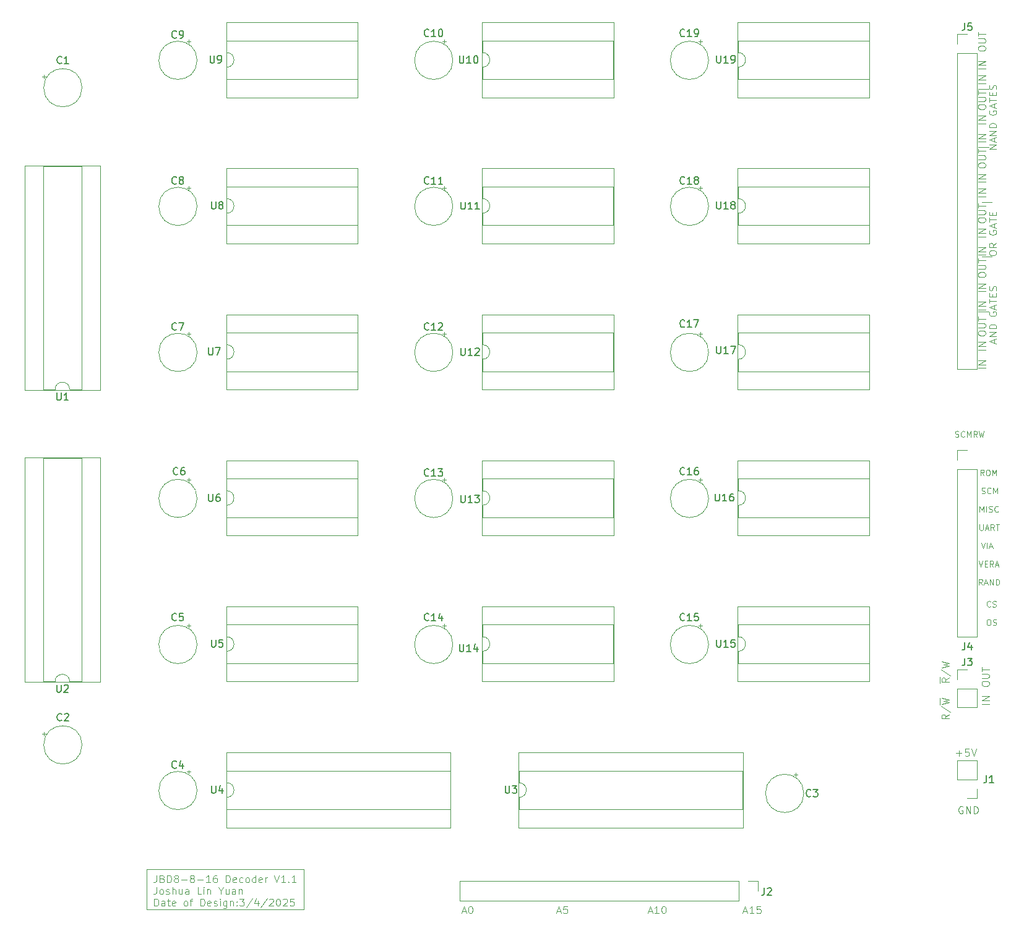
<source format=gbr>
G04 #@! TF.GenerationSoftware,KiCad,Pcbnew,8.0.8*
G04 #@! TF.CreationDate,2025-03-04T12:46:17-07:00*
G04 #@! TF.ProjectId,Decoder,4465636f-6465-4722-9e6b-696361645f70,0*
G04 #@! TF.SameCoordinates,Original*
G04 #@! TF.FileFunction,Legend,Top*
G04 #@! TF.FilePolarity,Positive*
%FSLAX46Y46*%
G04 Gerber Fmt 4.6, Leading zero omitted, Abs format (unit mm)*
G04 Created by KiCad (PCBNEW 8.0.8) date 2025-03-04 12:46:17*
%MOMM*%
%LPD*%
G01*
G04 APERTURE LIST*
%ADD10C,0.100000*%
%ADD11C,0.150000*%
%ADD12C,0.120000*%
%ADD13R,1.600000X1.600000*%
%ADD14C,1.600000*%
%ADD15O,1.600000X1.600000*%
%ADD16R,1.700000X1.700000*%
%ADD17O,1.700000X1.700000*%
G04 APERTURE END LIST*
D10*
X167113408Y-118551895D02*
X166846741Y-118170942D01*
X166656265Y-118551895D02*
X166656265Y-117751895D01*
X166656265Y-117751895D02*
X166961027Y-117751895D01*
X166961027Y-117751895D02*
X167037217Y-117789990D01*
X167037217Y-117789990D02*
X167075312Y-117828085D01*
X167075312Y-117828085D02*
X167113408Y-117904276D01*
X167113408Y-117904276D02*
X167113408Y-118018561D01*
X167113408Y-118018561D02*
X167075312Y-118094752D01*
X167075312Y-118094752D02*
X167037217Y-118132847D01*
X167037217Y-118132847D02*
X166961027Y-118170942D01*
X166961027Y-118170942D02*
X166656265Y-118170942D01*
X167418169Y-118323323D02*
X167799122Y-118323323D01*
X167341979Y-118551895D02*
X167608646Y-117751895D01*
X167608646Y-117751895D02*
X167875312Y-118551895D01*
X168141979Y-118551895D02*
X168141979Y-117751895D01*
X168141979Y-117751895D02*
X168599122Y-118551895D01*
X168599122Y-118551895D02*
X168599122Y-117751895D01*
X168980074Y-118551895D02*
X168980074Y-117751895D01*
X168980074Y-117751895D02*
X169170550Y-117751895D01*
X169170550Y-117751895D02*
X169284836Y-117789990D01*
X169284836Y-117789990D02*
X169361026Y-117866180D01*
X169361026Y-117866180D02*
X169399121Y-117942371D01*
X169399121Y-117942371D02*
X169437217Y-118094752D01*
X169437217Y-118094752D02*
X169437217Y-118209038D01*
X169437217Y-118209038D02*
X169399121Y-118361419D01*
X169399121Y-118361419D02*
X169361026Y-118437609D01*
X169361026Y-118437609D02*
X169284836Y-118513800D01*
X169284836Y-118513800D02*
X169170550Y-118551895D01*
X169170550Y-118551895D02*
X168980074Y-118551895D01*
X166537419Y-68660639D02*
X166537419Y-68470163D01*
X166537419Y-68470163D02*
X166585038Y-68374925D01*
X166585038Y-68374925D02*
X166680276Y-68279687D01*
X166680276Y-68279687D02*
X166870752Y-68232068D01*
X166870752Y-68232068D02*
X167204085Y-68232068D01*
X167204085Y-68232068D02*
X167394561Y-68279687D01*
X167394561Y-68279687D02*
X167489800Y-68374925D01*
X167489800Y-68374925D02*
X167537419Y-68470163D01*
X167537419Y-68470163D02*
X167537419Y-68660639D01*
X167537419Y-68660639D02*
X167489800Y-68755877D01*
X167489800Y-68755877D02*
X167394561Y-68851115D01*
X167394561Y-68851115D02*
X167204085Y-68898734D01*
X167204085Y-68898734D02*
X166870752Y-68898734D01*
X166870752Y-68898734D02*
X166680276Y-68851115D01*
X166680276Y-68851115D02*
X166585038Y-68755877D01*
X166585038Y-68755877D02*
X166537419Y-68660639D01*
X166537419Y-67803496D02*
X167346942Y-67803496D01*
X167346942Y-67803496D02*
X167442180Y-67755877D01*
X167442180Y-67755877D02*
X167489800Y-67708258D01*
X167489800Y-67708258D02*
X167537419Y-67613020D01*
X167537419Y-67613020D02*
X167537419Y-67422544D01*
X167537419Y-67422544D02*
X167489800Y-67327306D01*
X167489800Y-67327306D02*
X167442180Y-67279687D01*
X167442180Y-67279687D02*
X167346942Y-67232068D01*
X167346942Y-67232068D02*
X166537419Y-67232068D01*
X166537419Y-66898734D02*
X166537419Y-66327306D01*
X167537419Y-66613020D02*
X166537419Y-66613020D01*
X167537419Y-47851115D02*
X166537419Y-47851115D01*
X167537419Y-47374925D02*
X166537419Y-47374925D01*
X166537419Y-47374925D02*
X167537419Y-46803497D01*
X167537419Y-46803497D02*
X166537419Y-46803497D01*
X166537419Y-61160639D02*
X166537419Y-60970163D01*
X166537419Y-60970163D02*
X166585038Y-60874925D01*
X166585038Y-60874925D02*
X166680276Y-60779687D01*
X166680276Y-60779687D02*
X166870752Y-60732068D01*
X166870752Y-60732068D02*
X167204085Y-60732068D01*
X167204085Y-60732068D02*
X167394561Y-60779687D01*
X167394561Y-60779687D02*
X167489800Y-60874925D01*
X167489800Y-60874925D02*
X167537419Y-60970163D01*
X167537419Y-60970163D02*
X167537419Y-61160639D01*
X167537419Y-61160639D02*
X167489800Y-61255877D01*
X167489800Y-61255877D02*
X167394561Y-61351115D01*
X167394561Y-61351115D02*
X167204085Y-61398734D01*
X167204085Y-61398734D02*
X166870752Y-61398734D01*
X166870752Y-61398734D02*
X166680276Y-61351115D01*
X166680276Y-61351115D02*
X166585038Y-61255877D01*
X166585038Y-61255877D02*
X166537419Y-61160639D01*
X166537419Y-60303496D02*
X167346942Y-60303496D01*
X167346942Y-60303496D02*
X167442180Y-60255877D01*
X167442180Y-60255877D02*
X167489800Y-60208258D01*
X167489800Y-60208258D02*
X167537419Y-60113020D01*
X167537419Y-60113020D02*
X167537419Y-59922544D01*
X167537419Y-59922544D02*
X167489800Y-59827306D01*
X167489800Y-59827306D02*
X167442180Y-59779687D01*
X167442180Y-59779687D02*
X167346942Y-59732068D01*
X167346942Y-59732068D02*
X166537419Y-59732068D01*
X166537419Y-59398734D02*
X166537419Y-58827306D01*
X167537419Y-59113020D02*
X166537419Y-59113020D01*
X163418169Y-98258800D02*
X163532455Y-98296895D01*
X163532455Y-98296895D02*
X163722931Y-98296895D01*
X163722931Y-98296895D02*
X163799122Y-98258800D01*
X163799122Y-98258800D02*
X163837217Y-98220704D01*
X163837217Y-98220704D02*
X163875312Y-98144514D01*
X163875312Y-98144514D02*
X163875312Y-98068323D01*
X163875312Y-98068323D02*
X163837217Y-97992133D01*
X163837217Y-97992133D02*
X163799122Y-97954038D01*
X163799122Y-97954038D02*
X163722931Y-97915942D01*
X163722931Y-97915942D02*
X163570550Y-97877847D01*
X163570550Y-97877847D02*
X163494360Y-97839752D01*
X163494360Y-97839752D02*
X163456265Y-97801657D01*
X163456265Y-97801657D02*
X163418169Y-97725466D01*
X163418169Y-97725466D02*
X163418169Y-97649276D01*
X163418169Y-97649276D02*
X163456265Y-97573085D01*
X163456265Y-97573085D02*
X163494360Y-97534990D01*
X163494360Y-97534990D02*
X163570550Y-97496895D01*
X163570550Y-97496895D02*
X163761027Y-97496895D01*
X163761027Y-97496895D02*
X163875312Y-97534990D01*
X164675313Y-98220704D02*
X164637217Y-98258800D01*
X164637217Y-98258800D02*
X164522932Y-98296895D01*
X164522932Y-98296895D02*
X164446741Y-98296895D01*
X164446741Y-98296895D02*
X164332455Y-98258800D01*
X164332455Y-98258800D02*
X164256265Y-98182609D01*
X164256265Y-98182609D02*
X164218170Y-98106419D01*
X164218170Y-98106419D02*
X164180074Y-97954038D01*
X164180074Y-97954038D02*
X164180074Y-97839752D01*
X164180074Y-97839752D02*
X164218170Y-97687371D01*
X164218170Y-97687371D02*
X164256265Y-97611180D01*
X164256265Y-97611180D02*
X164332455Y-97534990D01*
X164332455Y-97534990D02*
X164446741Y-97496895D01*
X164446741Y-97496895D02*
X164522932Y-97496895D01*
X164522932Y-97496895D02*
X164637217Y-97534990D01*
X164637217Y-97534990D02*
X164675313Y-97573085D01*
X165018170Y-98296895D02*
X165018170Y-97496895D01*
X165018170Y-97496895D02*
X165284836Y-98068323D01*
X165284836Y-98068323D02*
X165551503Y-97496895D01*
X165551503Y-97496895D02*
X165551503Y-98296895D01*
X166389599Y-98296895D02*
X166122932Y-97915942D01*
X165932456Y-98296895D02*
X165932456Y-97496895D01*
X165932456Y-97496895D02*
X166237218Y-97496895D01*
X166237218Y-97496895D02*
X166313408Y-97534990D01*
X166313408Y-97534990D02*
X166351503Y-97573085D01*
X166351503Y-97573085D02*
X166389599Y-97649276D01*
X166389599Y-97649276D02*
X166389599Y-97763561D01*
X166389599Y-97763561D02*
X166351503Y-97839752D01*
X166351503Y-97839752D02*
X166313408Y-97877847D01*
X166313408Y-97877847D02*
X166237218Y-97915942D01*
X166237218Y-97915942D02*
X165932456Y-97915942D01*
X166656265Y-97496895D02*
X166846741Y-98296895D01*
X166846741Y-98296895D02*
X166999122Y-97725466D01*
X166999122Y-97725466D02*
X167151503Y-98296895D01*
X167151503Y-98296895D02*
X167341980Y-97496895D01*
X166641979Y-115251895D02*
X166908646Y-116051895D01*
X166908646Y-116051895D02*
X167175312Y-115251895D01*
X167441979Y-115632847D02*
X167708645Y-115632847D01*
X167822931Y-116051895D02*
X167441979Y-116051895D01*
X167441979Y-116051895D02*
X167441979Y-115251895D01*
X167441979Y-115251895D02*
X167822931Y-115251895D01*
X168622932Y-116051895D02*
X168356265Y-115670942D01*
X168165789Y-116051895D02*
X168165789Y-115251895D01*
X168165789Y-115251895D02*
X168470551Y-115251895D01*
X168470551Y-115251895D02*
X168546741Y-115289990D01*
X168546741Y-115289990D02*
X168584836Y-115328085D01*
X168584836Y-115328085D02*
X168622932Y-115404276D01*
X168622932Y-115404276D02*
X168622932Y-115518561D01*
X168622932Y-115518561D02*
X168584836Y-115594752D01*
X168584836Y-115594752D02*
X168546741Y-115632847D01*
X168546741Y-115632847D02*
X168470551Y-115670942D01*
X168470551Y-115670942D02*
X168165789Y-115670942D01*
X168927693Y-115823323D02*
X169308646Y-115823323D01*
X168851503Y-116051895D02*
X169118170Y-115251895D01*
X169118170Y-115251895D02*
X169384836Y-116051895D01*
X168037419Y-134851115D02*
X167037419Y-134851115D01*
X168037419Y-134374925D02*
X167037419Y-134374925D01*
X167037419Y-134374925D02*
X168037419Y-133803497D01*
X168037419Y-133803497D02*
X167037419Y-133803497D01*
X167537419Y-88851115D02*
X166537419Y-88851115D01*
X167537419Y-88374925D02*
X166537419Y-88374925D01*
X166537419Y-88374925D02*
X167537419Y-87803497D01*
X167537419Y-87803497D02*
X166537419Y-87803497D01*
X108921265Y-163241704D02*
X109397455Y-163241704D01*
X108826027Y-163527419D02*
X109159360Y-162527419D01*
X109159360Y-162527419D02*
X109492693Y-163527419D01*
X110302217Y-162527419D02*
X109826027Y-162527419D01*
X109826027Y-162527419D02*
X109778408Y-163003609D01*
X109778408Y-163003609D02*
X109826027Y-162955990D01*
X109826027Y-162955990D02*
X109921265Y-162908371D01*
X109921265Y-162908371D02*
X110159360Y-162908371D01*
X110159360Y-162908371D02*
X110254598Y-162955990D01*
X110254598Y-162955990D02*
X110302217Y-163003609D01*
X110302217Y-163003609D02*
X110349836Y-163098847D01*
X110349836Y-163098847D02*
X110349836Y-163336942D01*
X110349836Y-163336942D02*
X110302217Y-163432180D01*
X110302217Y-163432180D02*
X110254598Y-163479800D01*
X110254598Y-163479800D02*
X110159360Y-163527419D01*
X110159360Y-163527419D02*
X109921265Y-163527419D01*
X109921265Y-163527419D02*
X109826027Y-163479800D01*
X109826027Y-163479800D02*
X109778408Y-163432180D01*
X166537419Y-53160639D02*
X166537419Y-52970163D01*
X166537419Y-52970163D02*
X166585038Y-52874925D01*
X166585038Y-52874925D02*
X166680276Y-52779687D01*
X166680276Y-52779687D02*
X166870752Y-52732068D01*
X166870752Y-52732068D02*
X167204085Y-52732068D01*
X167204085Y-52732068D02*
X167394561Y-52779687D01*
X167394561Y-52779687D02*
X167489800Y-52874925D01*
X167489800Y-52874925D02*
X167537419Y-52970163D01*
X167537419Y-52970163D02*
X167537419Y-53160639D01*
X167537419Y-53160639D02*
X167489800Y-53255877D01*
X167489800Y-53255877D02*
X167394561Y-53351115D01*
X167394561Y-53351115D02*
X167204085Y-53398734D01*
X167204085Y-53398734D02*
X166870752Y-53398734D01*
X166870752Y-53398734D02*
X166680276Y-53351115D01*
X166680276Y-53351115D02*
X166585038Y-53255877D01*
X166585038Y-53255877D02*
X166537419Y-53160639D01*
X166537419Y-52303496D02*
X167346942Y-52303496D01*
X167346942Y-52303496D02*
X167442180Y-52255877D01*
X167442180Y-52255877D02*
X167489800Y-52208258D01*
X167489800Y-52208258D02*
X167537419Y-52113020D01*
X167537419Y-52113020D02*
X167537419Y-51922544D01*
X167537419Y-51922544D02*
X167489800Y-51827306D01*
X167489800Y-51827306D02*
X167442180Y-51779687D01*
X167442180Y-51779687D02*
X167346942Y-51732068D01*
X167346942Y-51732068D02*
X166537419Y-51732068D01*
X166537419Y-51398734D02*
X166537419Y-50827306D01*
X167537419Y-51113020D02*
X166537419Y-51113020D01*
X167537419Y-73351115D02*
X166537419Y-73351115D01*
X167537419Y-72874925D02*
X166537419Y-72874925D01*
X166537419Y-72874925D02*
X167537419Y-72303497D01*
X167537419Y-72303497D02*
X166537419Y-72303497D01*
X167955752Y-58613020D02*
X166527180Y-58613020D01*
X169037419Y-58851115D02*
X168037419Y-58851115D01*
X168037419Y-58851115D02*
X169037419Y-58279687D01*
X169037419Y-58279687D02*
X168037419Y-58279687D01*
X168751704Y-57851115D02*
X168751704Y-57374925D01*
X169037419Y-57946353D02*
X168037419Y-57613020D01*
X168037419Y-57613020D02*
X169037419Y-57279687D01*
X169037419Y-56946353D02*
X168037419Y-56946353D01*
X168037419Y-56946353D02*
X169037419Y-56374925D01*
X169037419Y-56374925D02*
X168037419Y-56374925D01*
X169037419Y-55898734D02*
X168037419Y-55898734D01*
X168037419Y-55898734D02*
X168037419Y-55660639D01*
X168037419Y-55660639D02*
X168085038Y-55517782D01*
X168085038Y-55517782D02*
X168180276Y-55422544D01*
X168180276Y-55422544D02*
X168275514Y-55374925D01*
X168275514Y-55374925D02*
X168465990Y-55327306D01*
X168465990Y-55327306D02*
X168608847Y-55327306D01*
X168608847Y-55327306D02*
X168799323Y-55374925D01*
X168799323Y-55374925D02*
X168894561Y-55422544D01*
X168894561Y-55422544D02*
X168989800Y-55517782D01*
X168989800Y-55517782D02*
X169037419Y-55660639D01*
X169037419Y-55660639D02*
X169037419Y-55898734D01*
X168085038Y-53613020D02*
X168037419Y-53708258D01*
X168037419Y-53708258D02*
X168037419Y-53851115D01*
X168037419Y-53851115D02*
X168085038Y-53993972D01*
X168085038Y-53993972D02*
X168180276Y-54089210D01*
X168180276Y-54089210D02*
X168275514Y-54136829D01*
X168275514Y-54136829D02*
X168465990Y-54184448D01*
X168465990Y-54184448D02*
X168608847Y-54184448D01*
X168608847Y-54184448D02*
X168799323Y-54136829D01*
X168799323Y-54136829D02*
X168894561Y-54089210D01*
X168894561Y-54089210D02*
X168989800Y-53993972D01*
X168989800Y-53993972D02*
X169037419Y-53851115D01*
X169037419Y-53851115D02*
X169037419Y-53755877D01*
X169037419Y-53755877D02*
X168989800Y-53613020D01*
X168989800Y-53613020D02*
X168942180Y-53565401D01*
X168942180Y-53565401D02*
X168608847Y-53565401D01*
X168608847Y-53565401D02*
X168608847Y-53755877D01*
X168751704Y-53184448D02*
X168751704Y-52708258D01*
X169037419Y-53279686D02*
X168037419Y-52946353D01*
X168037419Y-52946353D02*
X169037419Y-52613020D01*
X168037419Y-52422543D02*
X168037419Y-51851115D01*
X169037419Y-52136829D02*
X168037419Y-52136829D01*
X168513609Y-51517781D02*
X168513609Y-51184448D01*
X169037419Y-51041591D02*
X169037419Y-51517781D01*
X169037419Y-51517781D02*
X168037419Y-51517781D01*
X168037419Y-51517781D02*
X168037419Y-51041591D01*
X168989800Y-50660638D02*
X169037419Y-50517781D01*
X169037419Y-50517781D02*
X169037419Y-50279686D01*
X169037419Y-50279686D02*
X168989800Y-50184448D01*
X168989800Y-50184448D02*
X168942180Y-50136829D01*
X168942180Y-50136829D02*
X168846942Y-50089210D01*
X168846942Y-50089210D02*
X168751704Y-50089210D01*
X168751704Y-50089210D02*
X168656466Y-50136829D01*
X168656466Y-50136829D02*
X168608847Y-50184448D01*
X168608847Y-50184448D02*
X168561228Y-50279686D01*
X168561228Y-50279686D02*
X168513609Y-50470162D01*
X168513609Y-50470162D02*
X168465990Y-50565400D01*
X168465990Y-50565400D02*
X168418371Y-50613019D01*
X168418371Y-50613019D02*
X168323133Y-50660638D01*
X168323133Y-50660638D02*
X168227895Y-50660638D01*
X168227895Y-50660638D02*
X168132657Y-50613019D01*
X168132657Y-50613019D02*
X168085038Y-50565400D01*
X168085038Y-50565400D02*
X168037419Y-50470162D01*
X168037419Y-50470162D02*
X168037419Y-50232067D01*
X168037419Y-50232067D02*
X168085038Y-50089210D01*
X167037419Y-132160639D02*
X167037419Y-131970163D01*
X167037419Y-131970163D02*
X167085038Y-131874925D01*
X167085038Y-131874925D02*
X167180276Y-131779687D01*
X167180276Y-131779687D02*
X167370752Y-131732068D01*
X167370752Y-131732068D02*
X167704085Y-131732068D01*
X167704085Y-131732068D02*
X167894561Y-131779687D01*
X167894561Y-131779687D02*
X167989800Y-131874925D01*
X167989800Y-131874925D02*
X168037419Y-131970163D01*
X168037419Y-131970163D02*
X168037419Y-132160639D01*
X168037419Y-132160639D02*
X167989800Y-132255877D01*
X167989800Y-132255877D02*
X167894561Y-132351115D01*
X167894561Y-132351115D02*
X167704085Y-132398734D01*
X167704085Y-132398734D02*
X167370752Y-132398734D01*
X167370752Y-132398734D02*
X167180276Y-132351115D01*
X167180276Y-132351115D02*
X167085038Y-132255877D01*
X167085038Y-132255877D02*
X167037419Y-132160639D01*
X167037419Y-131303496D02*
X167846942Y-131303496D01*
X167846942Y-131303496D02*
X167942180Y-131255877D01*
X167942180Y-131255877D02*
X167989800Y-131208258D01*
X167989800Y-131208258D02*
X168037419Y-131113020D01*
X168037419Y-131113020D02*
X168037419Y-130922544D01*
X168037419Y-130922544D02*
X167989800Y-130827306D01*
X167989800Y-130827306D02*
X167942180Y-130779687D01*
X167942180Y-130779687D02*
X167846942Y-130732068D01*
X167846942Y-130732068D02*
X167037419Y-130732068D01*
X167037419Y-130398734D02*
X167037419Y-129827306D01*
X168037419Y-130113020D02*
X167037419Y-130113020D01*
X167537419Y-55351115D02*
X166537419Y-55351115D01*
X167537419Y-54874925D02*
X166537419Y-54874925D01*
X166537419Y-54874925D02*
X167537419Y-54303497D01*
X167537419Y-54303497D02*
X166537419Y-54303497D01*
X167537419Y-86351115D02*
X166537419Y-86351115D01*
X167537419Y-85874925D02*
X166537419Y-85874925D01*
X166537419Y-85874925D02*
X167537419Y-85303497D01*
X167537419Y-85303497D02*
X166537419Y-85303497D01*
X168037419Y-73160639D02*
X168037419Y-72970163D01*
X168037419Y-72970163D02*
X168085038Y-72874925D01*
X168085038Y-72874925D02*
X168180276Y-72779687D01*
X168180276Y-72779687D02*
X168370752Y-72732068D01*
X168370752Y-72732068D02*
X168704085Y-72732068D01*
X168704085Y-72732068D02*
X168894561Y-72779687D01*
X168894561Y-72779687D02*
X168989800Y-72874925D01*
X168989800Y-72874925D02*
X169037419Y-72970163D01*
X169037419Y-72970163D02*
X169037419Y-73160639D01*
X169037419Y-73160639D02*
X168989800Y-73255877D01*
X168989800Y-73255877D02*
X168894561Y-73351115D01*
X168894561Y-73351115D02*
X168704085Y-73398734D01*
X168704085Y-73398734D02*
X168370752Y-73398734D01*
X168370752Y-73398734D02*
X168180276Y-73351115D01*
X168180276Y-73351115D02*
X168085038Y-73255877D01*
X168085038Y-73255877D02*
X168037419Y-73160639D01*
X169037419Y-71732068D02*
X168561228Y-72065401D01*
X169037419Y-72303496D02*
X168037419Y-72303496D01*
X168037419Y-72303496D02*
X168037419Y-71922544D01*
X168037419Y-71922544D02*
X168085038Y-71827306D01*
X168085038Y-71827306D02*
X168132657Y-71779687D01*
X168132657Y-71779687D02*
X168227895Y-71732068D01*
X168227895Y-71732068D02*
X168370752Y-71732068D01*
X168370752Y-71732068D02*
X168465990Y-71779687D01*
X168465990Y-71779687D02*
X168513609Y-71827306D01*
X168513609Y-71827306D02*
X168561228Y-71922544D01*
X168561228Y-71922544D02*
X168561228Y-72303496D01*
X168085038Y-70017782D02*
X168037419Y-70113020D01*
X168037419Y-70113020D02*
X168037419Y-70255877D01*
X168037419Y-70255877D02*
X168085038Y-70398734D01*
X168085038Y-70398734D02*
X168180276Y-70493972D01*
X168180276Y-70493972D02*
X168275514Y-70541591D01*
X168275514Y-70541591D02*
X168465990Y-70589210D01*
X168465990Y-70589210D02*
X168608847Y-70589210D01*
X168608847Y-70589210D02*
X168799323Y-70541591D01*
X168799323Y-70541591D02*
X168894561Y-70493972D01*
X168894561Y-70493972D02*
X168989800Y-70398734D01*
X168989800Y-70398734D02*
X169037419Y-70255877D01*
X169037419Y-70255877D02*
X169037419Y-70160639D01*
X169037419Y-70160639D02*
X168989800Y-70017782D01*
X168989800Y-70017782D02*
X168942180Y-69970163D01*
X168942180Y-69970163D02*
X168608847Y-69970163D01*
X168608847Y-69970163D02*
X168608847Y-70160639D01*
X168751704Y-69589210D02*
X168751704Y-69113020D01*
X169037419Y-69684448D02*
X168037419Y-69351115D01*
X168037419Y-69351115D02*
X169037419Y-69017782D01*
X168037419Y-68827305D02*
X168037419Y-68255877D01*
X169037419Y-68541591D02*
X168037419Y-68541591D01*
X168513609Y-67922543D02*
X168513609Y-67589210D01*
X169037419Y-67446353D02*
X169037419Y-67922543D01*
X169037419Y-67922543D02*
X168037419Y-67922543D01*
X168037419Y-67922543D02*
X168037419Y-67446353D01*
X162537419Y-131279687D02*
X162061228Y-131613020D01*
X162537419Y-131851115D02*
X161537419Y-131851115D01*
X161537419Y-131851115D02*
X161537419Y-131470163D01*
X161537419Y-131470163D02*
X161585038Y-131374925D01*
X161585038Y-131374925D02*
X161632657Y-131327306D01*
X161632657Y-131327306D02*
X161727895Y-131279687D01*
X161727895Y-131279687D02*
X161870752Y-131279687D01*
X161870752Y-131279687D02*
X161965990Y-131327306D01*
X161965990Y-131327306D02*
X162013609Y-131374925D01*
X162013609Y-131374925D02*
X162061228Y-131470163D01*
X162061228Y-131470163D02*
X162061228Y-131851115D01*
X161259800Y-131989211D02*
X161259800Y-131189211D01*
X161489800Y-130136830D02*
X162775514Y-130993972D01*
X161537419Y-129898734D02*
X162537419Y-129660639D01*
X162537419Y-129660639D02*
X161823133Y-129470163D01*
X161823133Y-129470163D02*
X162537419Y-129279687D01*
X162537419Y-129279687D02*
X161537419Y-129041592D01*
X167908646Y-123251895D02*
X168061027Y-123251895D01*
X168061027Y-123251895D02*
X168137217Y-123289990D01*
X168137217Y-123289990D02*
X168213408Y-123366180D01*
X168213408Y-123366180D02*
X168251503Y-123518561D01*
X168251503Y-123518561D02*
X168251503Y-123785228D01*
X168251503Y-123785228D02*
X168213408Y-123937609D01*
X168213408Y-123937609D02*
X168137217Y-124013800D01*
X168137217Y-124013800D02*
X168061027Y-124051895D01*
X168061027Y-124051895D02*
X167908646Y-124051895D01*
X167908646Y-124051895D02*
X167832455Y-124013800D01*
X167832455Y-124013800D02*
X167756265Y-123937609D01*
X167756265Y-123937609D02*
X167718169Y-123785228D01*
X167718169Y-123785228D02*
X167718169Y-123518561D01*
X167718169Y-123518561D02*
X167756265Y-123366180D01*
X167756265Y-123366180D02*
X167832455Y-123289990D01*
X167832455Y-123289990D02*
X167908646Y-123251895D01*
X168556264Y-124013800D02*
X168670550Y-124051895D01*
X168670550Y-124051895D02*
X168861026Y-124051895D01*
X168861026Y-124051895D02*
X168937217Y-124013800D01*
X168937217Y-124013800D02*
X168975312Y-123975704D01*
X168975312Y-123975704D02*
X169013407Y-123899514D01*
X169013407Y-123899514D02*
X169013407Y-123823323D01*
X169013407Y-123823323D02*
X168975312Y-123747133D01*
X168975312Y-123747133D02*
X168937217Y-123709038D01*
X168937217Y-123709038D02*
X168861026Y-123670942D01*
X168861026Y-123670942D02*
X168708645Y-123632847D01*
X168708645Y-123632847D02*
X168632455Y-123594752D01*
X168632455Y-123594752D02*
X168594360Y-123556657D01*
X168594360Y-123556657D02*
X168556264Y-123480466D01*
X168556264Y-123480466D02*
X168556264Y-123404276D01*
X168556264Y-123404276D02*
X168594360Y-123328085D01*
X168594360Y-123328085D02*
X168632455Y-123289990D01*
X168632455Y-123289990D02*
X168708645Y-123251895D01*
X168708645Y-123251895D02*
X168899122Y-123251895D01*
X168899122Y-123251895D02*
X169013407Y-123289990D01*
X166537419Y-76160639D02*
X166537419Y-75970163D01*
X166537419Y-75970163D02*
X166585038Y-75874925D01*
X166585038Y-75874925D02*
X166680276Y-75779687D01*
X166680276Y-75779687D02*
X166870752Y-75732068D01*
X166870752Y-75732068D02*
X167204085Y-75732068D01*
X167204085Y-75732068D02*
X167394561Y-75779687D01*
X167394561Y-75779687D02*
X167489800Y-75874925D01*
X167489800Y-75874925D02*
X167537419Y-75970163D01*
X167537419Y-75970163D02*
X167537419Y-76160639D01*
X167537419Y-76160639D02*
X167489800Y-76255877D01*
X167489800Y-76255877D02*
X167394561Y-76351115D01*
X167394561Y-76351115D02*
X167204085Y-76398734D01*
X167204085Y-76398734D02*
X166870752Y-76398734D01*
X166870752Y-76398734D02*
X166680276Y-76351115D01*
X166680276Y-76351115D02*
X166585038Y-76255877D01*
X166585038Y-76255877D02*
X166537419Y-76160639D01*
X166537419Y-75303496D02*
X167346942Y-75303496D01*
X167346942Y-75303496D02*
X167442180Y-75255877D01*
X167442180Y-75255877D02*
X167489800Y-75208258D01*
X167489800Y-75208258D02*
X167537419Y-75113020D01*
X167537419Y-75113020D02*
X167537419Y-74922544D01*
X167537419Y-74922544D02*
X167489800Y-74827306D01*
X167489800Y-74827306D02*
X167442180Y-74779687D01*
X167442180Y-74779687D02*
X167346942Y-74732068D01*
X167346942Y-74732068D02*
X166537419Y-74732068D01*
X166537419Y-74398734D02*
X166537419Y-73827306D01*
X167537419Y-74113020D02*
X166537419Y-74113020D01*
X167537419Y-70851115D02*
X166537419Y-70851115D01*
X167537419Y-70374925D02*
X166537419Y-70374925D01*
X166537419Y-70374925D02*
X167537419Y-69803497D01*
X167537419Y-69803497D02*
X166537419Y-69803497D01*
X167537419Y-57851115D02*
X166537419Y-57851115D01*
X167537419Y-57374925D02*
X166537419Y-57374925D01*
X166537419Y-57374925D02*
X167537419Y-56803497D01*
X167537419Y-56803497D02*
X166537419Y-56803497D01*
X168751704Y-85398734D02*
X168751704Y-84922544D01*
X169037419Y-85493972D02*
X168037419Y-85160639D01*
X168037419Y-85160639D02*
X169037419Y-84827306D01*
X169037419Y-84493972D02*
X168037419Y-84493972D01*
X168037419Y-84493972D02*
X169037419Y-83922544D01*
X169037419Y-83922544D02*
X168037419Y-83922544D01*
X169037419Y-83446353D02*
X168037419Y-83446353D01*
X168037419Y-83446353D02*
X168037419Y-83208258D01*
X168037419Y-83208258D02*
X168085038Y-83065401D01*
X168085038Y-83065401D02*
X168180276Y-82970163D01*
X168180276Y-82970163D02*
X168275514Y-82922544D01*
X168275514Y-82922544D02*
X168465990Y-82874925D01*
X168465990Y-82874925D02*
X168608847Y-82874925D01*
X168608847Y-82874925D02*
X168799323Y-82922544D01*
X168799323Y-82922544D02*
X168894561Y-82970163D01*
X168894561Y-82970163D02*
X168989800Y-83065401D01*
X168989800Y-83065401D02*
X169037419Y-83208258D01*
X169037419Y-83208258D02*
X169037419Y-83446353D01*
X168085038Y-81160639D02*
X168037419Y-81255877D01*
X168037419Y-81255877D02*
X168037419Y-81398734D01*
X168037419Y-81398734D02*
X168085038Y-81541591D01*
X168085038Y-81541591D02*
X168180276Y-81636829D01*
X168180276Y-81636829D02*
X168275514Y-81684448D01*
X168275514Y-81684448D02*
X168465990Y-81732067D01*
X168465990Y-81732067D02*
X168608847Y-81732067D01*
X168608847Y-81732067D02*
X168799323Y-81684448D01*
X168799323Y-81684448D02*
X168894561Y-81636829D01*
X168894561Y-81636829D02*
X168989800Y-81541591D01*
X168989800Y-81541591D02*
X169037419Y-81398734D01*
X169037419Y-81398734D02*
X169037419Y-81303496D01*
X169037419Y-81303496D02*
X168989800Y-81160639D01*
X168989800Y-81160639D02*
X168942180Y-81113020D01*
X168942180Y-81113020D02*
X168608847Y-81113020D01*
X168608847Y-81113020D02*
X168608847Y-81303496D01*
X168751704Y-80732067D02*
X168751704Y-80255877D01*
X169037419Y-80827305D02*
X168037419Y-80493972D01*
X168037419Y-80493972D02*
X169037419Y-80160639D01*
X168037419Y-79970162D02*
X168037419Y-79398734D01*
X169037419Y-79684448D02*
X168037419Y-79684448D01*
X168513609Y-79065400D02*
X168513609Y-78732067D01*
X169037419Y-78589210D02*
X169037419Y-79065400D01*
X169037419Y-79065400D02*
X168037419Y-79065400D01*
X168037419Y-79065400D02*
X168037419Y-78589210D01*
X168989800Y-78208257D02*
X169037419Y-78065400D01*
X169037419Y-78065400D02*
X169037419Y-77827305D01*
X169037419Y-77827305D02*
X168989800Y-77732067D01*
X168989800Y-77732067D02*
X168942180Y-77684448D01*
X168942180Y-77684448D02*
X168846942Y-77636829D01*
X168846942Y-77636829D02*
X168751704Y-77636829D01*
X168751704Y-77636829D02*
X168656466Y-77684448D01*
X168656466Y-77684448D02*
X168608847Y-77732067D01*
X168608847Y-77732067D02*
X168561228Y-77827305D01*
X168561228Y-77827305D02*
X168513609Y-78017781D01*
X168513609Y-78017781D02*
X168465990Y-78113019D01*
X168465990Y-78113019D02*
X168418371Y-78160638D01*
X168418371Y-78160638D02*
X168323133Y-78208257D01*
X168323133Y-78208257D02*
X168227895Y-78208257D01*
X168227895Y-78208257D02*
X168132657Y-78160638D01*
X168132657Y-78160638D02*
X168085038Y-78113019D01*
X168085038Y-78113019D02*
X168037419Y-78017781D01*
X168037419Y-78017781D02*
X168037419Y-77779686D01*
X168037419Y-77779686D02*
X168085038Y-77636829D01*
X166756265Y-110251895D02*
X166756265Y-110899514D01*
X166756265Y-110899514D02*
X166794360Y-110975704D01*
X166794360Y-110975704D02*
X166832455Y-111013800D01*
X166832455Y-111013800D02*
X166908646Y-111051895D01*
X166908646Y-111051895D02*
X167061027Y-111051895D01*
X167061027Y-111051895D02*
X167137217Y-111013800D01*
X167137217Y-111013800D02*
X167175312Y-110975704D01*
X167175312Y-110975704D02*
X167213408Y-110899514D01*
X167213408Y-110899514D02*
X167213408Y-110251895D01*
X167556264Y-110823323D02*
X167937217Y-110823323D01*
X167480074Y-111051895D02*
X167746741Y-110251895D01*
X167746741Y-110251895D02*
X168013407Y-111051895D01*
X168737217Y-111051895D02*
X168470550Y-110670942D01*
X168280074Y-111051895D02*
X168280074Y-110251895D01*
X168280074Y-110251895D02*
X168584836Y-110251895D01*
X168584836Y-110251895D02*
X168661026Y-110289990D01*
X168661026Y-110289990D02*
X168699121Y-110328085D01*
X168699121Y-110328085D02*
X168737217Y-110404276D01*
X168737217Y-110404276D02*
X168737217Y-110518561D01*
X168737217Y-110518561D02*
X168699121Y-110594752D01*
X168699121Y-110594752D02*
X168661026Y-110632847D01*
X168661026Y-110632847D02*
X168584836Y-110670942D01*
X168584836Y-110670942D02*
X168280074Y-110670942D01*
X168965788Y-110251895D02*
X169422931Y-110251895D01*
X169194359Y-111051895D02*
X169194359Y-110251895D01*
X167018169Y-106013800D02*
X167132455Y-106051895D01*
X167132455Y-106051895D02*
X167322931Y-106051895D01*
X167322931Y-106051895D02*
X167399122Y-106013800D01*
X167399122Y-106013800D02*
X167437217Y-105975704D01*
X167437217Y-105975704D02*
X167475312Y-105899514D01*
X167475312Y-105899514D02*
X167475312Y-105823323D01*
X167475312Y-105823323D02*
X167437217Y-105747133D01*
X167437217Y-105747133D02*
X167399122Y-105709038D01*
X167399122Y-105709038D02*
X167322931Y-105670942D01*
X167322931Y-105670942D02*
X167170550Y-105632847D01*
X167170550Y-105632847D02*
X167094360Y-105594752D01*
X167094360Y-105594752D02*
X167056265Y-105556657D01*
X167056265Y-105556657D02*
X167018169Y-105480466D01*
X167018169Y-105480466D02*
X167018169Y-105404276D01*
X167018169Y-105404276D02*
X167056265Y-105328085D01*
X167056265Y-105328085D02*
X167094360Y-105289990D01*
X167094360Y-105289990D02*
X167170550Y-105251895D01*
X167170550Y-105251895D02*
X167361027Y-105251895D01*
X167361027Y-105251895D02*
X167475312Y-105289990D01*
X168275313Y-105975704D02*
X168237217Y-106013800D01*
X168237217Y-106013800D02*
X168122932Y-106051895D01*
X168122932Y-106051895D02*
X168046741Y-106051895D01*
X168046741Y-106051895D02*
X167932455Y-106013800D01*
X167932455Y-106013800D02*
X167856265Y-105937609D01*
X167856265Y-105937609D02*
X167818170Y-105861419D01*
X167818170Y-105861419D02*
X167780074Y-105709038D01*
X167780074Y-105709038D02*
X167780074Y-105594752D01*
X167780074Y-105594752D02*
X167818170Y-105442371D01*
X167818170Y-105442371D02*
X167856265Y-105366180D01*
X167856265Y-105366180D02*
X167932455Y-105289990D01*
X167932455Y-105289990D02*
X168046741Y-105251895D01*
X168046741Y-105251895D02*
X168122932Y-105251895D01*
X168122932Y-105251895D02*
X168237217Y-105289990D01*
X168237217Y-105289990D02*
X168275313Y-105328085D01*
X168618170Y-106051895D02*
X168618170Y-105251895D01*
X168618170Y-105251895D02*
X168884836Y-105823323D01*
X168884836Y-105823323D02*
X169151503Y-105251895D01*
X169151503Y-105251895D02*
X169151503Y-106051895D01*
X168455752Y-73613020D02*
X167027180Y-73613020D01*
X167537419Y-49851115D02*
X166537419Y-49851115D01*
X167537419Y-49374925D02*
X166537419Y-49374925D01*
X166537419Y-49374925D02*
X167537419Y-48803497D01*
X167537419Y-48803497D02*
X166537419Y-48803497D01*
X167537419Y-80851115D02*
X166537419Y-80851115D01*
X167537419Y-80374925D02*
X166537419Y-80374925D01*
X166537419Y-80374925D02*
X167537419Y-79803497D01*
X167537419Y-79803497D02*
X166537419Y-79803497D01*
X162537419Y-136279687D02*
X162061228Y-136613020D01*
X162537419Y-136851115D02*
X161537419Y-136851115D01*
X161537419Y-136851115D02*
X161537419Y-136470163D01*
X161537419Y-136470163D02*
X161585038Y-136374925D01*
X161585038Y-136374925D02*
X161632657Y-136327306D01*
X161632657Y-136327306D02*
X161727895Y-136279687D01*
X161727895Y-136279687D02*
X161870752Y-136279687D01*
X161870752Y-136279687D02*
X161965990Y-136327306D01*
X161965990Y-136327306D02*
X162013609Y-136374925D01*
X162013609Y-136374925D02*
X162061228Y-136470163D01*
X162061228Y-136470163D02*
X162061228Y-136851115D01*
X161489800Y-135136830D02*
X162775514Y-135993972D01*
X161537419Y-134898734D02*
X162537419Y-134660639D01*
X162537419Y-134660639D02*
X161823133Y-134470163D01*
X161823133Y-134470163D02*
X162537419Y-134279687D01*
X162537419Y-134279687D02*
X161537419Y-134041592D01*
X161259800Y-134941592D02*
X161259800Y-133998735D01*
X167537419Y-78351115D02*
X166537419Y-78351115D01*
X167537419Y-77874925D02*
X166537419Y-77874925D01*
X166537419Y-77874925D02*
X167537419Y-77303497D01*
X167537419Y-77303497D02*
X166537419Y-77303497D01*
X95921265Y-163241704D02*
X96397455Y-163241704D01*
X95826027Y-163527419D02*
X96159360Y-162527419D01*
X96159360Y-162527419D02*
X96492693Y-163527419D01*
X97016503Y-162527419D02*
X97111741Y-162527419D01*
X97111741Y-162527419D02*
X97206979Y-162575038D01*
X97206979Y-162575038D02*
X97254598Y-162622657D01*
X97254598Y-162622657D02*
X97302217Y-162717895D01*
X97302217Y-162717895D02*
X97349836Y-162908371D01*
X97349836Y-162908371D02*
X97349836Y-163146466D01*
X97349836Y-163146466D02*
X97302217Y-163336942D01*
X97302217Y-163336942D02*
X97254598Y-163432180D01*
X97254598Y-163432180D02*
X97206979Y-163479800D01*
X97206979Y-163479800D02*
X97111741Y-163527419D01*
X97111741Y-163527419D02*
X97016503Y-163527419D01*
X97016503Y-163527419D02*
X96921265Y-163479800D01*
X96921265Y-163479800D02*
X96873646Y-163432180D01*
X96873646Y-163432180D02*
X96826027Y-163336942D01*
X96826027Y-163336942D02*
X96778408Y-163146466D01*
X96778408Y-163146466D02*
X96778408Y-162908371D01*
X96778408Y-162908371D02*
X96826027Y-162717895D01*
X96826027Y-162717895D02*
X96873646Y-162622657D01*
X96873646Y-162622657D02*
X96921265Y-162575038D01*
X96921265Y-162575038D02*
X97016503Y-162527419D01*
X134421265Y-163241704D02*
X134897455Y-163241704D01*
X134326027Y-163527419D02*
X134659360Y-162527419D01*
X134659360Y-162527419D02*
X134992693Y-163527419D01*
X135849836Y-163527419D02*
X135278408Y-163527419D01*
X135564122Y-163527419D02*
X135564122Y-162527419D01*
X135564122Y-162527419D02*
X135468884Y-162670276D01*
X135468884Y-162670276D02*
X135373646Y-162765514D01*
X135373646Y-162765514D02*
X135278408Y-162813133D01*
X136754598Y-162527419D02*
X136278408Y-162527419D01*
X136278408Y-162527419D02*
X136230789Y-163003609D01*
X136230789Y-163003609D02*
X136278408Y-162955990D01*
X136278408Y-162955990D02*
X136373646Y-162908371D01*
X136373646Y-162908371D02*
X136611741Y-162908371D01*
X136611741Y-162908371D02*
X136706979Y-162955990D01*
X136706979Y-162955990D02*
X136754598Y-163003609D01*
X136754598Y-163003609D02*
X136802217Y-163098847D01*
X136802217Y-163098847D02*
X136802217Y-163336942D01*
X136802217Y-163336942D02*
X136754598Y-163432180D01*
X136754598Y-163432180D02*
X136706979Y-163479800D01*
X136706979Y-163479800D02*
X136611741Y-163527419D01*
X136611741Y-163527419D02*
X136373646Y-163527419D01*
X136373646Y-163527419D02*
X136278408Y-163479800D01*
X136278408Y-163479800D02*
X136230789Y-163432180D01*
X121421265Y-163241704D02*
X121897455Y-163241704D01*
X121326027Y-163527419D02*
X121659360Y-162527419D01*
X121659360Y-162527419D02*
X121992693Y-163527419D01*
X122849836Y-163527419D02*
X122278408Y-163527419D01*
X122564122Y-163527419D02*
X122564122Y-162527419D01*
X122564122Y-162527419D02*
X122468884Y-162670276D01*
X122468884Y-162670276D02*
X122373646Y-162765514D01*
X122373646Y-162765514D02*
X122278408Y-162813133D01*
X123468884Y-162527419D02*
X123564122Y-162527419D01*
X123564122Y-162527419D02*
X123659360Y-162575038D01*
X123659360Y-162575038D02*
X123706979Y-162622657D01*
X123706979Y-162622657D02*
X123754598Y-162717895D01*
X123754598Y-162717895D02*
X123802217Y-162908371D01*
X123802217Y-162908371D02*
X123802217Y-163146466D01*
X123802217Y-163146466D02*
X123754598Y-163336942D01*
X123754598Y-163336942D02*
X123706979Y-163432180D01*
X123706979Y-163432180D02*
X123659360Y-163479800D01*
X123659360Y-163479800D02*
X123564122Y-163527419D01*
X123564122Y-163527419D02*
X123468884Y-163527419D01*
X123468884Y-163527419D02*
X123373646Y-163479800D01*
X123373646Y-163479800D02*
X123326027Y-163432180D01*
X123326027Y-163432180D02*
X123278408Y-163336942D01*
X123278408Y-163336942D02*
X123230789Y-163146466D01*
X123230789Y-163146466D02*
X123230789Y-162908371D01*
X123230789Y-162908371D02*
X123278408Y-162717895D01*
X123278408Y-162717895D02*
X123326027Y-162622657D01*
X123326027Y-162622657D02*
X123373646Y-162575038D01*
X123373646Y-162575038D02*
X123468884Y-162527419D01*
X167313408Y-103551895D02*
X167046741Y-103170942D01*
X166856265Y-103551895D02*
X166856265Y-102751895D01*
X166856265Y-102751895D02*
X167161027Y-102751895D01*
X167161027Y-102751895D02*
X167237217Y-102789990D01*
X167237217Y-102789990D02*
X167275312Y-102828085D01*
X167275312Y-102828085D02*
X167313408Y-102904276D01*
X167313408Y-102904276D02*
X167313408Y-103018561D01*
X167313408Y-103018561D02*
X167275312Y-103094752D01*
X167275312Y-103094752D02*
X167237217Y-103132847D01*
X167237217Y-103132847D02*
X167161027Y-103170942D01*
X167161027Y-103170942D02*
X166856265Y-103170942D01*
X167808646Y-102751895D02*
X167961027Y-102751895D01*
X167961027Y-102751895D02*
X168037217Y-102789990D01*
X168037217Y-102789990D02*
X168113408Y-102866180D01*
X168113408Y-102866180D02*
X168151503Y-103018561D01*
X168151503Y-103018561D02*
X168151503Y-103285228D01*
X168151503Y-103285228D02*
X168113408Y-103437609D01*
X168113408Y-103437609D02*
X168037217Y-103513800D01*
X168037217Y-103513800D02*
X167961027Y-103551895D01*
X167961027Y-103551895D02*
X167808646Y-103551895D01*
X167808646Y-103551895D02*
X167732455Y-103513800D01*
X167732455Y-103513800D02*
X167656265Y-103437609D01*
X167656265Y-103437609D02*
X167618169Y-103285228D01*
X167618169Y-103285228D02*
X167618169Y-103018561D01*
X167618169Y-103018561D02*
X167656265Y-102866180D01*
X167656265Y-102866180D02*
X167732455Y-102789990D01*
X167732455Y-102789990D02*
X167808646Y-102751895D01*
X168494360Y-103551895D02*
X168494360Y-102751895D01*
X168494360Y-102751895D02*
X168761026Y-103323323D01*
X168761026Y-103323323D02*
X169027693Y-102751895D01*
X169027693Y-102751895D02*
X169027693Y-103551895D01*
X167537419Y-63351115D02*
X166537419Y-63351115D01*
X167537419Y-62874925D02*
X166537419Y-62874925D01*
X166537419Y-62874925D02*
X167537419Y-62303497D01*
X167537419Y-62303497D02*
X166537419Y-62303497D01*
X167537419Y-65351115D02*
X166537419Y-65351115D01*
X167537419Y-64874925D02*
X166537419Y-64874925D01*
X166537419Y-64874925D02*
X167537419Y-64303497D01*
X167537419Y-64303497D02*
X166537419Y-64303497D01*
X166537419Y-84160639D02*
X166537419Y-83970163D01*
X166537419Y-83970163D02*
X166585038Y-83874925D01*
X166585038Y-83874925D02*
X166680276Y-83779687D01*
X166680276Y-83779687D02*
X166870752Y-83732068D01*
X166870752Y-83732068D02*
X167204085Y-83732068D01*
X167204085Y-83732068D02*
X167394561Y-83779687D01*
X167394561Y-83779687D02*
X167489800Y-83874925D01*
X167489800Y-83874925D02*
X167537419Y-83970163D01*
X167537419Y-83970163D02*
X167537419Y-84160639D01*
X167537419Y-84160639D02*
X167489800Y-84255877D01*
X167489800Y-84255877D02*
X167394561Y-84351115D01*
X167394561Y-84351115D02*
X167204085Y-84398734D01*
X167204085Y-84398734D02*
X166870752Y-84398734D01*
X166870752Y-84398734D02*
X166680276Y-84351115D01*
X166680276Y-84351115D02*
X166585038Y-84255877D01*
X166585038Y-84255877D02*
X166537419Y-84160639D01*
X166537419Y-83303496D02*
X167346942Y-83303496D01*
X167346942Y-83303496D02*
X167442180Y-83255877D01*
X167442180Y-83255877D02*
X167489800Y-83208258D01*
X167489800Y-83208258D02*
X167537419Y-83113020D01*
X167537419Y-83113020D02*
X167537419Y-82922544D01*
X167537419Y-82922544D02*
X167489800Y-82827306D01*
X167489800Y-82827306D02*
X167442180Y-82779687D01*
X167442180Y-82779687D02*
X167346942Y-82732068D01*
X167346942Y-82732068D02*
X166537419Y-82732068D01*
X166537419Y-82398734D02*
X166537419Y-81827306D01*
X167537419Y-82113020D02*
X166537419Y-82113020D01*
X164427693Y-148920038D02*
X164332455Y-148872419D01*
X164332455Y-148872419D02*
X164189598Y-148872419D01*
X164189598Y-148872419D02*
X164046741Y-148920038D01*
X164046741Y-148920038D02*
X163951503Y-149015276D01*
X163951503Y-149015276D02*
X163903884Y-149110514D01*
X163903884Y-149110514D02*
X163856265Y-149300990D01*
X163856265Y-149300990D02*
X163856265Y-149443847D01*
X163856265Y-149443847D02*
X163903884Y-149634323D01*
X163903884Y-149634323D02*
X163951503Y-149729561D01*
X163951503Y-149729561D02*
X164046741Y-149824800D01*
X164046741Y-149824800D02*
X164189598Y-149872419D01*
X164189598Y-149872419D02*
X164284836Y-149872419D01*
X164284836Y-149872419D02*
X164427693Y-149824800D01*
X164427693Y-149824800D02*
X164475312Y-149777180D01*
X164475312Y-149777180D02*
X164475312Y-149443847D01*
X164475312Y-149443847D02*
X164284836Y-149443847D01*
X164903884Y-149872419D02*
X164903884Y-148872419D01*
X164903884Y-148872419D02*
X165475312Y-149872419D01*
X165475312Y-149872419D02*
X165475312Y-148872419D01*
X165951503Y-149872419D02*
X165951503Y-148872419D01*
X165951503Y-148872419D02*
X166189598Y-148872419D01*
X166189598Y-148872419D02*
X166332455Y-148920038D01*
X166332455Y-148920038D02*
X166427693Y-149015276D01*
X166427693Y-149015276D02*
X166475312Y-149110514D01*
X166475312Y-149110514D02*
X166522931Y-149300990D01*
X166522931Y-149300990D02*
X166522931Y-149443847D01*
X166522931Y-149443847D02*
X166475312Y-149634323D01*
X166475312Y-149634323D02*
X166427693Y-149729561D01*
X166427693Y-149729561D02*
X166332455Y-149824800D01*
X166332455Y-149824800D02*
X166189598Y-149872419D01*
X166189598Y-149872419D02*
X165951503Y-149872419D01*
X166537419Y-45160639D02*
X166537419Y-44970163D01*
X166537419Y-44970163D02*
X166585038Y-44874925D01*
X166585038Y-44874925D02*
X166680276Y-44779687D01*
X166680276Y-44779687D02*
X166870752Y-44732068D01*
X166870752Y-44732068D02*
X167204085Y-44732068D01*
X167204085Y-44732068D02*
X167394561Y-44779687D01*
X167394561Y-44779687D02*
X167489800Y-44874925D01*
X167489800Y-44874925D02*
X167537419Y-44970163D01*
X167537419Y-44970163D02*
X167537419Y-45160639D01*
X167537419Y-45160639D02*
X167489800Y-45255877D01*
X167489800Y-45255877D02*
X167394561Y-45351115D01*
X167394561Y-45351115D02*
X167204085Y-45398734D01*
X167204085Y-45398734D02*
X166870752Y-45398734D01*
X166870752Y-45398734D02*
X166680276Y-45351115D01*
X166680276Y-45351115D02*
X166585038Y-45255877D01*
X166585038Y-45255877D02*
X166537419Y-45160639D01*
X166537419Y-44303496D02*
X167346942Y-44303496D01*
X167346942Y-44303496D02*
X167442180Y-44255877D01*
X167442180Y-44255877D02*
X167489800Y-44208258D01*
X167489800Y-44208258D02*
X167537419Y-44113020D01*
X167537419Y-44113020D02*
X167537419Y-43922544D01*
X167537419Y-43922544D02*
X167489800Y-43827306D01*
X167489800Y-43827306D02*
X167442180Y-43779687D01*
X167442180Y-43779687D02*
X167346942Y-43732068D01*
X167346942Y-43732068D02*
X166537419Y-43732068D01*
X166537419Y-43398734D02*
X166537419Y-42827306D01*
X167537419Y-43113020D02*
X166537419Y-43113020D01*
X163543884Y-141596466D02*
X164305789Y-141596466D01*
X163924836Y-141977419D02*
X163924836Y-141215514D01*
X165258169Y-140977419D02*
X164781979Y-140977419D01*
X164781979Y-140977419D02*
X164734360Y-141453609D01*
X164734360Y-141453609D02*
X164781979Y-141405990D01*
X164781979Y-141405990D02*
X164877217Y-141358371D01*
X164877217Y-141358371D02*
X165115312Y-141358371D01*
X165115312Y-141358371D02*
X165210550Y-141405990D01*
X165210550Y-141405990D02*
X165258169Y-141453609D01*
X165258169Y-141453609D02*
X165305788Y-141548847D01*
X165305788Y-141548847D02*
X165305788Y-141786942D01*
X165305788Y-141786942D02*
X165258169Y-141882180D01*
X165258169Y-141882180D02*
X165210550Y-141929800D01*
X165210550Y-141929800D02*
X165115312Y-141977419D01*
X165115312Y-141977419D02*
X164877217Y-141977419D01*
X164877217Y-141977419D02*
X164781979Y-141929800D01*
X164781979Y-141929800D02*
X164734360Y-141882180D01*
X165591503Y-140977419D02*
X165924836Y-141977419D01*
X165924836Y-141977419D02*
X166258169Y-140977419D01*
X166941979Y-112751895D02*
X167208646Y-113551895D01*
X167208646Y-113551895D02*
X167475312Y-112751895D01*
X167741979Y-113551895D02*
X167741979Y-112751895D01*
X168084835Y-113323323D02*
X168465788Y-113323323D01*
X168008645Y-113551895D02*
X168275312Y-112751895D01*
X168275312Y-112751895D02*
X168541978Y-113551895D01*
X167955752Y-81113020D02*
X166527180Y-81113020D01*
X166756265Y-108551895D02*
X166756265Y-107751895D01*
X166756265Y-107751895D02*
X167022931Y-108323323D01*
X167022931Y-108323323D02*
X167289598Y-107751895D01*
X167289598Y-107751895D02*
X167289598Y-108551895D01*
X167670551Y-108551895D02*
X167670551Y-107751895D01*
X168013407Y-108513800D02*
X168127693Y-108551895D01*
X168127693Y-108551895D02*
X168318169Y-108551895D01*
X168318169Y-108551895D02*
X168394360Y-108513800D01*
X168394360Y-108513800D02*
X168432455Y-108475704D01*
X168432455Y-108475704D02*
X168470550Y-108399514D01*
X168470550Y-108399514D02*
X168470550Y-108323323D01*
X168470550Y-108323323D02*
X168432455Y-108247133D01*
X168432455Y-108247133D02*
X168394360Y-108209038D01*
X168394360Y-108209038D02*
X168318169Y-108170942D01*
X168318169Y-108170942D02*
X168165788Y-108132847D01*
X168165788Y-108132847D02*
X168089598Y-108094752D01*
X168089598Y-108094752D02*
X168051503Y-108056657D01*
X168051503Y-108056657D02*
X168013407Y-107980466D01*
X168013407Y-107980466D02*
X168013407Y-107904276D01*
X168013407Y-107904276D02*
X168051503Y-107828085D01*
X168051503Y-107828085D02*
X168089598Y-107789990D01*
X168089598Y-107789990D02*
X168165788Y-107751895D01*
X168165788Y-107751895D02*
X168356265Y-107751895D01*
X168356265Y-107751895D02*
X168470550Y-107789990D01*
X169270551Y-108475704D02*
X169232455Y-108513800D01*
X169232455Y-108513800D02*
X169118170Y-108551895D01*
X169118170Y-108551895D02*
X169041979Y-108551895D01*
X169041979Y-108551895D02*
X168927693Y-108513800D01*
X168927693Y-108513800D02*
X168851503Y-108437609D01*
X168851503Y-108437609D02*
X168813408Y-108361419D01*
X168813408Y-108361419D02*
X168775312Y-108209038D01*
X168775312Y-108209038D02*
X168775312Y-108094752D01*
X168775312Y-108094752D02*
X168813408Y-107942371D01*
X168813408Y-107942371D02*
X168851503Y-107866180D01*
X168851503Y-107866180D02*
X168927693Y-107789990D01*
X168927693Y-107789990D02*
X169041979Y-107751895D01*
X169041979Y-107751895D02*
X169118170Y-107751895D01*
X169118170Y-107751895D02*
X169232455Y-107789990D01*
X169232455Y-107789990D02*
X169270551Y-107828085D01*
X168455752Y-66113020D02*
X167027180Y-66113020D01*
X167955752Y-50613020D02*
X166527180Y-50613020D01*
X168213408Y-121475704D02*
X168175312Y-121513800D01*
X168175312Y-121513800D02*
X168061027Y-121551895D01*
X168061027Y-121551895D02*
X167984836Y-121551895D01*
X167984836Y-121551895D02*
X167870550Y-121513800D01*
X167870550Y-121513800D02*
X167794360Y-121437609D01*
X167794360Y-121437609D02*
X167756265Y-121361419D01*
X167756265Y-121361419D02*
X167718169Y-121209038D01*
X167718169Y-121209038D02*
X167718169Y-121094752D01*
X167718169Y-121094752D02*
X167756265Y-120942371D01*
X167756265Y-120942371D02*
X167794360Y-120866180D01*
X167794360Y-120866180D02*
X167870550Y-120789990D01*
X167870550Y-120789990D02*
X167984836Y-120751895D01*
X167984836Y-120751895D02*
X168061027Y-120751895D01*
X168061027Y-120751895D02*
X168175312Y-120789990D01*
X168175312Y-120789990D02*
X168213408Y-120828085D01*
X168518169Y-121513800D02*
X168632455Y-121551895D01*
X168632455Y-121551895D02*
X168822931Y-121551895D01*
X168822931Y-121551895D02*
X168899122Y-121513800D01*
X168899122Y-121513800D02*
X168937217Y-121475704D01*
X168937217Y-121475704D02*
X168975312Y-121399514D01*
X168975312Y-121399514D02*
X168975312Y-121323323D01*
X168975312Y-121323323D02*
X168937217Y-121247133D01*
X168937217Y-121247133D02*
X168899122Y-121209038D01*
X168899122Y-121209038D02*
X168822931Y-121170942D01*
X168822931Y-121170942D02*
X168670550Y-121132847D01*
X168670550Y-121132847D02*
X168594360Y-121094752D01*
X168594360Y-121094752D02*
X168556265Y-121056657D01*
X168556265Y-121056657D02*
X168518169Y-120980466D01*
X168518169Y-120980466D02*
X168518169Y-120904276D01*
X168518169Y-120904276D02*
X168556265Y-120828085D01*
X168556265Y-120828085D02*
X168594360Y-120789990D01*
X168594360Y-120789990D02*
X168670550Y-120751895D01*
X168670550Y-120751895D02*
X168861027Y-120751895D01*
X168861027Y-120751895D02*
X168975312Y-120789990D01*
X54089598Y-158292419D02*
X54089598Y-159006704D01*
X54089598Y-159006704D02*
X54041979Y-159149561D01*
X54041979Y-159149561D02*
X53946741Y-159244800D01*
X53946741Y-159244800D02*
X53803884Y-159292419D01*
X53803884Y-159292419D02*
X53708646Y-159292419D01*
X54899122Y-158768609D02*
X55041979Y-158816228D01*
X55041979Y-158816228D02*
X55089598Y-158863847D01*
X55089598Y-158863847D02*
X55137217Y-158959085D01*
X55137217Y-158959085D02*
X55137217Y-159101942D01*
X55137217Y-159101942D02*
X55089598Y-159197180D01*
X55089598Y-159197180D02*
X55041979Y-159244800D01*
X55041979Y-159244800D02*
X54946741Y-159292419D01*
X54946741Y-159292419D02*
X54565789Y-159292419D01*
X54565789Y-159292419D02*
X54565789Y-158292419D01*
X54565789Y-158292419D02*
X54899122Y-158292419D01*
X54899122Y-158292419D02*
X54994360Y-158340038D01*
X54994360Y-158340038D02*
X55041979Y-158387657D01*
X55041979Y-158387657D02*
X55089598Y-158482895D01*
X55089598Y-158482895D02*
X55089598Y-158578133D01*
X55089598Y-158578133D02*
X55041979Y-158673371D01*
X55041979Y-158673371D02*
X54994360Y-158720990D01*
X54994360Y-158720990D02*
X54899122Y-158768609D01*
X54899122Y-158768609D02*
X54565789Y-158768609D01*
X55565789Y-159292419D02*
X55565789Y-158292419D01*
X55565789Y-158292419D02*
X55803884Y-158292419D01*
X55803884Y-158292419D02*
X55946741Y-158340038D01*
X55946741Y-158340038D02*
X56041979Y-158435276D01*
X56041979Y-158435276D02*
X56089598Y-158530514D01*
X56089598Y-158530514D02*
X56137217Y-158720990D01*
X56137217Y-158720990D02*
X56137217Y-158863847D01*
X56137217Y-158863847D02*
X56089598Y-159054323D01*
X56089598Y-159054323D02*
X56041979Y-159149561D01*
X56041979Y-159149561D02*
X55946741Y-159244800D01*
X55946741Y-159244800D02*
X55803884Y-159292419D01*
X55803884Y-159292419D02*
X55565789Y-159292419D01*
X56708646Y-158720990D02*
X56613408Y-158673371D01*
X56613408Y-158673371D02*
X56565789Y-158625752D01*
X56565789Y-158625752D02*
X56518170Y-158530514D01*
X56518170Y-158530514D02*
X56518170Y-158482895D01*
X56518170Y-158482895D02*
X56565789Y-158387657D01*
X56565789Y-158387657D02*
X56613408Y-158340038D01*
X56613408Y-158340038D02*
X56708646Y-158292419D01*
X56708646Y-158292419D02*
X56899122Y-158292419D01*
X56899122Y-158292419D02*
X56994360Y-158340038D01*
X56994360Y-158340038D02*
X57041979Y-158387657D01*
X57041979Y-158387657D02*
X57089598Y-158482895D01*
X57089598Y-158482895D02*
X57089598Y-158530514D01*
X57089598Y-158530514D02*
X57041979Y-158625752D01*
X57041979Y-158625752D02*
X56994360Y-158673371D01*
X56994360Y-158673371D02*
X56899122Y-158720990D01*
X56899122Y-158720990D02*
X56708646Y-158720990D01*
X56708646Y-158720990D02*
X56613408Y-158768609D01*
X56613408Y-158768609D02*
X56565789Y-158816228D01*
X56565789Y-158816228D02*
X56518170Y-158911466D01*
X56518170Y-158911466D02*
X56518170Y-159101942D01*
X56518170Y-159101942D02*
X56565789Y-159197180D01*
X56565789Y-159197180D02*
X56613408Y-159244800D01*
X56613408Y-159244800D02*
X56708646Y-159292419D01*
X56708646Y-159292419D02*
X56899122Y-159292419D01*
X56899122Y-159292419D02*
X56994360Y-159244800D01*
X56994360Y-159244800D02*
X57041979Y-159197180D01*
X57041979Y-159197180D02*
X57089598Y-159101942D01*
X57089598Y-159101942D02*
X57089598Y-158911466D01*
X57089598Y-158911466D02*
X57041979Y-158816228D01*
X57041979Y-158816228D02*
X56994360Y-158768609D01*
X56994360Y-158768609D02*
X56899122Y-158720990D01*
X57518170Y-158911466D02*
X58280075Y-158911466D01*
X58899122Y-158720990D02*
X58803884Y-158673371D01*
X58803884Y-158673371D02*
X58756265Y-158625752D01*
X58756265Y-158625752D02*
X58708646Y-158530514D01*
X58708646Y-158530514D02*
X58708646Y-158482895D01*
X58708646Y-158482895D02*
X58756265Y-158387657D01*
X58756265Y-158387657D02*
X58803884Y-158340038D01*
X58803884Y-158340038D02*
X58899122Y-158292419D01*
X58899122Y-158292419D02*
X59089598Y-158292419D01*
X59089598Y-158292419D02*
X59184836Y-158340038D01*
X59184836Y-158340038D02*
X59232455Y-158387657D01*
X59232455Y-158387657D02*
X59280074Y-158482895D01*
X59280074Y-158482895D02*
X59280074Y-158530514D01*
X59280074Y-158530514D02*
X59232455Y-158625752D01*
X59232455Y-158625752D02*
X59184836Y-158673371D01*
X59184836Y-158673371D02*
X59089598Y-158720990D01*
X59089598Y-158720990D02*
X58899122Y-158720990D01*
X58899122Y-158720990D02*
X58803884Y-158768609D01*
X58803884Y-158768609D02*
X58756265Y-158816228D01*
X58756265Y-158816228D02*
X58708646Y-158911466D01*
X58708646Y-158911466D02*
X58708646Y-159101942D01*
X58708646Y-159101942D02*
X58756265Y-159197180D01*
X58756265Y-159197180D02*
X58803884Y-159244800D01*
X58803884Y-159244800D02*
X58899122Y-159292419D01*
X58899122Y-159292419D02*
X59089598Y-159292419D01*
X59089598Y-159292419D02*
X59184836Y-159244800D01*
X59184836Y-159244800D02*
X59232455Y-159197180D01*
X59232455Y-159197180D02*
X59280074Y-159101942D01*
X59280074Y-159101942D02*
X59280074Y-158911466D01*
X59280074Y-158911466D02*
X59232455Y-158816228D01*
X59232455Y-158816228D02*
X59184836Y-158768609D01*
X59184836Y-158768609D02*
X59089598Y-158720990D01*
X59708646Y-158911466D02*
X60470551Y-158911466D01*
X61470550Y-159292419D02*
X60899122Y-159292419D01*
X61184836Y-159292419D02*
X61184836Y-158292419D01*
X61184836Y-158292419D02*
X61089598Y-158435276D01*
X61089598Y-158435276D02*
X60994360Y-158530514D01*
X60994360Y-158530514D02*
X60899122Y-158578133D01*
X62327693Y-158292419D02*
X62137217Y-158292419D01*
X62137217Y-158292419D02*
X62041979Y-158340038D01*
X62041979Y-158340038D02*
X61994360Y-158387657D01*
X61994360Y-158387657D02*
X61899122Y-158530514D01*
X61899122Y-158530514D02*
X61851503Y-158720990D01*
X61851503Y-158720990D02*
X61851503Y-159101942D01*
X61851503Y-159101942D02*
X61899122Y-159197180D01*
X61899122Y-159197180D02*
X61946741Y-159244800D01*
X61946741Y-159244800D02*
X62041979Y-159292419D01*
X62041979Y-159292419D02*
X62232455Y-159292419D01*
X62232455Y-159292419D02*
X62327693Y-159244800D01*
X62327693Y-159244800D02*
X62375312Y-159197180D01*
X62375312Y-159197180D02*
X62422931Y-159101942D01*
X62422931Y-159101942D02*
X62422931Y-158863847D01*
X62422931Y-158863847D02*
X62375312Y-158768609D01*
X62375312Y-158768609D02*
X62327693Y-158720990D01*
X62327693Y-158720990D02*
X62232455Y-158673371D01*
X62232455Y-158673371D02*
X62041979Y-158673371D01*
X62041979Y-158673371D02*
X61946741Y-158720990D01*
X61946741Y-158720990D02*
X61899122Y-158768609D01*
X61899122Y-158768609D02*
X61851503Y-158863847D01*
X63613408Y-159292419D02*
X63613408Y-158292419D01*
X63613408Y-158292419D02*
X63851503Y-158292419D01*
X63851503Y-158292419D02*
X63994360Y-158340038D01*
X63994360Y-158340038D02*
X64089598Y-158435276D01*
X64089598Y-158435276D02*
X64137217Y-158530514D01*
X64137217Y-158530514D02*
X64184836Y-158720990D01*
X64184836Y-158720990D02*
X64184836Y-158863847D01*
X64184836Y-158863847D02*
X64137217Y-159054323D01*
X64137217Y-159054323D02*
X64089598Y-159149561D01*
X64089598Y-159149561D02*
X63994360Y-159244800D01*
X63994360Y-159244800D02*
X63851503Y-159292419D01*
X63851503Y-159292419D02*
X63613408Y-159292419D01*
X64994360Y-159244800D02*
X64899122Y-159292419D01*
X64899122Y-159292419D02*
X64708646Y-159292419D01*
X64708646Y-159292419D02*
X64613408Y-159244800D01*
X64613408Y-159244800D02*
X64565789Y-159149561D01*
X64565789Y-159149561D02*
X64565789Y-158768609D01*
X64565789Y-158768609D02*
X64613408Y-158673371D01*
X64613408Y-158673371D02*
X64708646Y-158625752D01*
X64708646Y-158625752D02*
X64899122Y-158625752D01*
X64899122Y-158625752D02*
X64994360Y-158673371D01*
X64994360Y-158673371D02*
X65041979Y-158768609D01*
X65041979Y-158768609D02*
X65041979Y-158863847D01*
X65041979Y-158863847D02*
X64565789Y-158959085D01*
X65899122Y-159244800D02*
X65803884Y-159292419D01*
X65803884Y-159292419D02*
X65613408Y-159292419D01*
X65613408Y-159292419D02*
X65518170Y-159244800D01*
X65518170Y-159244800D02*
X65470551Y-159197180D01*
X65470551Y-159197180D02*
X65422932Y-159101942D01*
X65422932Y-159101942D02*
X65422932Y-158816228D01*
X65422932Y-158816228D02*
X65470551Y-158720990D01*
X65470551Y-158720990D02*
X65518170Y-158673371D01*
X65518170Y-158673371D02*
X65613408Y-158625752D01*
X65613408Y-158625752D02*
X65803884Y-158625752D01*
X65803884Y-158625752D02*
X65899122Y-158673371D01*
X66470551Y-159292419D02*
X66375313Y-159244800D01*
X66375313Y-159244800D02*
X66327694Y-159197180D01*
X66327694Y-159197180D02*
X66280075Y-159101942D01*
X66280075Y-159101942D02*
X66280075Y-158816228D01*
X66280075Y-158816228D02*
X66327694Y-158720990D01*
X66327694Y-158720990D02*
X66375313Y-158673371D01*
X66375313Y-158673371D02*
X66470551Y-158625752D01*
X66470551Y-158625752D02*
X66613408Y-158625752D01*
X66613408Y-158625752D02*
X66708646Y-158673371D01*
X66708646Y-158673371D02*
X66756265Y-158720990D01*
X66756265Y-158720990D02*
X66803884Y-158816228D01*
X66803884Y-158816228D02*
X66803884Y-159101942D01*
X66803884Y-159101942D02*
X66756265Y-159197180D01*
X66756265Y-159197180D02*
X66708646Y-159244800D01*
X66708646Y-159244800D02*
X66613408Y-159292419D01*
X66613408Y-159292419D02*
X66470551Y-159292419D01*
X67661027Y-159292419D02*
X67661027Y-158292419D01*
X67661027Y-159244800D02*
X67565789Y-159292419D01*
X67565789Y-159292419D02*
X67375313Y-159292419D01*
X67375313Y-159292419D02*
X67280075Y-159244800D01*
X67280075Y-159244800D02*
X67232456Y-159197180D01*
X67232456Y-159197180D02*
X67184837Y-159101942D01*
X67184837Y-159101942D02*
X67184837Y-158816228D01*
X67184837Y-158816228D02*
X67232456Y-158720990D01*
X67232456Y-158720990D02*
X67280075Y-158673371D01*
X67280075Y-158673371D02*
X67375313Y-158625752D01*
X67375313Y-158625752D02*
X67565789Y-158625752D01*
X67565789Y-158625752D02*
X67661027Y-158673371D01*
X68518170Y-159244800D02*
X68422932Y-159292419D01*
X68422932Y-159292419D02*
X68232456Y-159292419D01*
X68232456Y-159292419D02*
X68137218Y-159244800D01*
X68137218Y-159244800D02*
X68089599Y-159149561D01*
X68089599Y-159149561D02*
X68089599Y-158768609D01*
X68089599Y-158768609D02*
X68137218Y-158673371D01*
X68137218Y-158673371D02*
X68232456Y-158625752D01*
X68232456Y-158625752D02*
X68422932Y-158625752D01*
X68422932Y-158625752D02*
X68518170Y-158673371D01*
X68518170Y-158673371D02*
X68565789Y-158768609D01*
X68565789Y-158768609D02*
X68565789Y-158863847D01*
X68565789Y-158863847D02*
X68089599Y-158959085D01*
X68994361Y-159292419D02*
X68994361Y-158625752D01*
X68994361Y-158816228D02*
X69041980Y-158720990D01*
X69041980Y-158720990D02*
X69089599Y-158673371D01*
X69089599Y-158673371D02*
X69184837Y-158625752D01*
X69184837Y-158625752D02*
X69280075Y-158625752D01*
X70232457Y-158292419D02*
X70565790Y-159292419D01*
X70565790Y-159292419D02*
X70899123Y-158292419D01*
X71756266Y-159292419D02*
X71184838Y-159292419D01*
X71470552Y-159292419D02*
X71470552Y-158292419D01*
X71470552Y-158292419D02*
X71375314Y-158435276D01*
X71375314Y-158435276D02*
X71280076Y-158530514D01*
X71280076Y-158530514D02*
X71184838Y-158578133D01*
X72184838Y-159197180D02*
X72232457Y-159244800D01*
X72232457Y-159244800D02*
X72184838Y-159292419D01*
X72184838Y-159292419D02*
X72137219Y-159244800D01*
X72137219Y-159244800D02*
X72184838Y-159197180D01*
X72184838Y-159197180D02*
X72184838Y-159292419D01*
X73184837Y-159292419D02*
X72613409Y-159292419D01*
X72899123Y-159292419D02*
X72899123Y-158292419D01*
X72899123Y-158292419D02*
X72803885Y-158435276D01*
X72803885Y-158435276D02*
X72708647Y-158530514D01*
X72708647Y-158530514D02*
X72613409Y-158578133D01*
X54089598Y-159902363D02*
X54089598Y-160616648D01*
X54089598Y-160616648D02*
X54041979Y-160759505D01*
X54041979Y-160759505D02*
X53946741Y-160854744D01*
X53946741Y-160854744D02*
X53803884Y-160902363D01*
X53803884Y-160902363D02*
X53708646Y-160902363D01*
X54708646Y-160902363D02*
X54613408Y-160854744D01*
X54613408Y-160854744D02*
X54565789Y-160807124D01*
X54565789Y-160807124D02*
X54518170Y-160711886D01*
X54518170Y-160711886D02*
X54518170Y-160426172D01*
X54518170Y-160426172D02*
X54565789Y-160330934D01*
X54565789Y-160330934D02*
X54613408Y-160283315D01*
X54613408Y-160283315D02*
X54708646Y-160235696D01*
X54708646Y-160235696D02*
X54851503Y-160235696D01*
X54851503Y-160235696D02*
X54946741Y-160283315D01*
X54946741Y-160283315D02*
X54994360Y-160330934D01*
X54994360Y-160330934D02*
X55041979Y-160426172D01*
X55041979Y-160426172D02*
X55041979Y-160711886D01*
X55041979Y-160711886D02*
X54994360Y-160807124D01*
X54994360Y-160807124D02*
X54946741Y-160854744D01*
X54946741Y-160854744D02*
X54851503Y-160902363D01*
X54851503Y-160902363D02*
X54708646Y-160902363D01*
X55422932Y-160854744D02*
X55518170Y-160902363D01*
X55518170Y-160902363D02*
X55708646Y-160902363D01*
X55708646Y-160902363D02*
X55803884Y-160854744D01*
X55803884Y-160854744D02*
X55851503Y-160759505D01*
X55851503Y-160759505D02*
X55851503Y-160711886D01*
X55851503Y-160711886D02*
X55803884Y-160616648D01*
X55803884Y-160616648D02*
X55708646Y-160569029D01*
X55708646Y-160569029D02*
X55565789Y-160569029D01*
X55565789Y-160569029D02*
X55470551Y-160521410D01*
X55470551Y-160521410D02*
X55422932Y-160426172D01*
X55422932Y-160426172D02*
X55422932Y-160378553D01*
X55422932Y-160378553D02*
X55470551Y-160283315D01*
X55470551Y-160283315D02*
X55565789Y-160235696D01*
X55565789Y-160235696D02*
X55708646Y-160235696D01*
X55708646Y-160235696D02*
X55803884Y-160283315D01*
X56280075Y-160902363D02*
X56280075Y-159902363D01*
X56708646Y-160902363D02*
X56708646Y-160378553D01*
X56708646Y-160378553D02*
X56661027Y-160283315D01*
X56661027Y-160283315D02*
X56565789Y-160235696D01*
X56565789Y-160235696D02*
X56422932Y-160235696D01*
X56422932Y-160235696D02*
X56327694Y-160283315D01*
X56327694Y-160283315D02*
X56280075Y-160330934D01*
X57613408Y-160235696D02*
X57613408Y-160902363D01*
X57184837Y-160235696D02*
X57184837Y-160759505D01*
X57184837Y-160759505D02*
X57232456Y-160854744D01*
X57232456Y-160854744D02*
X57327694Y-160902363D01*
X57327694Y-160902363D02*
X57470551Y-160902363D01*
X57470551Y-160902363D02*
X57565789Y-160854744D01*
X57565789Y-160854744D02*
X57613408Y-160807124D01*
X58518170Y-160902363D02*
X58518170Y-160378553D01*
X58518170Y-160378553D02*
X58470551Y-160283315D01*
X58470551Y-160283315D02*
X58375313Y-160235696D01*
X58375313Y-160235696D02*
X58184837Y-160235696D01*
X58184837Y-160235696D02*
X58089599Y-160283315D01*
X58518170Y-160854744D02*
X58422932Y-160902363D01*
X58422932Y-160902363D02*
X58184837Y-160902363D01*
X58184837Y-160902363D02*
X58089599Y-160854744D01*
X58089599Y-160854744D02*
X58041980Y-160759505D01*
X58041980Y-160759505D02*
X58041980Y-160664267D01*
X58041980Y-160664267D02*
X58089599Y-160569029D01*
X58089599Y-160569029D02*
X58184837Y-160521410D01*
X58184837Y-160521410D02*
X58422932Y-160521410D01*
X58422932Y-160521410D02*
X58518170Y-160473791D01*
X60232456Y-160902363D02*
X59756266Y-160902363D01*
X59756266Y-160902363D02*
X59756266Y-159902363D01*
X60565790Y-160902363D02*
X60565790Y-160235696D01*
X60565790Y-159902363D02*
X60518171Y-159949982D01*
X60518171Y-159949982D02*
X60565790Y-159997601D01*
X60565790Y-159997601D02*
X60613409Y-159949982D01*
X60613409Y-159949982D02*
X60565790Y-159902363D01*
X60565790Y-159902363D02*
X60565790Y-159997601D01*
X61041980Y-160235696D02*
X61041980Y-160902363D01*
X61041980Y-160330934D02*
X61089599Y-160283315D01*
X61089599Y-160283315D02*
X61184837Y-160235696D01*
X61184837Y-160235696D02*
X61327694Y-160235696D01*
X61327694Y-160235696D02*
X61422932Y-160283315D01*
X61422932Y-160283315D02*
X61470551Y-160378553D01*
X61470551Y-160378553D02*
X61470551Y-160902363D01*
X62899123Y-160426172D02*
X62899123Y-160902363D01*
X62565790Y-159902363D02*
X62899123Y-160426172D01*
X62899123Y-160426172D02*
X63232456Y-159902363D01*
X63994361Y-160235696D02*
X63994361Y-160902363D01*
X63565790Y-160235696D02*
X63565790Y-160759505D01*
X63565790Y-160759505D02*
X63613409Y-160854744D01*
X63613409Y-160854744D02*
X63708647Y-160902363D01*
X63708647Y-160902363D02*
X63851504Y-160902363D01*
X63851504Y-160902363D02*
X63946742Y-160854744D01*
X63946742Y-160854744D02*
X63994361Y-160807124D01*
X64899123Y-160902363D02*
X64899123Y-160378553D01*
X64899123Y-160378553D02*
X64851504Y-160283315D01*
X64851504Y-160283315D02*
X64756266Y-160235696D01*
X64756266Y-160235696D02*
X64565790Y-160235696D01*
X64565790Y-160235696D02*
X64470552Y-160283315D01*
X64899123Y-160854744D02*
X64803885Y-160902363D01*
X64803885Y-160902363D02*
X64565790Y-160902363D01*
X64565790Y-160902363D02*
X64470552Y-160854744D01*
X64470552Y-160854744D02*
X64422933Y-160759505D01*
X64422933Y-160759505D02*
X64422933Y-160664267D01*
X64422933Y-160664267D02*
X64470552Y-160569029D01*
X64470552Y-160569029D02*
X64565790Y-160521410D01*
X64565790Y-160521410D02*
X64803885Y-160521410D01*
X64803885Y-160521410D02*
X64899123Y-160473791D01*
X65375314Y-160235696D02*
X65375314Y-160902363D01*
X65375314Y-160330934D02*
X65422933Y-160283315D01*
X65422933Y-160283315D02*
X65518171Y-160235696D01*
X65518171Y-160235696D02*
X65661028Y-160235696D01*
X65661028Y-160235696D02*
X65756266Y-160283315D01*
X65756266Y-160283315D02*
X65803885Y-160378553D01*
X65803885Y-160378553D02*
X65803885Y-160902363D01*
X53803884Y-162512307D02*
X53803884Y-161512307D01*
X53803884Y-161512307D02*
X54041979Y-161512307D01*
X54041979Y-161512307D02*
X54184836Y-161559926D01*
X54184836Y-161559926D02*
X54280074Y-161655164D01*
X54280074Y-161655164D02*
X54327693Y-161750402D01*
X54327693Y-161750402D02*
X54375312Y-161940878D01*
X54375312Y-161940878D02*
X54375312Y-162083735D01*
X54375312Y-162083735D02*
X54327693Y-162274211D01*
X54327693Y-162274211D02*
X54280074Y-162369449D01*
X54280074Y-162369449D02*
X54184836Y-162464688D01*
X54184836Y-162464688D02*
X54041979Y-162512307D01*
X54041979Y-162512307D02*
X53803884Y-162512307D01*
X55232455Y-162512307D02*
X55232455Y-161988497D01*
X55232455Y-161988497D02*
X55184836Y-161893259D01*
X55184836Y-161893259D02*
X55089598Y-161845640D01*
X55089598Y-161845640D02*
X54899122Y-161845640D01*
X54899122Y-161845640D02*
X54803884Y-161893259D01*
X55232455Y-162464688D02*
X55137217Y-162512307D01*
X55137217Y-162512307D02*
X54899122Y-162512307D01*
X54899122Y-162512307D02*
X54803884Y-162464688D01*
X54803884Y-162464688D02*
X54756265Y-162369449D01*
X54756265Y-162369449D02*
X54756265Y-162274211D01*
X54756265Y-162274211D02*
X54803884Y-162178973D01*
X54803884Y-162178973D02*
X54899122Y-162131354D01*
X54899122Y-162131354D02*
X55137217Y-162131354D01*
X55137217Y-162131354D02*
X55232455Y-162083735D01*
X55565789Y-161845640D02*
X55946741Y-161845640D01*
X55708646Y-161512307D02*
X55708646Y-162369449D01*
X55708646Y-162369449D02*
X55756265Y-162464688D01*
X55756265Y-162464688D02*
X55851503Y-162512307D01*
X55851503Y-162512307D02*
X55946741Y-162512307D01*
X56661027Y-162464688D02*
X56565789Y-162512307D01*
X56565789Y-162512307D02*
X56375313Y-162512307D01*
X56375313Y-162512307D02*
X56280075Y-162464688D01*
X56280075Y-162464688D02*
X56232456Y-162369449D01*
X56232456Y-162369449D02*
X56232456Y-161988497D01*
X56232456Y-161988497D02*
X56280075Y-161893259D01*
X56280075Y-161893259D02*
X56375313Y-161845640D01*
X56375313Y-161845640D02*
X56565789Y-161845640D01*
X56565789Y-161845640D02*
X56661027Y-161893259D01*
X56661027Y-161893259D02*
X56708646Y-161988497D01*
X56708646Y-161988497D02*
X56708646Y-162083735D01*
X56708646Y-162083735D02*
X56232456Y-162178973D01*
X58041980Y-162512307D02*
X57946742Y-162464688D01*
X57946742Y-162464688D02*
X57899123Y-162417068D01*
X57899123Y-162417068D02*
X57851504Y-162321830D01*
X57851504Y-162321830D02*
X57851504Y-162036116D01*
X57851504Y-162036116D02*
X57899123Y-161940878D01*
X57899123Y-161940878D02*
X57946742Y-161893259D01*
X57946742Y-161893259D02*
X58041980Y-161845640D01*
X58041980Y-161845640D02*
X58184837Y-161845640D01*
X58184837Y-161845640D02*
X58280075Y-161893259D01*
X58280075Y-161893259D02*
X58327694Y-161940878D01*
X58327694Y-161940878D02*
X58375313Y-162036116D01*
X58375313Y-162036116D02*
X58375313Y-162321830D01*
X58375313Y-162321830D02*
X58327694Y-162417068D01*
X58327694Y-162417068D02*
X58280075Y-162464688D01*
X58280075Y-162464688D02*
X58184837Y-162512307D01*
X58184837Y-162512307D02*
X58041980Y-162512307D01*
X58661028Y-161845640D02*
X59041980Y-161845640D01*
X58803885Y-162512307D02*
X58803885Y-161655164D01*
X58803885Y-161655164D02*
X58851504Y-161559926D01*
X58851504Y-161559926D02*
X58946742Y-161512307D01*
X58946742Y-161512307D02*
X59041980Y-161512307D01*
X60137219Y-162512307D02*
X60137219Y-161512307D01*
X60137219Y-161512307D02*
X60375314Y-161512307D01*
X60375314Y-161512307D02*
X60518171Y-161559926D01*
X60518171Y-161559926D02*
X60613409Y-161655164D01*
X60613409Y-161655164D02*
X60661028Y-161750402D01*
X60661028Y-161750402D02*
X60708647Y-161940878D01*
X60708647Y-161940878D02*
X60708647Y-162083735D01*
X60708647Y-162083735D02*
X60661028Y-162274211D01*
X60661028Y-162274211D02*
X60613409Y-162369449D01*
X60613409Y-162369449D02*
X60518171Y-162464688D01*
X60518171Y-162464688D02*
X60375314Y-162512307D01*
X60375314Y-162512307D02*
X60137219Y-162512307D01*
X61518171Y-162464688D02*
X61422933Y-162512307D01*
X61422933Y-162512307D02*
X61232457Y-162512307D01*
X61232457Y-162512307D02*
X61137219Y-162464688D01*
X61137219Y-162464688D02*
X61089600Y-162369449D01*
X61089600Y-162369449D02*
X61089600Y-161988497D01*
X61089600Y-161988497D02*
X61137219Y-161893259D01*
X61137219Y-161893259D02*
X61232457Y-161845640D01*
X61232457Y-161845640D02*
X61422933Y-161845640D01*
X61422933Y-161845640D02*
X61518171Y-161893259D01*
X61518171Y-161893259D02*
X61565790Y-161988497D01*
X61565790Y-161988497D02*
X61565790Y-162083735D01*
X61565790Y-162083735D02*
X61089600Y-162178973D01*
X61946743Y-162464688D02*
X62041981Y-162512307D01*
X62041981Y-162512307D02*
X62232457Y-162512307D01*
X62232457Y-162512307D02*
X62327695Y-162464688D01*
X62327695Y-162464688D02*
X62375314Y-162369449D01*
X62375314Y-162369449D02*
X62375314Y-162321830D01*
X62375314Y-162321830D02*
X62327695Y-162226592D01*
X62327695Y-162226592D02*
X62232457Y-162178973D01*
X62232457Y-162178973D02*
X62089600Y-162178973D01*
X62089600Y-162178973D02*
X61994362Y-162131354D01*
X61994362Y-162131354D02*
X61946743Y-162036116D01*
X61946743Y-162036116D02*
X61946743Y-161988497D01*
X61946743Y-161988497D02*
X61994362Y-161893259D01*
X61994362Y-161893259D02*
X62089600Y-161845640D01*
X62089600Y-161845640D02*
X62232457Y-161845640D01*
X62232457Y-161845640D02*
X62327695Y-161893259D01*
X62803886Y-162512307D02*
X62803886Y-161845640D01*
X62803886Y-161512307D02*
X62756267Y-161559926D01*
X62756267Y-161559926D02*
X62803886Y-161607545D01*
X62803886Y-161607545D02*
X62851505Y-161559926D01*
X62851505Y-161559926D02*
X62803886Y-161512307D01*
X62803886Y-161512307D02*
X62803886Y-161607545D01*
X63708647Y-161845640D02*
X63708647Y-162655164D01*
X63708647Y-162655164D02*
X63661028Y-162750402D01*
X63661028Y-162750402D02*
X63613409Y-162798021D01*
X63613409Y-162798021D02*
X63518171Y-162845640D01*
X63518171Y-162845640D02*
X63375314Y-162845640D01*
X63375314Y-162845640D02*
X63280076Y-162798021D01*
X63708647Y-162464688D02*
X63613409Y-162512307D01*
X63613409Y-162512307D02*
X63422933Y-162512307D01*
X63422933Y-162512307D02*
X63327695Y-162464688D01*
X63327695Y-162464688D02*
X63280076Y-162417068D01*
X63280076Y-162417068D02*
X63232457Y-162321830D01*
X63232457Y-162321830D02*
X63232457Y-162036116D01*
X63232457Y-162036116D02*
X63280076Y-161940878D01*
X63280076Y-161940878D02*
X63327695Y-161893259D01*
X63327695Y-161893259D02*
X63422933Y-161845640D01*
X63422933Y-161845640D02*
X63613409Y-161845640D01*
X63613409Y-161845640D02*
X63708647Y-161893259D01*
X64184838Y-161845640D02*
X64184838Y-162512307D01*
X64184838Y-161940878D02*
X64232457Y-161893259D01*
X64232457Y-161893259D02*
X64327695Y-161845640D01*
X64327695Y-161845640D02*
X64470552Y-161845640D01*
X64470552Y-161845640D02*
X64565790Y-161893259D01*
X64565790Y-161893259D02*
X64613409Y-161988497D01*
X64613409Y-161988497D02*
X64613409Y-162512307D01*
X65089600Y-162417068D02*
X65137219Y-162464688D01*
X65137219Y-162464688D02*
X65089600Y-162512307D01*
X65089600Y-162512307D02*
X65041981Y-162464688D01*
X65041981Y-162464688D02*
X65089600Y-162417068D01*
X65089600Y-162417068D02*
X65089600Y-162512307D01*
X65089600Y-161893259D02*
X65137219Y-161940878D01*
X65137219Y-161940878D02*
X65089600Y-161988497D01*
X65089600Y-161988497D02*
X65041981Y-161940878D01*
X65041981Y-161940878D02*
X65089600Y-161893259D01*
X65089600Y-161893259D02*
X65089600Y-161988497D01*
X65470552Y-161512307D02*
X66089599Y-161512307D01*
X66089599Y-161512307D02*
X65756266Y-161893259D01*
X65756266Y-161893259D02*
X65899123Y-161893259D01*
X65899123Y-161893259D02*
X65994361Y-161940878D01*
X65994361Y-161940878D02*
X66041980Y-161988497D01*
X66041980Y-161988497D02*
X66089599Y-162083735D01*
X66089599Y-162083735D02*
X66089599Y-162321830D01*
X66089599Y-162321830D02*
X66041980Y-162417068D01*
X66041980Y-162417068D02*
X65994361Y-162464688D01*
X65994361Y-162464688D02*
X65899123Y-162512307D01*
X65899123Y-162512307D02*
X65613409Y-162512307D01*
X65613409Y-162512307D02*
X65518171Y-162464688D01*
X65518171Y-162464688D02*
X65470552Y-162417068D01*
X67232456Y-161464688D02*
X66375314Y-162750402D01*
X67994361Y-161845640D02*
X67994361Y-162512307D01*
X67756266Y-161464688D02*
X67518171Y-162178973D01*
X67518171Y-162178973D02*
X68137218Y-162178973D01*
X69232456Y-161464688D02*
X68375314Y-162750402D01*
X69518171Y-161607545D02*
X69565790Y-161559926D01*
X69565790Y-161559926D02*
X69661028Y-161512307D01*
X69661028Y-161512307D02*
X69899123Y-161512307D01*
X69899123Y-161512307D02*
X69994361Y-161559926D01*
X69994361Y-161559926D02*
X70041980Y-161607545D01*
X70041980Y-161607545D02*
X70089599Y-161702783D01*
X70089599Y-161702783D02*
X70089599Y-161798021D01*
X70089599Y-161798021D02*
X70041980Y-161940878D01*
X70041980Y-161940878D02*
X69470552Y-162512307D01*
X69470552Y-162512307D02*
X70089599Y-162512307D01*
X70708647Y-161512307D02*
X70803885Y-161512307D01*
X70803885Y-161512307D02*
X70899123Y-161559926D01*
X70899123Y-161559926D02*
X70946742Y-161607545D01*
X70946742Y-161607545D02*
X70994361Y-161702783D01*
X70994361Y-161702783D02*
X71041980Y-161893259D01*
X71041980Y-161893259D02*
X71041980Y-162131354D01*
X71041980Y-162131354D02*
X70994361Y-162321830D01*
X70994361Y-162321830D02*
X70946742Y-162417068D01*
X70946742Y-162417068D02*
X70899123Y-162464688D01*
X70899123Y-162464688D02*
X70803885Y-162512307D01*
X70803885Y-162512307D02*
X70708647Y-162512307D01*
X70708647Y-162512307D02*
X70613409Y-162464688D01*
X70613409Y-162464688D02*
X70565790Y-162417068D01*
X70565790Y-162417068D02*
X70518171Y-162321830D01*
X70518171Y-162321830D02*
X70470552Y-162131354D01*
X70470552Y-162131354D02*
X70470552Y-161893259D01*
X70470552Y-161893259D02*
X70518171Y-161702783D01*
X70518171Y-161702783D02*
X70565790Y-161607545D01*
X70565790Y-161607545D02*
X70613409Y-161559926D01*
X70613409Y-161559926D02*
X70708647Y-161512307D01*
X71422933Y-161607545D02*
X71470552Y-161559926D01*
X71470552Y-161559926D02*
X71565790Y-161512307D01*
X71565790Y-161512307D02*
X71803885Y-161512307D01*
X71803885Y-161512307D02*
X71899123Y-161559926D01*
X71899123Y-161559926D02*
X71946742Y-161607545D01*
X71946742Y-161607545D02*
X71994361Y-161702783D01*
X71994361Y-161702783D02*
X71994361Y-161798021D01*
X71994361Y-161798021D02*
X71946742Y-161940878D01*
X71946742Y-161940878D02*
X71375314Y-162512307D01*
X71375314Y-162512307D02*
X71994361Y-162512307D01*
X72899123Y-161512307D02*
X72422933Y-161512307D01*
X72422933Y-161512307D02*
X72375314Y-161988497D01*
X72375314Y-161988497D02*
X72422933Y-161940878D01*
X72422933Y-161940878D02*
X72518171Y-161893259D01*
X72518171Y-161893259D02*
X72756266Y-161893259D01*
X72756266Y-161893259D02*
X72851504Y-161940878D01*
X72851504Y-161940878D02*
X72899123Y-161988497D01*
X72899123Y-161988497D02*
X72946742Y-162083735D01*
X72946742Y-162083735D02*
X72946742Y-162321830D01*
X72946742Y-162321830D02*
X72899123Y-162417068D01*
X72899123Y-162417068D02*
X72851504Y-162464688D01*
X72851504Y-162464688D02*
X72756266Y-162512307D01*
X72756266Y-162512307D02*
X72518171Y-162512307D01*
X72518171Y-162512307D02*
X72422933Y-162464688D01*
X72422933Y-162464688D02*
X72375314Y-162417068D01*
X52750000Y-157500000D02*
X74250000Y-157500000D01*
X74250000Y-163000000D01*
X52750000Y-163000000D01*
X52750000Y-157500000D01*
D11*
X56833333Y-43559580D02*
X56785714Y-43607200D01*
X56785714Y-43607200D02*
X56642857Y-43654819D01*
X56642857Y-43654819D02*
X56547619Y-43654819D01*
X56547619Y-43654819D02*
X56404762Y-43607200D01*
X56404762Y-43607200D02*
X56309524Y-43511961D01*
X56309524Y-43511961D02*
X56261905Y-43416723D01*
X56261905Y-43416723D02*
X56214286Y-43226247D01*
X56214286Y-43226247D02*
X56214286Y-43083390D01*
X56214286Y-43083390D02*
X56261905Y-42892914D01*
X56261905Y-42892914D02*
X56309524Y-42797676D01*
X56309524Y-42797676D02*
X56404762Y-42702438D01*
X56404762Y-42702438D02*
X56547619Y-42654819D01*
X56547619Y-42654819D02*
X56642857Y-42654819D01*
X56642857Y-42654819D02*
X56785714Y-42702438D01*
X56785714Y-42702438D02*
X56833333Y-42750057D01*
X57309524Y-43654819D02*
X57500000Y-43654819D01*
X57500000Y-43654819D02*
X57595238Y-43607200D01*
X57595238Y-43607200D02*
X57642857Y-43559580D01*
X57642857Y-43559580D02*
X57738095Y-43416723D01*
X57738095Y-43416723D02*
X57785714Y-43226247D01*
X57785714Y-43226247D02*
X57785714Y-42845295D01*
X57785714Y-42845295D02*
X57738095Y-42750057D01*
X57738095Y-42750057D02*
X57690476Y-42702438D01*
X57690476Y-42702438D02*
X57595238Y-42654819D01*
X57595238Y-42654819D02*
X57404762Y-42654819D01*
X57404762Y-42654819D02*
X57309524Y-42702438D01*
X57309524Y-42702438D02*
X57261905Y-42750057D01*
X57261905Y-42750057D02*
X57214286Y-42845295D01*
X57214286Y-42845295D02*
X57214286Y-43083390D01*
X57214286Y-43083390D02*
X57261905Y-43178628D01*
X57261905Y-43178628D02*
X57309524Y-43226247D01*
X57309524Y-43226247D02*
X57404762Y-43273866D01*
X57404762Y-43273866D02*
X57595238Y-43273866D01*
X57595238Y-43273866D02*
X57690476Y-43226247D01*
X57690476Y-43226247D02*
X57738095Y-43178628D01*
X57738095Y-43178628D02*
X57785714Y-43083390D01*
X130761905Y-126054819D02*
X130761905Y-126864342D01*
X130761905Y-126864342D02*
X130809524Y-126959580D01*
X130809524Y-126959580D02*
X130857143Y-127007200D01*
X130857143Y-127007200D02*
X130952381Y-127054819D01*
X130952381Y-127054819D02*
X131142857Y-127054819D01*
X131142857Y-127054819D02*
X131238095Y-127007200D01*
X131238095Y-127007200D02*
X131285714Y-126959580D01*
X131285714Y-126959580D02*
X131333333Y-126864342D01*
X131333333Y-126864342D02*
X131333333Y-126054819D01*
X132333333Y-127054819D02*
X131761905Y-127054819D01*
X132047619Y-127054819D02*
X132047619Y-126054819D01*
X132047619Y-126054819D02*
X131952381Y-126197676D01*
X131952381Y-126197676D02*
X131857143Y-126292914D01*
X131857143Y-126292914D02*
X131761905Y-126340533D01*
X133238095Y-126054819D02*
X132761905Y-126054819D01*
X132761905Y-126054819D02*
X132714286Y-126531009D01*
X132714286Y-126531009D02*
X132761905Y-126483390D01*
X132761905Y-126483390D02*
X132857143Y-126435771D01*
X132857143Y-126435771D02*
X133095238Y-126435771D01*
X133095238Y-126435771D02*
X133190476Y-126483390D01*
X133190476Y-126483390D02*
X133238095Y-126531009D01*
X133238095Y-126531009D02*
X133285714Y-126626247D01*
X133285714Y-126626247D02*
X133285714Y-126864342D01*
X133285714Y-126864342D02*
X133238095Y-126959580D01*
X133238095Y-126959580D02*
X133190476Y-127007200D01*
X133190476Y-127007200D02*
X133095238Y-127054819D01*
X133095238Y-127054819D02*
X132857143Y-127054819D01*
X132857143Y-127054819D02*
X132761905Y-127007200D01*
X132761905Y-127007200D02*
X132714286Y-126959580D01*
X130761905Y-66054819D02*
X130761905Y-66864342D01*
X130761905Y-66864342D02*
X130809524Y-66959580D01*
X130809524Y-66959580D02*
X130857143Y-67007200D01*
X130857143Y-67007200D02*
X130952381Y-67054819D01*
X130952381Y-67054819D02*
X131142857Y-67054819D01*
X131142857Y-67054819D02*
X131238095Y-67007200D01*
X131238095Y-67007200D02*
X131285714Y-66959580D01*
X131285714Y-66959580D02*
X131333333Y-66864342D01*
X131333333Y-66864342D02*
X131333333Y-66054819D01*
X132333333Y-67054819D02*
X131761905Y-67054819D01*
X132047619Y-67054819D02*
X132047619Y-66054819D01*
X132047619Y-66054819D02*
X131952381Y-66197676D01*
X131952381Y-66197676D02*
X131857143Y-66292914D01*
X131857143Y-66292914D02*
X131761905Y-66340533D01*
X132904762Y-66483390D02*
X132809524Y-66435771D01*
X132809524Y-66435771D02*
X132761905Y-66388152D01*
X132761905Y-66388152D02*
X132714286Y-66292914D01*
X132714286Y-66292914D02*
X132714286Y-66245295D01*
X132714286Y-66245295D02*
X132761905Y-66150057D01*
X132761905Y-66150057D02*
X132809524Y-66102438D01*
X132809524Y-66102438D02*
X132904762Y-66054819D01*
X132904762Y-66054819D02*
X133095238Y-66054819D01*
X133095238Y-66054819D02*
X133190476Y-66102438D01*
X133190476Y-66102438D02*
X133238095Y-66150057D01*
X133238095Y-66150057D02*
X133285714Y-66245295D01*
X133285714Y-66245295D02*
X133285714Y-66292914D01*
X133285714Y-66292914D02*
X133238095Y-66388152D01*
X133238095Y-66388152D02*
X133190476Y-66435771D01*
X133190476Y-66435771D02*
X133095238Y-66483390D01*
X133095238Y-66483390D02*
X132904762Y-66483390D01*
X132904762Y-66483390D02*
X132809524Y-66531009D01*
X132809524Y-66531009D02*
X132761905Y-66578628D01*
X132761905Y-66578628D02*
X132714286Y-66673866D01*
X132714286Y-66673866D02*
X132714286Y-66864342D01*
X132714286Y-66864342D02*
X132761905Y-66959580D01*
X132761905Y-66959580D02*
X132809524Y-67007200D01*
X132809524Y-67007200D02*
X132904762Y-67054819D01*
X132904762Y-67054819D02*
X133095238Y-67054819D01*
X133095238Y-67054819D02*
X133190476Y-67007200D01*
X133190476Y-67007200D02*
X133238095Y-66959580D01*
X133238095Y-66959580D02*
X133285714Y-66864342D01*
X133285714Y-66864342D02*
X133285714Y-66673866D01*
X133285714Y-66673866D02*
X133238095Y-66578628D01*
X133238095Y-66578628D02*
X133190476Y-66531009D01*
X133190476Y-66531009D02*
X133095238Y-66483390D01*
X41123333Y-137064580D02*
X41075714Y-137112200D01*
X41075714Y-137112200D02*
X40932857Y-137159819D01*
X40932857Y-137159819D02*
X40837619Y-137159819D01*
X40837619Y-137159819D02*
X40694762Y-137112200D01*
X40694762Y-137112200D02*
X40599524Y-137016961D01*
X40599524Y-137016961D02*
X40551905Y-136921723D01*
X40551905Y-136921723D02*
X40504286Y-136731247D01*
X40504286Y-136731247D02*
X40504286Y-136588390D01*
X40504286Y-136588390D02*
X40551905Y-136397914D01*
X40551905Y-136397914D02*
X40599524Y-136302676D01*
X40599524Y-136302676D02*
X40694762Y-136207438D01*
X40694762Y-136207438D02*
X40837619Y-136159819D01*
X40837619Y-136159819D02*
X40932857Y-136159819D01*
X40932857Y-136159819D02*
X41075714Y-136207438D01*
X41075714Y-136207438D02*
X41123333Y-136255057D01*
X41504286Y-136255057D02*
X41551905Y-136207438D01*
X41551905Y-136207438D02*
X41647143Y-136159819D01*
X41647143Y-136159819D02*
X41885238Y-136159819D01*
X41885238Y-136159819D02*
X41980476Y-136207438D01*
X41980476Y-136207438D02*
X42028095Y-136255057D01*
X42028095Y-136255057D02*
X42075714Y-136350295D01*
X42075714Y-136350295D02*
X42075714Y-136445533D01*
X42075714Y-136445533D02*
X42028095Y-136588390D01*
X42028095Y-136588390D02*
X41456667Y-137159819D01*
X41456667Y-137159819D02*
X42075714Y-137159819D01*
X57033333Y-103359580D02*
X56985714Y-103407200D01*
X56985714Y-103407200D02*
X56842857Y-103454819D01*
X56842857Y-103454819D02*
X56747619Y-103454819D01*
X56747619Y-103454819D02*
X56604762Y-103407200D01*
X56604762Y-103407200D02*
X56509524Y-103311961D01*
X56509524Y-103311961D02*
X56461905Y-103216723D01*
X56461905Y-103216723D02*
X56414286Y-103026247D01*
X56414286Y-103026247D02*
X56414286Y-102883390D01*
X56414286Y-102883390D02*
X56461905Y-102692914D01*
X56461905Y-102692914D02*
X56509524Y-102597676D01*
X56509524Y-102597676D02*
X56604762Y-102502438D01*
X56604762Y-102502438D02*
X56747619Y-102454819D01*
X56747619Y-102454819D02*
X56842857Y-102454819D01*
X56842857Y-102454819D02*
X56985714Y-102502438D01*
X56985714Y-102502438D02*
X57033333Y-102550057D01*
X57890476Y-102454819D02*
X57700000Y-102454819D01*
X57700000Y-102454819D02*
X57604762Y-102502438D01*
X57604762Y-102502438D02*
X57557143Y-102550057D01*
X57557143Y-102550057D02*
X57461905Y-102692914D01*
X57461905Y-102692914D02*
X57414286Y-102883390D01*
X57414286Y-102883390D02*
X57414286Y-103264342D01*
X57414286Y-103264342D02*
X57461905Y-103359580D01*
X57461905Y-103359580D02*
X57509524Y-103407200D01*
X57509524Y-103407200D02*
X57604762Y-103454819D01*
X57604762Y-103454819D02*
X57795238Y-103454819D01*
X57795238Y-103454819D02*
X57890476Y-103407200D01*
X57890476Y-103407200D02*
X57938095Y-103359580D01*
X57938095Y-103359580D02*
X57985714Y-103264342D01*
X57985714Y-103264342D02*
X57985714Y-103026247D01*
X57985714Y-103026247D02*
X57938095Y-102931009D01*
X57938095Y-102931009D02*
X57890476Y-102883390D01*
X57890476Y-102883390D02*
X57795238Y-102835771D01*
X57795238Y-102835771D02*
X57604762Y-102835771D01*
X57604762Y-102835771D02*
X57509524Y-102883390D01*
X57509524Y-102883390D02*
X57461905Y-102931009D01*
X57461905Y-102931009D02*
X57414286Y-103026247D01*
X61638095Y-126054819D02*
X61638095Y-126864342D01*
X61638095Y-126864342D02*
X61685714Y-126959580D01*
X61685714Y-126959580D02*
X61733333Y-127007200D01*
X61733333Y-127007200D02*
X61828571Y-127054819D01*
X61828571Y-127054819D02*
X62019047Y-127054819D01*
X62019047Y-127054819D02*
X62114285Y-127007200D01*
X62114285Y-127007200D02*
X62161904Y-126959580D01*
X62161904Y-126959580D02*
X62209523Y-126864342D01*
X62209523Y-126864342D02*
X62209523Y-126054819D01*
X63161904Y-126054819D02*
X62685714Y-126054819D01*
X62685714Y-126054819D02*
X62638095Y-126531009D01*
X62638095Y-126531009D02*
X62685714Y-126483390D01*
X62685714Y-126483390D02*
X62780952Y-126435771D01*
X62780952Y-126435771D02*
X63019047Y-126435771D01*
X63019047Y-126435771D02*
X63114285Y-126483390D01*
X63114285Y-126483390D02*
X63161904Y-126531009D01*
X63161904Y-126531009D02*
X63209523Y-126626247D01*
X63209523Y-126626247D02*
X63209523Y-126864342D01*
X63209523Y-126864342D02*
X63161904Y-126959580D01*
X63161904Y-126959580D02*
X63114285Y-127007200D01*
X63114285Y-127007200D02*
X63019047Y-127054819D01*
X63019047Y-127054819D02*
X62780952Y-127054819D01*
X62780952Y-127054819D02*
X62685714Y-127007200D01*
X62685714Y-127007200D02*
X62638095Y-126959580D01*
X167666666Y-144654819D02*
X167666666Y-145369104D01*
X167666666Y-145369104D02*
X167619047Y-145511961D01*
X167619047Y-145511961D02*
X167523809Y-145607200D01*
X167523809Y-145607200D02*
X167380952Y-145654819D01*
X167380952Y-145654819D02*
X167285714Y-145654819D01*
X168666666Y-145654819D02*
X168095238Y-145654819D01*
X168380952Y-145654819D02*
X168380952Y-144654819D01*
X168380952Y-144654819D02*
X168285714Y-144797676D01*
X168285714Y-144797676D02*
X168190476Y-144892914D01*
X168190476Y-144892914D02*
X168095238Y-144940533D01*
X91357142Y-123359580D02*
X91309523Y-123407200D01*
X91309523Y-123407200D02*
X91166666Y-123454819D01*
X91166666Y-123454819D02*
X91071428Y-123454819D01*
X91071428Y-123454819D02*
X90928571Y-123407200D01*
X90928571Y-123407200D02*
X90833333Y-123311961D01*
X90833333Y-123311961D02*
X90785714Y-123216723D01*
X90785714Y-123216723D02*
X90738095Y-123026247D01*
X90738095Y-123026247D02*
X90738095Y-122883390D01*
X90738095Y-122883390D02*
X90785714Y-122692914D01*
X90785714Y-122692914D02*
X90833333Y-122597676D01*
X90833333Y-122597676D02*
X90928571Y-122502438D01*
X90928571Y-122502438D02*
X91071428Y-122454819D01*
X91071428Y-122454819D02*
X91166666Y-122454819D01*
X91166666Y-122454819D02*
X91309523Y-122502438D01*
X91309523Y-122502438D02*
X91357142Y-122550057D01*
X92309523Y-123454819D02*
X91738095Y-123454819D01*
X92023809Y-123454819D02*
X92023809Y-122454819D01*
X92023809Y-122454819D02*
X91928571Y-122597676D01*
X91928571Y-122597676D02*
X91833333Y-122692914D01*
X91833333Y-122692914D02*
X91738095Y-122740533D01*
X93166666Y-122788152D02*
X93166666Y-123454819D01*
X92928571Y-122407200D02*
X92690476Y-123121485D01*
X92690476Y-123121485D02*
X93309523Y-123121485D01*
X56833333Y-83559580D02*
X56785714Y-83607200D01*
X56785714Y-83607200D02*
X56642857Y-83654819D01*
X56642857Y-83654819D02*
X56547619Y-83654819D01*
X56547619Y-83654819D02*
X56404762Y-83607200D01*
X56404762Y-83607200D02*
X56309524Y-83511961D01*
X56309524Y-83511961D02*
X56261905Y-83416723D01*
X56261905Y-83416723D02*
X56214286Y-83226247D01*
X56214286Y-83226247D02*
X56214286Y-83083390D01*
X56214286Y-83083390D02*
X56261905Y-82892914D01*
X56261905Y-82892914D02*
X56309524Y-82797676D01*
X56309524Y-82797676D02*
X56404762Y-82702438D01*
X56404762Y-82702438D02*
X56547619Y-82654819D01*
X56547619Y-82654819D02*
X56642857Y-82654819D01*
X56642857Y-82654819D02*
X56785714Y-82702438D01*
X56785714Y-82702438D02*
X56833333Y-82750057D01*
X57166667Y-82654819D02*
X57833333Y-82654819D01*
X57833333Y-82654819D02*
X57404762Y-83654819D01*
X130561905Y-106054819D02*
X130561905Y-106864342D01*
X130561905Y-106864342D02*
X130609524Y-106959580D01*
X130609524Y-106959580D02*
X130657143Y-107007200D01*
X130657143Y-107007200D02*
X130752381Y-107054819D01*
X130752381Y-107054819D02*
X130942857Y-107054819D01*
X130942857Y-107054819D02*
X131038095Y-107007200D01*
X131038095Y-107007200D02*
X131085714Y-106959580D01*
X131085714Y-106959580D02*
X131133333Y-106864342D01*
X131133333Y-106864342D02*
X131133333Y-106054819D01*
X132133333Y-107054819D02*
X131561905Y-107054819D01*
X131847619Y-107054819D02*
X131847619Y-106054819D01*
X131847619Y-106054819D02*
X131752381Y-106197676D01*
X131752381Y-106197676D02*
X131657143Y-106292914D01*
X131657143Y-106292914D02*
X131561905Y-106340533D01*
X132990476Y-106054819D02*
X132800000Y-106054819D01*
X132800000Y-106054819D02*
X132704762Y-106102438D01*
X132704762Y-106102438D02*
X132657143Y-106150057D01*
X132657143Y-106150057D02*
X132561905Y-106292914D01*
X132561905Y-106292914D02*
X132514286Y-106483390D01*
X132514286Y-106483390D02*
X132514286Y-106864342D01*
X132514286Y-106864342D02*
X132561905Y-106959580D01*
X132561905Y-106959580D02*
X132609524Y-107007200D01*
X132609524Y-107007200D02*
X132704762Y-107054819D01*
X132704762Y-107054819D02*
X132895238Y-107054819D01*
X132895238Y-107054819D02*
X132990476Y-107007200D01*
X132990476Y-107007200D02*
X133038095Y-106959580D01*
X133038095Y-106959580D02*
X133085714Y-106864342D01*
X133085714Y-106864342D02*
X133085714Y-106626247D01*
X133085714Y-106626247D02*
X133038095Y-106531009D01*
X133038095Y-106531009D02*
X132990476Y-106483390D01*
X132990476Y-106483390D02*
X132895238Y-106435771D01*
X132895238Y-106435771D02*
X132704762Y-106435771D01*
X132704762Y-106435771D02*
X132609524Y-106483390D01*
X132609524Y-106483390D02*
X132561905Y-106531009D01*
X132561905Y-106531009D02*
X132514286Y-106626247D01*
X101838095Y-146054819D02*
X101838095Y-146864342D01*
X101838095Y-146864342D02*
X101885714Y-146959580D01*
X101885714Y-146959580D02*
X101933333Y-147007200D01*
X101933333Y-147007200D02*
X102028571Y-147054819D01*
X102028571Y-147054819D02*
X102219047Y-147054819D01*
X102219047Y-147054819D02*
X102314285Y-147007200D01*
X102314285Y-147007200D02*
X102361904Y-146959580D01*
X102361904Y-146959580D02*
X102409523Y-146864342D01*
X102409523Y-146864342D02*
X102409523Y-146054819D01*
X102790476Y-146054819D02*
X103409523Y-146054819D01*
X103409523Y-146054819D02*
X103076190Y-146435771D01*
X103076190Y-146435771D02*
X103219047Y-146435771D01*
X103219047Y-146435771D02*
X103314285Y-146483390D01*
X103314285Y-146483390D02*
X103361904Y-146531009D01*
X103361904Y-146531009D02*
X103409523Y-146626247D01*
X103409523Y-146626247D02*
X103409523Y-146864342D01*
X103409523Y-146864342D02*
X103361904Y-146959580D01*
X103361904Y-146959580D02*
X103314285Y-147007200D01*
X103314285Y-147007200D02*
X103219047Y-147054819D01*
X103219047Y-147054819D02*
X102933333Y-147054819D01*
X102933333Y-147054819D02*
X102838095Y-147007200D01*
X102838095Y-147007200D02*
X102790476Y-146959580D01*
X95761905Y-86099819D02*
X95761905Y-86909342D01*
X95761905Y-86909342D02*
X95809524Y-87004580D01*
X95809524Y-87004580D02*
X95857143Y-87052200D01*
X95857143Y-87052200D02*
X95952381Y-87099819D01*
X95952381Y-87099819D02*
X96142857Y-87099819D01*
X96142857Y-87099819D02*
X96238095Y-87052200D01*
X96238095Y-87052200D02*
X96285714Y-87004580D01*
X96285714Y-87004580D02*
X96333333Y-86909342D01*
X96333333Y-86909342D02*
X96333333Y-86099819D01*
X97333333Y-87099819D02*
X96761905Y-87099819D01*
X97047619Y-87099819D02*
X97047619Y-86099819D01*
X97047619Y-86099819D02*
X96952381Y-86242676D01*
X96952381Y-86242676D02*
X96857143Y-86337914D01*
X96857143Y-86337914D02*
X96761905Y-86385533D01*
X97714286Y-86195057D02*
X97761905Y-86147438D01*
X97761905Y-86147438D02*
X97857143Y-86099819D01*
X97857143Y-86099819D02*
X98095238Y-86099819D01*
X98095238Y-86099819D02*
X98190476Y-86147438D01*
X98190476Y-86147438D02*
X98238095Y-86195057D01*
X98238095Y-86195057D02*
X98285714Y-86290295D01*
X98285714Y-86290295D02*
X98285714Y-86385533D01*
X98285714Y-86385533D02*
X98238095Y-86528390D01*
X98238095Y-86528390D02*
X97666667Y-87099819D01*
X97666667Y-87099819D02*
X98285714Y-87099819D01*
X61238095Y-106099819D02*
X61238095Y-106909342D01*
X61238095Y-106909342D02*
X61285714Y-107004580D01*
X61285714Y-107004580D02*
X61333333Y-107052200D01*
X61333333Y-107052200D02*
X61428571Y-107099819D01*
X61428571Y-107099819D02*
X61619047Y-107099819D01*
X61619047Y-107099819D02*
X61714285Y-107052200D01*
X61714285Y-107052200D02*
X61761904Y-107004580D01*
X61761904Y-107004580D02*
X61809523Y-106909342D01*
X61809523Y-106909342D02*
X61809523Y-106099819D01*
X62714285Y-106099819D02*
X62523809Y-106099819D01*
X62523809Y-106099819D02*
X62428571Y-106147438D01*
X62428571Y-106147438D02*
X62380952Y-106195057D01*
X62380952Y-106195057D02*
X62285714Y-106337914D01*
X62285714Y-106337914D02*
X62238095Y-106528390D01*
X62238095Y-106528390D02*
X62238095Y-106909342D01*
X62238095Y-106909342D02*
X62285714Y-107004580D01*
X62285714Y-107004580D02*
X62333333Y-107052200D01*
X62333333Y-107052200D02*
X62428571Y-107099819D01*
X62428571Y-107099819D02*
X62619047Y-107099819D01*
X62619047Y-107099819D02*
X62714285Y-107052200D01*
X62714285Y-107052200D02*
X62761904Y-107004580D01*
X62761904Y-107004580D02*
X62809523Y-106909342D01*
X62809523Y-106909342D02*
X62809523Y-106671247D01*
X62809523Y-106671247D02*
X62761904Y-106576009D01*
X62761904Y-106576009D02*
X62714285Y-106528390D01*
X62714285Y-106528390D02*
X62619047Y-106480771D01*
X62619047Y-106480771D02*
X62428571Y-106480771D01*
X62428571Y-106480771D02*
X62333333Y-106528390D01*
X62333333Y-106528390D02*
X62285714Y-106576009D01*
X62285714Y-106576009D02*
X62238095Y-106671247D01*
X126357142Y-123359580D02*
X126309523Y-123407200D01*
X126309523Y-123407200D02*
X126166666Y-123454819D01*
X126166666Y-123454819D02*
X126071428Y-123454819D01*
X126071428Y-123454819D02*
X125928571Y-123407200D01*
X125928571Y-123407200D02*
X125833333Y-123311961D01*
X125833333Y-123311961D02*
X125785714Y-123216723D01*
X125785714Y-123216723D02*
X125738095Y-123026247D01*
X125738095Y-123026247D02*
X125738095Y-122883390D01*
X125738095Y-122883390D02*
X125785714Y-122692914D01*
X125785714Y-122692914D02*
X125833333Y-122597676D01*
X125833333Y-122597676D02*
X125928571Y-122502438D01*
X125928571Y-122502438D02*
X126071428Y-122454819D01*
X126071428Y-122454819D02*
X126166666Y-122454819D01*
X126166666Y-122454819D02*
X126309523Y-122502438D01*
X126309523Y-122502438D02*
X126357142Y-122550057D01*
X127309523Y-123454819D02*
X126738095Y-123454819D01*
X127023809Y-123454819D02*
X127023809Y-122454819D01*
X127023809Y-122454819D02*
X126928571Y-122597676D01*
X126928571Y-122597676D02*
X126833333Y-122692914D01*
X126833333Y-122692914D02*
X126738095Y-122740533D01*
X128214285Y-122454819D02*
X127738095Y-122454819D01*
X127738095Y-122454819D02*
X127690476Y-122931009D01*
X127690476Y-122931009D02*
X127738095Y-122883390D01*
X127738095Y-122883390D02*
X127833333Y-122835771D01*
X127833333Y-122835771D02*
X128071428Y-122835771D01*
X128071428Y-122835771D02*
X128166666Y-122883390D01*
X128166666Y-122883390D02*
X128214285Y-122931009D01*
X128214285Y-122931009D02*
X128261904Y-123026247D01*
X128261904Y-123026247D02*
X128261904Y-123264342D01*
X128261904Y-123264342D02*
X128214285Y-123359580D01*
X128214285Y-123359580D02*
X128166666Y-123407200D01*
X128166666Y-123407200D02*
X128071428Y-123454819D01*
X128071428Y-123454819D02*
X127833333Y-123454819D01*
X127833333Y-123454819D02*
X127738095Y-123407200D01*
X127738095Y-123407200D02*
X127690476Y-123359580D01*
X61638095Y-66054819D02*
X61638095Y-66864342D01*
X61638095Y-66864342D02*
X61685714Y-66959580D01*
X61685714Y-66959580D02*
X61733333Y-67007200D01*
X61733333Y-67007200D02*
X61828571Y-67054819D01*
X61828571Y-67054819D02*
X62019047Y-67054819D01*
X62019047Y-67054819D02*
X62114285Y-67007200D01*
X62114285Y-67007200D02*
X62161904Y-66959580D01*
X62161904Y-66959580D02*
X62209523Y-66864342D01*
X62209523Y-66864342D02*
X62209523Y-66054819D01*
X62828571Y-66483390D02*
X62733333Y-66435771D01*
X62733333Y-66435771D02*
X62685714Y-66388152D01*
X62685714Y-66388152D02*
X62638095Y-66292914D01*
X62638095Y-66292914D02*
X62638095Y-66245295D01*
X62638095Y-66245295D02*
X62685714Y-66150057D01*
X62685714Y-66150057D02*
X62733333Y-66102438D01*
X62733333Y-66102438D02*
X62828571Y-66054819D01*
X62828571Y-66054819D02*
X63019047Y-66054819D01*
X63019047Y-66054819D02*
X63114285Y-66102438D01*
X63114285Y-66102438D02*
X63161904Y-66150057D01*
X63161904Y-66150057D02*
X63209523Y-66245295D01*
X63209523Y-66245295D02*
X63209523Y-66292914D01*
X63209523Y-66292914D02*
X63161904Y-66388152D01*
X63161904Y-66388152D02*
X63114285Y-66435771D01*
X63114285Y-66435771D02*
X63019047Y-66483390D01*
X63019047Y-66483390D02*
X62828571Y-66483390D01*
X62828571Y-66483390D02*
X62733333Y-66531009D01*
X62733333Y-66531009D02*
X62685714Y-66578628D01*
X62685714Y-66578628D02*
X62638095Y-66673866D01*
X62638095Y-66673866D02*
X62638095Y-66864342D01*
X62638095Y-66864342D02*
X62685714Y-66959580D01*
X62685714Y-66959580D02*
X62733333Y-67007200D01*
X62733333Y-67007200D02*
X62828571Y-67054819D01*
X62828571Y-67054819D02*
X63019047Y-67054819D01*
X63019047Y-67054819D02*
X63114285Y-67007200D01*
X63114285Y-67007200D02*
X63161904Y-66959580D01*
X63161904Y-66959580D02*
X63209523Y-66864342D01*
X63209523Y-66864342D02*
X63209523Y-66673866D01*
X63209523Y-66673866D02*
X63161904Y-66578628D01*
X63161904Y-66578628D02*
X63114285Y-66531009D01*
X63114285Y-66531009D02*
X63019047Y-66483390D01*
X126357142Y-83159580D02*
X126309523Y-83207200D01*
X126309523Y-83207200D02*
X126166666Y-83254819D01*
X126166666Y-83254819D02*
X126071428Y-83254819D01*
X126071428Y-83254819D02*
X125928571Y-83207200D01*
X125928571Y-83207200D02*
X125833333Y-83111961D01*
X125833333Y-83111961D02*
X125785714Y-83016723D01*
X125785714Y-83016723D02*
X125738095Y-82826247D01*
X125738095Y-82826247D02*
X125738095Y-82683390D01*
X125738095Y-82683390D02*
X125785714Y-82492914D01*
X125785714Y-82492914D02*
X125833333Y-82397676D01*
X125833333Y-82397676D02*
X125928571Y-82302438D01*
X125928571Y-82302438D02*
X126071428Y-82254819D01*
X126071428Y-82254819D02*
X126166666Y-82254819D01*
X126166666Y-82254819D02*
X126309523Y-82302438D01*
X126309523Y-82302438D02*
X126357142Y-82350057D01*
X127309523Y-83254819D02*
X126738095Y-83254819D01*
X127023809Y-83254819D02*
X127023809Y-82254819D01*
X127023809Y-82254819D02*
X126928571Y-82397676D01*
X126928571Y-82397676D02*
X126833333Y-82492914D01*
X126833333Y-82492914D02*
X126738095Y-82540533D01*
X127642857Y-82254819D02*
X128309523Y-82254819D01*
X128309523Y-82254819D02*
X127880952Y-83254819D01*
X126357142Y-103359580D02*
X126309523Y-103407200D01*
X126309523Y-103407200D02*
X126166666Y-103454819D01*
X126166666Y-103454819D02*
X126071428Y-103454819D01*
X126071428Y-103454819D02*
X125928571Y-103407200D01*
X125928571Y-103407200D02*
X125833333Y-103311961D01*
X125833333Y-103311961D02*
X125785714Y-103216723D01*
X125785714Y-103216723D02*
X125738095Y-103026247D01*
X125738095Y-103026247D02*
X125738095Y-102883390D01*
X125738095Y-102883390D02*
X125785714Y-102692914D01*
X125785714Y-102692914D02*
X125833333Y-102597676D01*
X125833333Y-102597676D02*
X125928571Y-102502438D01*
X125928571Y-102502438D02*
X126071428Y-102454819D01*
X126071428Y-102454819D02*
X126166666Y-102454819D01*
X126166666Y-102454819D02*
X126309523Y-102502438D01*
X126309523Y-102502438D02*
X126357142Y-102550057D01*
X127309523Y-103454819D02*
X126738095Y-103454819D01*
X127023809Y-103454819D02*
X127023809Y-102454819D01*
X127023809Y-102454819D02*
X126928571Y-102597676D01*
X126928571Y-102597676D02*
X126833333Y-102692914D01*
X126833333Y-102692914D02*
X126738095Y-102740533D01*
X128166666Y-102454819D02*
X127976190Y-102454819D01*
X127976190Y-102454819D02*
X127880952Y-102502438D01*
X127880952Y-102502438D02*
X127833333Y-102550057D01*
X127833333Y-102550057D02*
X127738095Y-102692914D01*
X127738095Y-102692914D02*
X127690476Y-102883390D01*
X127690476Y-102883390D02*
X127690476Y-103264342D01*
X127690476Y-103264342D02*
X127738095Y-103359580D01*
X127738095Y-103359580D02*
X127785714Y-103407200D01*
X127785714Y-103407200D02*
X127880952Y-103454819D01*
X127880952Y-103454819D02*
X128071428Y-103454819D01*
X128071428Y-103454819D02*
X128166666Y-103407200D01*
X128166666Y-103407200D02*
X128214285Y-103359580D01*
X128214285Y-103359580D02*
X128261904Y-103264342D01*
X128261904Y-103264342D02*
X128261904Y-103026247D01*
X128261904Y-103026247D02*
X128214285Y-102931009D01*
X128214285Y-102931009D02*
X128166666Y-102883390D01*
X128166666Y-102883390D02*
X128071428Y-102835771D01*
X128071428Y-102835771D02*
X127880952Y-102835771D01*
X127880952Y-102835771D02*
X127785714Y-102883390D01*
X127785714Y-102883390D02*
X127738095Y-102931009D01*
X127738095Y-102931009D02*
X127690476Y-103026247D01*
X95761905Y-66099819D02*
X95761905Y-66909342D01*
X95761905Y-66909342D02*
X95809524Y-67004580D01*
X95809524Y-67004580D02*
X95857143Y-67052200D01*
X95857143Y-67052200D02*
X95952381Y-67099819D01*
X95952381Y-67099819D02*
X96142857Y-67099819D01*
X96142857Y-67099819D02*
X96238095Y-67052200D01*
X96238095Y-67052200D02*
X96285714Y-67004580D01*
X96285714Y-67004580D02*
X96333333Y-66909342D01*
X96333333Y-66909342D02*
X96333333Y-66099819D01*
X97333333Y-67099819D02*
X96761905Y-67099819D01*
X97047619Y-67099819D02*
X97047619Y-66099819D01*
X97047619Y-66099819D02*
X96952381Y-66242676D01*
X96952381Y-66242676D02*
X96857143Y-66337914D01*
X96857143Y-66337914D02*
X96761905Y-66385533D01*
X98285714Y-67099819D02*
X97714286Y-67099819D01*
X98000000Y-67099819D02*
X98000000Y-66099819D01*
X98000000Y-66099819D02*
X97904762Y-66242676D01*
X97904762Y-66242676D02*
X97809524Y-66337914D01*
X97809524Y-66337914D02*
X97714286Y-66385533D01*
X56833333Y-143559580D02*
X56785714Y-143607200D01*
X56785714Y-143607200D02*
X56642857Y-143654819D01*
X56642857Y-143654819D02*
X56547619Y-143654819D01*
X56547619Y-143654819D02*
X56404762Y-143607200D01*
X56404762Y-143607200D02*
X56309524Y-143511961D01*
X56309524Y-143511961D02*
X56261905Y-143416723D01*
X56261905Y-143416723D02*
X56214286Y-143226247D01*
X56214286Y-143226247D02*
X56214286Y-143083390D01*
X56214286Y-143083390D02*
X56261905Y-142892914D01*
X56261905Y-142892914D02*
X56309524Y-142797676D01*
X56309524Y-142797676D02*
X56404762Y-142702438D01*
X56404762Y-142702438D02*
X56547619Y-142654819D01*
X56547619Y-142654819D02*
X56642857Y-142654819D01*
X56642857Y-142654819D02*
X56785714Y-142702438D01*
X56785714Y-142702438D02*
X56833333Y-142750057D01*
X57690476Y-142988152D02*
X57690476Y-143654819D01*
X57452381Y-142607200D02*
X57214286Y-143321485D01*
X57214286Y-143321485D02*
X57833333Y-143321485D01*
X91357142Y-63559580D02*
X91309523Y-63607200D01*
X91309523Y-63607200D02*
X91166666Y-63654819D01*
X91166666Y-63654819D02*
X91071428Y-63654819D01*
X91071428Y-63654819D02*
X90928571Y-63607200D01*
X90928571Y-63607200D02*
X90833333Y-63511961D01*
X90833333Y-63511961D02*
X90785714Y-63416723D01*
X90785714Y-63416723D02*
X90738095Y-63226247D01*
X90738095Y-63226247D02*
X90738095Y-63083390D01*
X90738095Y-63083390D02*
X90785714Y-62892914D01*
X90785714Y-62892914D02*
X90833333Y-62797676D01*
X90833333Y-62797676D02*
X90928571Y-62702438D01*
X90928571Y-62702438D02*
X91071428Y-62654819D01*
X91071428Y-62654819D02*
X91166666Y-62654819D01*
X91166666Y-62654819D02*
X91309523Y-62702438D01*
X91309523Y-62702438D02*
X91357142Y-62750057D01*
X92309523Y-63654819D02*
X91738095Y-63654819D01*
X92023809Y-63654819D02*
X92023809Y-62654819D01*
X92023809Y-62654819D02*
X91928571Y-62797676D01*
X91928571Y-62797676D02*
X91833333Y-62892914D01*
X91833333Y-62892914D02*
X91738095Y-62940533D01*
X93261904Y-63654819D02*
X92690476Y-63654819D01*
X92976190Y-63654819D02*
X92976190Y-62654819D01*
X92976190Y-62654819D02*
X92880952Y-62797676D01*
X92880952Y-62797676D02*
X92785714Y-62892914D01*
X92785714Y-62892914D02*
X92690476Y-62940533D01*
X91357142Y-83559580D02*
X91309523Y-83607200D01*
X91309523Y-83607200D02*
X91166666Y-83654819D01*
X91166666Y-83654819D02*
X91071428Y-83654819D01*
X91071428Y-83654819D02*
X90928571Y-83607200D01*
X90928571Y-83607200D02*
X90833333Y-83511961D01*
X90833333Y-83511961D02*
X90785714Y-83416723D01*
X90785714Y-83416723D02*
X90738095Y-83226247D01*
X90738095Y-83226247D02*
X90738095Y-83083390D01*
X90738095Y-83083390D02*
X90785714Y-82892914D01*
X90785714Y-82892914D02*
X90833333Y-82797676D01*
X90833333Y-82797676D02*
X90928571Y-82702438D01*
X90928571Y-82702438D02*
X91071428Y-82654819D01*
X91071428Y-82654819D02*
X91166666Y-82654819D01*
X91166666Y-82654819D02*
X91309523Y-82702438D01*
X91309523Y-82702438D02*
X91357142Y-82750057D01*
X92309523Y-83654819D02*
X91738095Y-83654819D01*
X92023809Y-83654819D02*
X92023809Y-82654819D01*
X92023809Y-82654819D02*
X91928571Y-82797676D01*
X91928571Y-82797676D02*
X91833333Y-82892914D01*
X91833333Y-82892914D02*
X91738095Y-82940533D01*
X92690476Y-82750057D02*
X92738095Y-82702438D01*
X92738095Y-82702438D02*
X92833333Y-82654819D01*
X92833333Y-82654819D02*
X93071428Y-82654819D01*
X93071428Y-82654819D02*
X93166666Y-82702438D01*
X93166666Y-82702438D02*
X93214285Y-82750057D01*
X93214285Y-82750057D02*
X93261904Y-82845295D01*
X93261904Y-82845295D02*
X93261904Y-82940533D01*
X93261904Y-82940533D02*
X93214285Y-83083390D01*
X93214285Y-83083390D02*
X92642857Y-83654819D01*
X92642857Y-83654819D02*
X93261904Y-83654819D01*
X56833333Y-63559580D02*
X56785714Y-63607200D01*
X56785714Y-63607200D02*
X56642857Y-63654819D01*
X56642857Y-63654819D02*
X56547619Y-63654819D01*
X56547619Y-63654819D02*
X56404762Y-63607200D01*
X56404762Y-63607200D02*
X56309524Y-63511961D01*
X56309524Y-63511961D02*
X56261905Y-63416723D01*
X56261905Y-63416723D02*
X56214286Y-63226247D01*
X56214286Y-63226247D02*
X56214286Y-63083390D01*
X56214286Y-63083390D02*
X56261905Y-62892914D01*
X56261905Y-62892914D02*
X56309524Y-62797676D01*
X56309524Y-62797676D02*
X56404762Y-62702438D01*
X56404762Y-62702438D02*
X56547619Y-62654819D01*
X56547619Y-62654819D02*
X56642857Y-62654819D01*
X56642857Y-62654819D02*
X56785714Y-62702438D01*
X56785714Y-62702438D02*
X56833333Y-62750057D01*
X57404762Y-63083390D02*
X57309524Y-63035771D01*
X57309524Y-63035771D02*
X57261905Y-62988152D01*
X57261905Y-62988152D02*
X57214286Y-62892914D01*
X57214286Y-62892914D02*
X57214286Y-62845295D01*
X57214286Y-62845295D02*
X57261905Y-62750057D01*
X57261905Y-62750057D02*
X57309524Y-62702438D01*
X57309524Y-62702438D02*
X57404762Y-62654819D01*
X57404762Y-62654819D02*
X57595238Y-62654819D01*
X57595238Y-62654819D02*
X57690476Y-62702438D01*
X57690476Y-62702438D02*
X57738095Y-62750057D01*
X57738095Y-62750057D02*
X57785714Y-62845295D01*
X57785714Y-62845295D02*
X57785714Y-62892914D01*
X57785714Y-62892914D02*
X57738095Y-62988152D01*
X57738095Y-62988152D02*
X57690476Y-63035771D01*
X57690476Y-63035771D02*
X57595238Y-63083390D01*
X57595238Y-63083390D02*
X57404762Y-63083390D01*
X57404762Y-63083390D02*
X57309524Y-63131009D01*
X57309524Y-63131009D02*
X57261905Y-63178628D01*
X57261905Y-63178628D02*
X57214286Y-63273866D01*
X57214286Y-63273866D02*
X57214286Y-63464342D01*
X57214286Y-63464342D02*
X57261905Y-63559580D01*
X57261905Y-63559580D02*
X57309524Y-63607200D01*
X57309524Y-63607200D02*
X57404762Y-63654819D01*
X57404762Y-63654819D02*
X57595238Y-63654819D01*
X57595238Y-63654819D02*
X57690476Y-63607200D01*
X57690476Y-63607200D02*
X57738095Y-63559580D01*
X57738095Y-63559580D02*
X57785714Y-63464342D01*
X57785714Y-63464342D02*
X57785714Y-63273866D01*
X57785714Y-63273866D02*
X57738095Y-63178628D01*
X57738095Y-63178628D02*
X57690476Y-63131009D01*
X57690476Y-63131009D02*
X57595238Y-63083390D01*
X95561905Y-126654819D02*
X95561905Y-127464342D01*
X95561905Y-127464342D02*
X95609524Y-127559580D01*
X95609524Y-127559580D02*
X95657143Y-127607200D01*
X95657143Y-127607200D02*
X95752381Y-127654819D01*
X95752381Y-127654819D02*
X95942857Y-127654819D01*
X95942857Y-127654819D02*
X96038095Y-127607200D01*
X96038095Y-127607200D02*
X96085714Y-127559580D01*
X96085714Y-127559580D02*
X96133333Y-127464342D01*
X96133333Y-127464342D02*
X96133333Y-126654819D01*
X97133333Y-127654819D02*
X96561905Y-127654819D01*
X96847619Y-127654819D02*
X96847619Y-126654819D01*
X96847619Y-126654819D02*
X96752381Y-126797676D01*
X96752381Y-126797676D02*
X96657143Y-126892914D01*
X96657143Y-126892914D02*
X96561905Y-126940533D01*
X97990476Y-126988152D02*
X97990476Y-127654819D01*
X97752381Y-126607200D02*
X97514286Y-127321485D01*
X97514286Y-127321485D02*
X98133333Y-127321485D01*
X130761905Y-85854819D02*
X130761905Y-86664342D01*
X130761905Y-86664342D02*
X130809524Y-86759580D01*
X130809524Y-86759580D02*
X130857143Y-86807200D01*
X130857143Y-86807200D02*
X130952381Y-86854819D01*
X130952381Y-86854819D02*
X131142857Y-86854819D01*
X131142857Y-86854819D02*
X131238095Y-86807200D01*
X131238095Y-86807200D02*
X131285714Y-86759580D01*
X131285714Y-86759580D02*
X131333333Y-86664342D01*
X131333333Y-86664342D02*
X131333333Y-85854819D01*
X132333333Y-86854819D02*
X131761905Y-86854819D01*
X132047619Y-86854819D02*
X132047619Y-85854819D01*
X132047619Y-85854819D02*
X131952381Y-85997676D01*
X131952381Y-85997676D02*
X131857143Y-86092914D01*
X131857143Y-86092914D02*
X131761905Y-86140533D01*
X132666667Y-85854819D02*
X133333333Y-85854819D01*
X133333333Y-85854819D02*
X132904762Y-86854819D01*
X137266666Y-160054819D02*
X137266666Y-160769104D01*
X137266666Y-160769104D02*
X137219047Y-160911961D01*
X137219047Y-160911961D02*
X137123809Y-161007200D01*
X137123809Y-161007200D02*
X136980952Y-161054819D01*
X136980952Y-161054819D02*
X136885714Y-161054819D01*
X137695238Y-160150057D02*
X137742857Y-160102438D01*
X137742857Y-160102438D02*
X137838095Y-160054819D01*
X137838095Y-160054819D02*
X138076190Y-160054819D01*
X138076190Y-160054819D02*
X138171428Y-160102438D01*
X138171428Y-160102438D02*
X138219047Y-160150057D01*
X138219047Y-160150057D02*
X138266666Y-160245295D01*
X138266666Y-160245295D02*
X138266666Y-160340533D01*
X138266666Y-160340533D02*
X138219047Y-160483390D01*
X138219047Y-160483390D02*
X137647619Y-161054819D01*
X137647619Y-161054819D02*
X138266666Y-161054819D01*
X143648333Y-147459480D02*
X143600714Y-147507100D01*
X143600714Y-147507100D02*
X143457857Y-147554719D01*
X143457857Y-147554719D02*
X143362619Y-147554719D01*
X143362619Y-147554719D02*
X143219762Y-147507100D01*
X143219762Y-147507100D02*
X143124524Y-147411861D01*
X143124524Y-147411861D02*
X143076905Y-147316623D01*
X143076905Y-147316623D02*
X143029286Y-147126147D01*
X143029286Y-147126147D02*
X143029286Y-146983290D01*
X143029286Y-146983290D02*
X143076905Y-146792814D01*
X143076905Y-146792814D02*
X143124524Y-146697576D01*
X143124524Y-146697576D02*
X143219762Y-146602338D01*
X143219762Y-146602338D02*
X143362619Y-146554719D01*
X143362619Y-146554719D02*
X143457857Y-146554719D01*
X143457857Y-146554719D02*
X143600714Y-146602338D01*
X143600714Y-146602338D02*
X143648333Y-146649957D01*
X143981667Y-146554719D02*
X144600714Y-146554719D01*
X144600714Y-146554719D02*
X144267381Y-146935671D01*
X144267381Y-146935671D02*
X144410238Y-146935671D01*
X144410238Y-146935671D02*
X144505476Y-146983290D01*
X144505476Y-146983290D02*
X144553095Y-147030909D01*
X144553095Y-147030909D02*
X144600714Y-147126147D01*
X144600714Y-147126147D02*
X144600714Y-147364242D01*
X144600714Y-147364242D02*
X144553095Y-147459480D01*
X144553095Y-147459480D02*
X144505476Y-147507100D01*
X144505476Y-147507100D02*
X144410238Y-147554719D01*
X144410238Y-147554719D02*
X144124524Y-147554719D01*
X144124524Y-147554719D02*
X144029286Y-147507100D01*
X144029286Y-147507100D02*
X143981667Y-147459480D01*
X41123333Y-47064580D02*
X41075714Y-47112200D01*
X41075714Y-47112200D02*
X40932857Y-47159819D01*
X40932857Y-47159819D02*
X40837619Y-47159819D01*
X40837619Y-47159819D02*
X40694762Y-47112200D01*
X40694762Y-47112200D02*
X40599524Y-47016961D01*
X40599524Y-47016961D02*
X40551905Y-46921723D01*
X40551905Y-46921723D02*
X40504286Y-46731247D01*
X40504286Y-46731247D02*
X40504286Y-46588390D01*
X40504286Y-46588390D02*
X40551905Y-46397914D01*
X40551905Y-46397914D02*
X40599524Y-46302676D01*
X40599524Y-46302676D02*
X40694762Y-46207438D01*
X40694762Y-46207438D02*
X40837619Y-46159819D01*
X40837619Y-46159819D02*
X40932857Y-46159819D01*
X40932857Y-46159819D02*
X41075714Y-46207438D01*
X41075714Y-46207438D02*
X41123333Y-46255057D01*
X42075714Y-47159819D02*
X41504286Y-47159819D01*
X41790000Y-47159819D02*
X41790000Y-46159819D01*
X41790000Y-46159819D02*
X41694762Y-46302676D01*
X41694762Y-46302676D02*
X41599524Y-46397914D01*
X41599524Y-46397914D02*
X41504286Y-46445533D01*
X164706666Y-41579819D02*
X164706666Y-42294104D01*
X164706666Y-42294104D02*
X164659047Y-42436961D01*
X164659047Y-42436961D02*
X164563809Y-42532200D01*
X164563809Y-42532200D02*
X164420952Y-42579819D01*
X164420952Y-42579819D02*
X164325714Y-42579819D01*
X165659047Y-41579819D02*
X165182857Y-41579819D01*
X165182857Y-41579819D02*
X165135238Y-42056009D01*
X165135238Y-42056009D02*
X165182857Y-42008390D01*
X165182857Y-42008390D02*
X165278095Y-41960771D01*
X165278095Y-41960771D02*
X165516190Y-41960771D01*
X165516190Y-41960771D02*
X165611428Y-42008390D01*
X165611428Y-42008390D02*
X165659047Y-42056009D01*
X165659047Y-42056009D02*
X165706666Y-42151247D01*
X165706666Y-42151247D02*
X165706666Y-42389342D01*
X165706666Y-42389342D02*
X165659047Y-42484580D01*
X165659047Y-42484580D02*
X165611428Y-42532200D01*
X165611428Y-42532200D02*
X165516190Y-42579819D01*
X165516190Y-42579819D02*
X165278095Y-42579819D01*
X165278095Y-42579819D02*
X165182857Y-42532200D01*
X165182857Y-42532200D02*
X165135238Y-42484580D01*
X91357142Y-103559580D02*
X91309523Y-103607200D01*
X91309523Y-103607200D02*
X91166666Y-103654819D01*
X91166666Y-103654819D02*
X91071428Y-103654819D01*
X91071428Y-103654819D02*
X90928571Y-103607200D01*
X90928571Y-103607200D02*
X90833333Y-103511961D01*
X90833333Y-103511961D02*
X90785714Y-103416723D01*
X90785714Y-103416723D02*
X90738095Y-103226247D01*
X90738095Y-103226247D02*
X90738095Y-103083390D01*
X90738095Y-103083390D02*
X90785714Y-102892914D01*
X90785714Y-102892914D02*
X90833333Y-102797676D01*
X90833333Y-102797676D02*
X90928571Y-102702438D01*
X90928571Y-102702438D02*
X91071428Y-102654819D01*
X91071428Y-102654819D02*
X91166666Y-102654819D01*
X91166666Y-102654819D02*
X91309523Y-102702438D01*
X91309523Y-102702438D02*
X91357142Y-102750057D01*
X92309523Y-103654819D02*
X91738095Y-103654819D01*
X92023809Y-103654819D02*
X92023809Y-102654819D01*
X92023809Y-102654819D02*
X91928571Y-102797676D01*
X91928571Y-102797676D02*
X91833333Y-102892914D01*
X91833333Y-102892914D02*
X91738095Y-102940533D01*
X92642857Y-102654819D02*
X93261904Y-102654819D01*
X93261904Y-102654819D02*
X92928571Y-103035771D01*
X92928571Y-103035771D02*
X93071428Y-103035771D01*
X93071428Y-103035771D02*
X93166666Y-103083390D01*
X93166666Y-103083390D02*
X93214285Y-103131009D01*
X93214285Y-103131009D02*
X93261904Y-103226247D01*
X93261904Y-103226247D02*
X93261904Y-103464342D01*
X93261904Y-103464342D02*
X93214285Y-103559580D01*
X93214285Y-103559580D02*
X93166666Y-103607200D01*
X93166666Y-103607200D02*
X93071428Y-103654819D01*
X93071428Y-103654819D02*
X92785714Y-103654819D01*
X92785714Y-103654819D02*
X92690476Y-103607200D01*
X92690476Y-103607200D02*
X92642857Y-103559580D01*
X126357142Y-43359580D02*
X126309523Y-43407200D01*
X126309523Y-43407200D02*
X126166666Y-43454819D01*
X126166666Y-43454819D02*
X126071428Y-43454819D01*
X126071428Y-43454819D02*
X125928571Y-43407200D01*
X125928571Y-43407200D02*
X125833333Y-43311961D01*
X125833333Y-43311961D02*
X125785714Y-43216723D01*
X125785714Y-43216723D02*
X125738095Y-43026247D01*
X125738095Y-43026247D02*
X125738095Y-42883390D01*
X125738095Y-42883390D02*
X125785714Y-42692914D01*
X125785714Y-42692914D02*
X125833333Y-42597676D01*
X125833333Y-42597676D02*
X125928571Y-42502438D01*
X125928571Y-42502438D02*
X126071428Y-42454819D01*
X126071428Y-42454819D02*
X126166666Y-42454819D01*
X126166666Y-42454819D02*
X126309523Y-42502438D01*
X126309523Y-42502438D02*
X126357142Y-42550057D01*
X127309523Y-43454819D02*
X126738095Y-43454819D01*
X127023809Y-43454819D02*
X127023809Y-42454819D01*
X127023809Y-42454819D02*
X126928571Y-42597676D01*
X126928571Y-42597676D02*
X126833333Y-42692914D01*
X126833333Y-42692914D02*
X126738095Y-42740533D01*
X127785714Y-43454819D02*
X127976190Y-43454819D01*
X127976190Y-43454819D02*
X128071428Y-43407200D01*
X128071428Y-43407200D02*
X128119047Y-43359580D01*
X128119047Y-43359580D02*
X128214285Y-43216723D01*
X128214285Y-43216723D02*
X128261904Y-43026247D01*
X128261904Y-43026247D02*
X128261904Y-42645295D01*
X128261904Y-42645295D02*
X128214285Y-42550057D01*
X128214285Y-42550057D02*
X128166666Y-42502438D01*
X128166666Y-42502438D02*
X128071428Y-42454819D01*
X128071428Y-42454819D02*
X127880952Y-42454819D01*
X127880952Y-42454819D02*
X127785714Y-42502438D01*
X127785714Y-42502438D02*
X127738095Y-42550057D01*
X127738095Y-42550057D02*
X127690476Y-42645295D01*
X127690476Y-42645295D02*
X127690476Y-42883390D01*
X127690476Y-42883390D02*
X127738095Y-42978628D01*
X127738095Y-42978628D02*
X127785714Y-43026247D01*
X127785714Y-43026247D02*
X127880952Y-43073866D01*
X127880952Y-43073866D02*
X128071428Y-43073866D01*
X128071428Y-43073866D02*
X128166666Y-43026247D01*
X128166666Y-43026247D02*
X128214285Y-42978628D01*
X128214285Y-42978628D02*
X128261904Y-42883390D01*
X56833333Y-123359580D02*
X56785714Y-123407200D01*
X56785714Y-123407200D02*
X56642857Y-123454819D01*
X56642857Y-123454819D02*
X56547619Y-123454819D01*
X56547619Y-123454819D02*
X56404762Y-123407200D01*
X56404762Y-123407200D02*
X56309524Y-123311961D01*
X56309524Y-123311961D02*
X56261905Y-123216723D01*
X56261905Y-123216723D02*
X56214286Y-123026247D01*
X56214286Y-123026247D02*
X56214286Y-122883390D01*
X56214286Y-122883390D02*
X56261905Y-122692914D01*
X56261905Y-122692914D02*
X56309524Y-122597676D01*
X56309524Y-122597676D02*
X56404762Y-122502438D01*
X56404762Y-122502438D02*
X56547619Y-122454819D01*
X56547619Y-122454819D02*
X56642857Y-122454819D01*
X56642857Y-122454819D02*
X56785714Y-122502438D01*
X56785714Y-122502438D02*
X56833333Y-122550057D01*
X57738095Y-122454819D02*
X57261905Y-122454819D01*
X57261905Y-122454819D02*
X57214286Y-122931009D01*
X57214286Y-122931009D02*
X57261905Y-122883390D01*
X57261905Y-122883390D02*
X57357143Y-122835771D01*
X57357143Y-122835771D02*
X57595238Y-122835771D01*
X57595238Y-122835771D02*
X57690476Y-122883390D01*
X57690476Y-122883390D02*
X57738095Y-122931009D01*
X57738095Y-122931009D02*
X57785714Y-123026247D01*
X57785714Y-123026247D02*
X57785714Y-123264342D01*
X57785714Y-123264342D02*
X57738095Y-123359580D01*
X57738095Y-123359580D02*
X57690476Y-123407200D01*
X57690476Y-123407200D02*
X57595238Y-123454819D01*
X57595238Y-123454819D02*
X57357143Y-123454819D01*
X57357143Y-123454819D02*
X57261905Y-123407200D01*
X57261905Y-123407200D02*
X57214286Y-123359580D01*
X95561905Y-46099819D02*
X95561905Y-46909342D01*
X95561905Y-46909342D02*
X95609524Y-47004580D01*
X95609524Y-47004580D02*
X95657143Y-47052200D01*
X95657143Y-47052200D02*
X95752381Y-47099819D01*
X95752381Y-47099819D02*
X95942857Y-47099819D01*
X95942857Y-47099819D02*
X96038095Y-47052200D01*
X96038095Y-47052200D02*
X96085714Y-47004580D01*
X96085714Y-47004580D02*
X96133333Y-46909342D01*
X96133333Y-46909342D02*
X96133333Y-46099819D01*
X97133333Y-47099819D02*
X96561905Y-47099819D01*
X96847619Y-47099819D02*
X96847619Y-46099819D01*
X96847619Y-46099819D02*
X96752381Y-46242676D01*
X96752381Y-46242676D02*
X96657143Y-46337914D01*
X96657143Y-46337914D02*
X96561905Y-46385533D01*
X97752381Y-46099819D02*
X97847619Y-46099819D01*
X97847619Y-46099819D02*
X97942857Y-46147438D01*
X97942857Y-46147438D02*
X97990476Y-46195057D01*
X97990476Y-46195057D02*
X98038095Y-46290295D01*
X98038095Y-46290295D02*
X98085714Y-46480771D01*
X98085714Y-46480771D02*
X98085714Y-46718866D01*
X98085714Y-46718866D02*
X98038095Y-46909342D01*
X98038095Y-46909342D02*
X97990476Y-47004580D01*
X97990476Y-47004580D02*
X97942857Y-47052200D01*
X97942857Y-47052200D02*
X97847619Y-47099819D01*
X97847619Y-47099819D02*
X97752381Y-47099819D01*
X97752381Y-47099819D02*
X97657143Y-47052200D01*
X97657143Y-47052200D02*
X97609524Y-47004580D01*
X97609524Y-47004580D02*
X97561905Y-46909342D01*
X97561905Y-46909342D02*
X97514286Y-46718866D01*
X97514286Y-46718866D02*
X97514286Y-46480771D01*
X97514286Y-46480771D02*
X97561905Y-46290295D01*
X97561905Y-46290295D02*
X97609524Y-46195057D01*
X97609524Y-46195057D02*
X97657143Y-46147438D01*
X97657143Y-46147438D02*
X97752381Y-46099819D01*
X40468095Y-92239819D02*
X40468095Y-93049342D01*
X40468095Y-93049342D02*
X40515714Y-93144580D01*
X40515714Y-93144580D02*
X40563333Y-93192200D01*
X40563333Y-93192200D02*
X40658571Y-93239819D01*
X40658571Y-93239819D02*
X40849047Y-93239819D01*
X40849047Y-93239819D02*
X40944285Y-93192200D01*
X40944285Y-93192200D02*
X40991904Y-93144580D01*
X40991904Y-93144580D02*
X41039523Y-93049342D01*
X41039523Y-93049342D02*
X41039523Y-92239819D01*
X42039523Y-93239819D02*
X41468095Y-93239819D01*
X41753809Y-93239819D02*
X41753809Y-92239819D01*
X41753809Y-92239819D02*
X41658571Y-92382676D01*
X41658571Y-92382676D02*
X41563333Y-92477914D01*
X41563333Y-92477914D02*
X41468095Y-92525533D01*
X61638095Y-146054819D02*
X61638095Y-146864342D01*
X61638095Y-146864342D02*
X61685714Y-146959580D01*
X61685714Y-146959580D02*
X61733333Y-147007200D01*
X61733333Y-147007200D02*
X61828571Y-147054819D01*
X61828571Y-147054819D02*
X62019047Y-147054819D01*
X62019047Y-147054819D02*
X62114285Y-147007200D01*
X62114285Y-147007200D02*
X62161904Y-146959580D01*
X62161904Y-146959580D02*
X62209523Y-146864342D01*
X62209523Y-146864342D02*
X62209523Y-146054819D01*
X63114285Y-146388152D02*
X63114285Y-147054819D01*
X62876190Y-146007200D02*
X62638095Y-146721485D01*
X62638095Y-146721485D02*
X63257142Y-146721485D01*
X61438095Y-46054819D02*
X61438095Y-46864342D01*
X61438095Y-46864342D02*
X61485714Y-46959580D01*
X61485714Y-46959580D02*
X61533333Y-47007200D01*
X61533333Y-47007200D02*
X61628571Y-47054819D01*
X61628571Y-47054819D02*
X61819047Y-47054819D01*
X61819047Y-47054819D02*
X61914285Y-47007200D01*
X61914285Y-47007200D02*
X61961904Y-46959580D01*
X61961904Y-46959580D02*
X62009523Y-46864342D01*
X62009523Y-46864342D02*
X62009523Y-46054819D01*
X62533333Y-47054819D02*
X62723809Y-47054819D01*
X62723809Y-47054819D02*
X62819047Y-47007200D01*
X62819047Y-47007200D02*
X62866666Y-46959580D01*
X62866666Y-46959580D02*
X62961904Y-46816723D01*
X62961904Y-46816723D02*
X63009523Y-46626247D01*
X63009523Y-46626247D02*
X63009523Y-46245295D01*
X63009523Y-46245295D02*
X62961904Y-46150057D01*
X62961904Y-46150057D02*
X62914285Y-46102438D01*
X62914285Y-46102438D02*
X62819047Y-46054819D01*
X62819047Y-46054819D02*
X62628571Y-46054819D01*
X62628571Y-46054819D02*
X62533333Y-46102438D01*
X62533333Y-46102438D02*
X62485714Y-46150057D01*
X62485714Y-46150057D02*
X62438095Y-46245295D01*
X62438095Y-46245295D02*
X62438095Y-46483390D01*
X62438095Y-46483390D02*
X62485714Y-46578628D01*
X62485714Y-46578628D02*
X62533333Y-46626247D01*
X62533333Y-46626247D02*
X62628571Y-46673866D01*
X62628571Y-46673866D02*
X62819047Y-46673866D01*
X62819047Y-46673866D02*
X62914285Y-46626247D01*
X62914285Y-46626247D02*
X62961904Y-46578628D01*
X62961904Y-46578628D02*
X63009523Y-46483390D01*
X95761905Y-106254819D02*
X95761905Y-107064342D01*
X95761905Y-107064342D02*
X95809524Y-107159580D01*
X95809524Y-107159580D02*
X95857143Y-107207200D01*
X95857143Y-107207200D02*
X95952381Y-107254819D01*
X95952381Y-107254819D02*
X96142857Y-107254819D01*
X96142857Y-107254819D02*
X96238095Y-107207200D01*
X96238095Y-107207200D02*
X96285714Y-107159580D01*
X96285714Y-107159580D02*
X96333333Y-107064342D01*
X96333333Y-107064342D02*
X96333333Y-106254819D01*
X97333333Y-107254819D02*
X96761905Y-107254819D01*
X97047619Y-107254819D02*
X97047619Y-106254819D01*
X97047619Y-106254819D02*
X96952381Y-106397676D01*
X96952381Y-106397676D02*
X96857143Y-106492914D01*
X96857143Y-106492914D02*
X96761905Y-106540533D01*
X97666667Y-106254819D02*
X98285714Y-106254819D01*
X98285714Y-106254819D02*
X97952381Y-106635771D01*
X97952381Y-106635771D02*
X98095238Y-106635771D01*
X98095238Y-106635771D02*
X98190476Y-106683390D01*
X98190476Y-106683390D02*
X98238095Y-106731009D01*
X98238095Y-106731009D02*
X98285714Y-106826247D01*
X98285714Y-106826247D02*
X98285714Y-107064342D01*
X98285714Y-107064342D02*
X98238095Y-107159580D01*
X98238095Y-107159580D02*
X98190476Y-107207200D01*
X98190476Y-107207200D02*
X98095238Y-107254819D01*
X98095238Y-107254819D02*
X97809524Y-107254819D01*
X97809524Y-107254819D02*
X97714286Y-107207200D01*
X97714286Y-107207200D02*
X97666667Y-107159580D01*
X91357142Y-43359580D02*
X91309523Y-43407200D01*
X91309523Y-43407200D02*
X91166666Y-43454819D01*
X91166666Y-43454819D02*
X91071428Y-43454819D01*
X91071428Y-43454819D02*
X90928571Y-43407200D01*
X90928571Y-43407200D02*
X90833333Y-43311961D01*
X90833333Y-43311961D02*
X90785714Y-43216723D01*
X90785714Y-43216723D02*
X90738095Y-43026247D01*
X90738095Y-43026247D02*
X90738095Y-42883390D01*
X90738095Y-42883390D02*
X90785714Y-42692914D01*
X90785714Y-42692914D02*
X90833333Y-42597676D01*
X90833333Y-42597676D02*
X90928571Y-42502438D01*
X90928571Y-42502438D02*
X91071428Y-42454819D01*
X91071428Y-42454819D02*
X91166666Y-42454819D01*
X91166666Y-42454819D02*
X91309523Y-42502438D01*
X91309523Y-42502438D02*
X91357142Y-42550057D01*
X92309523Y-43454819D02*
X91738095Y-43454819D01*
X92023809Y-43454819D02*
X92023809Y-42454819D01*
X92023809Y-42454819D02*
X91928571Y-42597676D01*
X91928571Y-42597676D02*
X91833333Y-42692914D01*
X91833333Y-42692914D02*
X91738095Y-42740533D01*
X92928571Y-42454819D02*
X93023809Y-42454819D01*
X93023809Y-42454819D02*
X93119047Y-42502438D01*
X93119047Y-42502438D02*
X93166666Y-42550057D01*
X93166666Y-42550057D02*
X93214285Y-42645295D01*
X93214285Y-42645295D02*
X93261904Y-42835771D01*
X93261904Y-42835771D02*
X93261904Y-43073866D01*
X93261904Y-43073866D02*
X93214285Y-43264342D01*
X93214285Y-43264342D02*
X93166666Y-43359580D01*
X93166666Y-43359580D02*
X93119047Y-43407200D01*
X93119047Y-43407200D02*
X93023809Y-43454819D01*
X93023809Y-43454819D02*
X92928571Y-43454819D01*
X92928571Y-43454819D02*
X92833333Y-43407200D01*
X92833333Y-43407200D02*
X92785714Y-43359580D01*
X92785714Y-43359580D02*
X92738095Y-43264342D01*
X92738095Y-43264342D02*
X92690476Y-43073866D01*
X92690476Y-43073866D02*
X92690476Y-42835771D01*
X92690476Y-42835771D02*
X92738095Y-42645295D01*
X92738095Y-42645295D02*
X92785714Y-42550057D01*
X92785714Y-42550057D02*
X92833333Y-42502438D01*
X92833333Y-42502438D02*
X92928571Y-42454819D01*
X164706666Y-128579819D02*
X164706666Y-129294104D01*
X164706666Y-129294104D02*
X164659047Y-129436961D01*
X164659047Y-129436961D02*
X164563809Y-129532200D01*
X164563809Y-129532200D02*
X164420952Y-129579819D01*
X164420952Y-129579819D02*
X164325714Y-129579819D01*
X165087619Y-128579819D02*
X165706666Y-128579819D01*
X165706666Y-128579819D02*
X165373333Y-128960771D01*
X165373333Y-128960771D02*
X165516190Y-128960771D01*
X165516190Y-128960771D02*
X165611428Y-129008390D01*
X165611428Y-129008390D02*
X165659047Y-129056009D01*
X165659047Y-129056009D02*
X165706666Y-129151247D01*
X165706666Y-129151247D02*
X165706666Y-129389342D01*
X165706666Y-129389342D02*
X165659047Y-129484580D01*
X165659047Y-129484580D02*
X165611428Y-129532200D01*
X165611428Y-129532200D02*
X165516190Y-129579819D01*
X165516190Y-129579819D02*
X165230476Y-129579819D01*
X165230476Y-129579819D02*
X165135238Y-129532200D01*
X165135238Y-129532200D02*
X165087619Y-129484580D01*
X61238095Y-86054819D02*
X61238095Y-86864342D01*
X61238095Y-86864342D02*
X61285714Y-86959580D01*
X61285714Y-86959580D02*
X61333333Y-87007200D01*
X61333333Y-87007200D02*
X61428571Y-87054819D01*
X61428571Y-87054819D02*
X61619047Y-87054819D01*
X61619047Y-87054819D02*
X61714285Y-87007200D01*
X61714285Y-87007200D02*
X61761904Y-86959580D01*
X61761904Y-86959580D02*
X61809523Y-86864342D01*
X61809523Y-86864342D02*
X61809523Y-86054819D01*
X62190476Y-86054819D02*
X62857142Y-86054819D01*
X62857142Y-86054819D02*
X62428571Y-87054819D01*
X130761905Y-46054819D02*
X130761905Y-46864342D01*
X130761905Y-46864342D02*
X130809524Y-46959580D01*
X130809524Y-46959580D02*
X130857143Y-47007200D01*
X130857143Y-47007200D02*
X130952381Y-47054819D01*
X130952381Y-47054819D02*
X131142857Y-47054819D01*
X131142857Y-47054819D02*
X131238095Y-47007200D01*
X131238095Y-47007200D02*
X131285714Y-46959580D01*
X131285714Y-46959580D02*
X131333333Y-46864342D01*
X131333333Y-46864342D02*
X131333333Y-46054819D01*
X132333333Y-47054819D02*
X131761905Y-47054819D01*
X132047619Y-47054819D02*
X132047619Y-46054819D01*
X132047619Y-46054819D02*
X131952381Y-46197676D01*
X131952381Y-46197676D02*
X131857143Y-46292914D01*
X131857143Y-46292914D02*
X131761905Y-46340533D01*
X132809524Y-47054819D02*
X133000000Y-47054819D01*
X133000000Y-47054819D02*
X133095238Y-47007200D01*
X133095238Y-47007200D02*
X133142857Y-46959580D01*
X133142857Y-46959580D02*
X133238095Y-46816723D01*
X133238095Y-46816723D02*
X133285714Y-46626247D01*
X133285714Y-46626247D02*
X133285714Y-46245295D01*
X133285714Y-46245295D02*
X133238095Y-46150057D01*
X133238095Y-46150057D02*
X133190476Y-46102438D01*
X133190476Y-46102438D02*
X133095238Y-46054819D01*
X133095238Y-46054819D02*
X132904762Y-46054819D01*
X132904762Y-46054819D02*
X132809524Y-46102438D01*
X132809524Y-46102438D02*
X132761905Y-46150057D01*
X132761905Y-46150057D02*
X132714286Y-46245295D01*
X132714286Y-46245295D02*
X132714286Y-46483390D01*
X132714286Y-46483390D02*
X132761905Y-46578628D01*
X132761905Y-46578628D02*
X132809524Y-46626247D01*
X132809524Y-46626247D02*
X132904762Y-46673866D01*
X132904762Y-46673866D02*
X133095238Y-46673866D01*
X133095238Y-46673866D02*
X133190476Y-46626247D01*
X133190476Y-46626247D02*
X133238095Y-46578628D01*
X133238095Y-46578628D02*
X133285714Y-46483390D01*
X164706666Y-126454819D02*
X164706666Y-127169104D01*
X164706666Y-127169104D02*
X164659047Y-127311961D01*
X164659047Y-127311961D02*
X164563809Y-127407200D01*
X164563809Y-127407200D02*
X164420952Y-127454819D01*
X164420952Y-127454819D02*
X164325714Y-127454819D01*
X165611428Y-126788152D02*
X165611428Y-127454819D01*
X165373333Y-126407200D02*
X165135238Y-127121485D01*
X165135238Y-127121485D02*
X165754285Y-127121485D01*
X40468095Y-132239819D02*
X40468095Y-133049342D01*
X40468095Y-133049342D02*
X40515714Y-133144580D01*
X40515714Y-133144580D02*
X40563333Y-133192200D01*
X40563333Y-133192200D02*
X40658571Y-133239819D01*
X40658571Y-133239819D02*
X40849047Y-133239819D01*
X40849047Y-133239819D02*
X40944285Y-133192200D01*
X40944285Y-133192200D02*
X40991904Y-133144580D01*
X40991904Y-133144580D02*
X41039523Y-133049342D01*
X41039523Y-133049342D02*
X41039523Y-132239819D01*
X41468095Y-132335057D02*
X41515714Y-132287438D01*
X41515714Y-132287438D02*
X41610952Y-132239819D01*
X41610952Y-132239819D02*
X41849047Y-132239819D01*
X41849047Y-132239819D02*
X41944285Y-132287438D01*
X41944285Y-132287438D02*
X41991904Y-132335057D01*
X41991904Y-132335057D02*
X42039523Y-132430295D01*
X42039523Y-132430295D02*
X42039523Y-132525533D01*
X42039523Y-132525533D02*
X41991904Y-132668390D01*
X41991904Y-132668390D02*
X41420476Y-133239819D01*
X41420476Y-133239819D02*
X42039523Y-133239819D01*
X126357142Y-63559580D02*
X126309523Y-63607200D01*
X126309523Y-63607200D02*
X126166666Y-63654819D01*
X126166666Y-63654819D02*
X126071428Y-63654819D01*
X126071428Y-63654819D02*
X125928571Y-63607200D01*
X125928571Y-63607200D02*
X125833333Y-63511961D01*
X125833333Y-63511961D02*
X125785714Y-63416723D01*
X125785714Y-63416723D02*
X125738095Y-63226247D01*
X125738095Y-63226247D02*
X125738095Y-63083390D01*
X125738095Y-63083390D02*
X125785714Y-62892914D01*
X125785714Y-62892914D02*
X125833333Y-62797676D01*
X125833333Y-62797676D02*
X125928571Y-62702438D01*
X125928571Y-62702438D02*
X126071428Y-62654819D01*
X126071428Y-62654819D02*
X126166666Y-62654819D01*
X126166666Y-62654819D02*
X126309523Y-62702438D01*
X126309523Y-62702438D02*
X126357142Y-62750057D01*
X127309523Y-63654819D02*
X126738095Y-63654819D01*
X127023809Y-63654819D02*
X127023809Y-62654819D01*
X127023809Y-62654819D02*
X126928571Y-62797676D01*
X126928571Y-62797676D02*
X126833333Y-62892914D01*
X126833333Y-62892914D02*
X126738095Y-62940533D01*
X127880952Y-63083390D02*
X127785714Y-63035771D01*
X127785714Y-63035771D02*
X127738095Y-62988152D01*
X127738095Y-62988152D02*
X127690476Y-62892914D01*
X127690476Y-62892914D02*
X127690476Y-62845295D01*
X127690476Y-62845295D02*
X127738095Y-62750057D01*
X127738095Y-62750057D02*
X127785714Y-62702438D01*
X127785714Y-62702438D02*
X127880952Y-62654819D01*
X127880952Y-62654819D02*
X128071428Y-62654819D01*
X128071428Y-62654819D02*
X128166666Y-62702438D01*
X128166666Y-62702438D02*
X128214285Y-62750057D01*
X128214285Y-62750057D02*
X128261904Y-62845295D01*
X128261904Y-62845295D02*
X128261904Y-62892914D01*
X128261904Y-62892914D02*
X128214285Y-62988152D01*
X128214285Y-62988152D02*
X128166666Y-63035771D01*
X128166666Y-63035771D02*
X128071428Y-63083390D01*
X128071428Y-63083390D02*
X127880952Y-63083390D01*
X127880952Y-63083390D02*
X127785714Y-63131009D01*
X127785714Y-63131009D02*
X127738095Y-63178628D01*
X127738095Y-63178628D02*
X127690476Y-63273866D01*
X127690476Y-63273866D02*
X127690476Y-63464342D01*
X127690476Y-63464342D02*
X127738095Y-63559580D01*
X127738095Y-63559580D02*
X127785714Y-63607200D01*
X127785714Y-63607200D02*
X127880952Y-63654819D01*
X127880952Y-63654819D02*
X128071428Y-63654819D01*
X128071428Y-63654819D02*
X128166666Y-63607200D01*
X128166666Y-63607200D02*
X128214285Y-63559580D01*
X128214285Y-63559580D02*
X128261904Y-63464342D01*
X128261904Y-63464342D02*
X128261904Y-63273866D01*
X128261904Y-63273866D02*
X128214285Y-63178628D01*
X128214285Y-63178628D02*
X128166666Y-63131009D01*
X128166666Y-63131009D02*
X128071428Y-63083390D01*
D12*
X58515000Y-43900225D02*
X58515000Y-44400225D01*
X58765000Y-44150225D02*
X58265000Y-44150225D01*
X59660000Y-46705000D02*
G75*
G02*
X54420000Y-46705000I-2620000J0D01*
G01*
X54420000Y-46705000D02*
G75*
G02*
X59660000Y-46705000I2620000J0D01*
G01*
X133650000Y-121505000D02*
X133650000Y-131785000D01*
X133650000Y-131785000D02*
X151670000Y-131785000D01*
X133710000Y-123995000D02*
X133710000Y-125645000D01*
X133710000Y-127645000D02*
X133710000Y-129295000D01*
X133710000Y-129295000D02*
X151610000Y-129295000D01*
X151610000Y-123995000D02*
X133710000Y-123995000D01*
X151610000Y-129295000D02*
X151610000Y-123995000D01*
X151670000Y-121505000D02*
X133650000Y-121505000D01*
X151670000Y-131785000D02*
X151670000Y-121505000D01*
X133710000Y-125645000D02*
G75*
G02*
X133710000Y-127645000I0J-1000000D01*
G01*
X133650000Y-61505000D02*
X133650000Y-71785000D01*
X133650000Y-71785000D02*
X151670000Y-71785000D01*
X133710000Y-63995000D02*
X133710000Y-65645000D01*
X133710000Y-67645000D02*
X133710000Y-69295000D01*
X133710000Y-69295000D02*
X151610000Y-69295000D01*
X151610000Y-63995000D02*
X133710000Y-63995000D01*
X151610000Y-69295000D02*
X151610000Y-63995000D01*
X151670000Y-61505000D02*
X133650000Y-61505000D01*
X151670000Y-71785000D02*
X151670000Y-61505000D01*
X133710000Y-65645000D02*
G75*
G02*
X133710000Y-67645000I0J-1000000D01*
G01*
X38485225Y-138980000D02*
X38985225Y-138980000D01*
X38735225Y-138730000D02*
X38735225Y-139230000D01*
X43910000Y-140455000D02*
G75*
G02*
X38670000Y-140455000I-2620000J0D01*
G01*
X38670000Y-140455000D02*
G75*
G02*
X43910000Y-140455000I2620000J0D01*
G01*
X58515000Y-103900225D02*
X58515000Y-104400225D01*
X58765000Y-104150225D02*
X58265000Y-104150225D01*
X59660000Y-106705000D02*
G75*
G02*
X54420000Y-106705000I-2620000J0D01*
G01*
X54420000Y-106705000D02*
G75*
G02*
X59660000Y-106705000I2620000J0D01*
G01*
X63650000Y-121505000D02*
X63650000Y-131785000D01*
X63650000Y-131785000D02*
X81670000Y-131785000D01*
X63710000Y-123995000D02*
X63710000Y-125645000D01*
X63710000Y-127645000D02*
X63710000Y-129295000D01*
X63710000Y-129295000D02*
X81610000Y-129295000D01*
X81610000Y-123995000D02*
X63710000Y-123995000D01*
X81610000Y-129295000D02*
X81610000Y-123995000D01*
X81670000Y-121505000D02*
X63650000Y-121505000D01*
X81670000Y-131785000D02*
X81670000Y-121505000D01*
X63710000Y-125645000D02*
G75*
G02*
X63710000Y-127645000I0J-1000000D01*
G01*
X163710000Y-145185000D02*
X163710000Y-142585000D01*
X166370000Y-142585000D02*
X163710000Y-142585000D01*
X166370000Y-145185000D02*
X163710000Y-145185000D01*
X166370000Y-145185000D02*
X166370000Y-142585000D01*
X166370000Y-146455000D02*
X166370000Y-147785000D01*
X166370000Y-147785000D02*
X165040000Y-147785000D01*
X93515000Y-123900225D02*
X93515000Y-124400225D01*
X93765000Y-124150225D02*
X93265000Y-124150225D01*
X94660000Y-126705000D02*
G75*
G02*
X89420000Y-126705000I-2620000J0D01*
G01*
X89420000Y-126705000D02*
G75*
G02*
X94660000Y-126705000I2620000J0D01*
G01*
X58515000Y-83900225D02*
X58515000Y-84400225D01*
X58765000Y-84150225D02*
X58265000Y-84150225D01*
X59660000Y-86705000D02*
G75*
G02*
X54420000Y-86705000I-2620000J0D01*
G01*
X54420000Y-86705000D02*
G75*
G02*
X59660000Y-86705000I2620000J0D01*
G01*
X133650000Y-101505000D02*
X133650000Y-111785000D01*
X133650000Y-111785000D02*
X151670000Y-111785000D01*
X133710000Y-103995000D02*
X133710000Y-105645000D01*
X133710000Y-107645000D02*
X133710000Y-109295000D01*
X133710000Y-109295000D02*
X151610000Y-109295000D01*
X151610000Y-103995000D02*
X133710000Y-103995000D01*
X151610000Y-109295000D02*
X151610000Y-103995000D01*
X151670000Y-101505000D02*
X133650000Y-101505000D01*
X151670000Y-111785000D02*
X151670000Y-101505000D01*
X133710000Y-105645000D02*
G75*
G02*
X133710000Y-107645000I0J-1000000D01*
G01*
X103650000Y-141505000D02*
X103650000Y-151785000D01*
X103650000Y-151785000D02*
X134370000Y-151785000D01*
X103710000Y-143995000D02*
X103710000Y-145645000D01*
X103710000Y-147645000D02*
X103710000Y-149295000D01*
X103710000Y-149295000D02*
X134310000Y-149295000D01*
X134310000Y-143995000D02*
X103710000Y-143995000D01*
X134310000Y-149295000D02*
X134310000Y-143995000D01*
X134370000Y-141505000D02*
X103650000Y-141505000D01*
X134370000Y-151785000D02*
X134370000Y-141505000D01*
X103710000Y-145645000D02*
G75*
G02*
X103710000Y-147645000I0J-1000000D01*
G01*
X98650000Y-81505000D02*
X98650000Y-91785000D01*
X98650000Y-91785000D02*
X116670000Y-91785000D01*
X98710000Y-83995000D02*
X98710000Y-85645000D01*
X98710000Y-87645000D02*
X98710000Y-89295000D01*
X98710000Y-89295000D02*
X116610000Y-89295000D01*
X116610000Y-83995000D02*
X98710000Y-83995000D01*
X116610000Y-89295000D02*
X116610000Y-83995000D01*
X116670000Y-81505000D02*
X98650000Y-81505000D01*
X116670000Y-91785000D02*
X116670000Y-81505000D01*
X98710000Y-85645000D02*
G75*
G02*
X98710000Y-87645000I0J-1000000D01*
G01*
X63650000Y-101505000D02*
X63650000Y-111785000D01*
X63650000Y-111785000D02*
X81670000Y-111785000D01*
X63710000Y-103995000D02*
X63710000Y-105645000D01*
X63710000Y-107645000D02*
X63710000Y-109295000D01*
X63710000Y-109295000D02*
X81610000Y-109295000D01*
X81610000Y-103995000D02*
X63710000Y-103995000D01*
X81610000Y-109295000D02*
X81610000Y-103995000D01*
X81670000Y-101505000D02*
X63650000Y-101505000D01*
X81670000Y-111785000D02*
X81670000Y-101505000D01*
X63710000Y-105645000D02*
G75*
G02*
X63710000Y-107645000I0J-1000000D01*
G01*
X128515000Y-123900225D02*
X128515000Y-124400225D01*
X128765000Y-124150225D02*
X128265000Y-124150225D01*
X129660000Y-126705000D02*
G75*
G02*
X124420000Y-126705000I-2620000J0D01*
G01*
X124420000Y-126705000D02*
G75*
G02*
X129660000Y-126705000I2620000J0D01*
G01*
X63650000Y-61505000D02*
X63650000Y-71785000D01*
X63650000Y-71785000D02*
X81670000Y-71785000D01*
X63710000Y-63995000D02*
X63710000Y-65645000D01*
X63710000Y-67645000D02*
X63710000Y-69295000D01*
X63710000Y-69295000D02*
X81610000Y-69295000D01*
X81610000Y-63995000D02*
X63710000Y-63995000D01*
X81610000Y-69295000D02*
X81610000Y-63995000D01*
X81670000Y-61505000D02*
X63650000Y-61505000D01*
X81670000Y-71785000D02*
X81670000Y-61505000D01*
X63710000Y-65645000D02*
G75*
G02*
X63710000Y-67645000I0J-1000000D01*
G01*
X128515000Y-83900225D02*
X128515000Y-84400225D01*
X128765000Y-84150225D02*
X128265000Y-84150225D01*
X129660000Y-86705000D02*
G75*
G02*
X124420000Y-86705000I-2620000J0D01*
G01*
X124420000Y-86705000D02*
G75*
G02*
X129660000Y-86705000I2620000J0D01*
G01*
X128515000Y-103900225D02*
X128515000Y-104400225D01*
X128765000Y-104150225D02*
X128265000Y-104150225D01*
X129660000Y-106705000D02*
G75*
G02*
X124420000Y-106705000I-2620000J0D01*
G01*
X124420000Y-106705000D02*
G75*
G02*
X129660000Y-106705000I2620000J0D01*
G01*
X98650000Y-61505000D02*
X98650000Y-71785000D01*
X98650000Y-71785000D02*
X116670000Y-71785000D01*
X98710000Y-63995000D02*
X98710000Y-65645000D01*
X98710000Y-67645000D02*
X98710000Y-69295000D01*
X98710000Y-69295000D02*
X116610000Y-69295000D01*
X116610000Y-63995000D02*
X98710000Y-63995000D01*
X116610000Y-69295000D02*
X116610000Y-63995000D01*
X116670000Y-61505000D02*
X98650000Y-61505000D01*
X116670000Y-71785000D02*
X116670000Y-61505000D01*
X98710000Y-65645000D02*
G75*
G02*
X98710000Y-67645000I0J-1000000D01*
G01*
X58515000Y-143900225D02*
X58515000Y-144400225D01*
X58765000Y-144150225D02*
X58265000Y-144150225D01*
X59660000Y-146705000D02*
G75*
G02*
X54420000Y-146705000I-2620000J0D01*
G01*
X54420000Y-146705000D02*
G75*
G02*
X59660000Y-146705000I2620000J0D01*
G01*
X93515000Y-63900225D02*
X93515000Y-64400225D01*
X93765000Y-64150225D02*
X93265000Y-64150225D01*
X94660000Y-66705000D02*
G75*
G02*
X89420000Y-66705000I-2620000J0D01*
G01*
X89420000Y-66705000D02*
G75*
G02*
X94660000Y-66705000I2620000J0D01*
G01*
X93515000Y-83900225D02*
X93515000Y-84400225D01*
X93765000Y-84150225D02*
X93265000Y-84150225D01*
X94660000Y-86705000D02*
G75*
G02*
X89420000Y-86705000I-2620000J0D01*
G01*
X89420000Y-86705000D02*
G75*
G02*
X94660000Y-86705000I2620000J0D01*
G01*
X58515000Y-63900225D02*
X58515000Y-64400225D01*
X58765000Y-64150225D02*
X58265000Y-64150225D01*
X59660000Y-66705000D02*
G75*
G02*
X54420000Y-66705000I-2620000J0D01*
G01*
X54420000Y-66705000D02*
G75*
G02*
X59660000Y-66705000I2620000J0D01*
G01*
X98650000Y-121505000D02*
X98650000Y-131785000D01*
X98650000Y-131785000D02*
X116670000Y-131785000D01*
X98710000Y-123995000D02*
X98710000Y-125645000D01*
X98710000Y-127645000D02*
X98710000Y-129295000D01*
X98710000Y-129295000D02*
X116610000Y-129295000D01*
X116610000Y-123995000D02*
X98710000Y-123995000D01*
X116610000Y-129295000D02*
X116610000Y-123995000D01*
X116670000Y-121505000D02*
X98650000Y-121505000D01*
X116670000Y-131785000D02*
X116670000Y-121505000D01*
X98710000Y-125645000D02*
G75*
G02*
X98710000Y-127645000I0J-1000000D01*
G01*
X133650000Y-81505000D02*
X133650000Y-91785000D01*
X133650000Y-91785000D02*
X151670000Y-91785000D01*
X133710000Y-83995000D02*
X133710000Y-85645000D01*
X133710000Y-87645000D02*
X133710000Y-89295000D01*
X133710000Y-89295000D02*
X151610000Y-89295000D01*
X151610000Y-83995000D02*
X133710000Y-83995000D01*
X151610000Y-89295000D02*
X151610000Y-83995000D01*
X151670000Y-81505000D02*
X133650000Y-81505000D01*
X151670000Y-91785000D02*
X151670000Y-81505000D01*
X133710000Y-85645000D02*
G75*
G02*
X133710000Y-87645000I0J-1000000D01*
G01*
X95610000Y-159125000D02*
X95610000Y-161785000D01*
X133770000Y-159125000D02*
X95610000Y-159125000D01*
X133770000Y-159125000D02*
X133770000Y-161785000D01*
X133770000Y-161785000D02*
X95610000Y-161785000D01*
X135040000Y-159125000D02*
X136370000Y-159125000D01*
X136370000Y-159125000D02*
X136370000Y-160455000D01*
X141540000Y-144295125D02*
X141540000Y-144795125D01*
X141790000Y-144545125D02*
X141290000Y-144545125D01*
X142685000Y-147099900D02*
G75*
G02*
X137445000Y-147099900I-2620000J0D01*
G01*
X137445000Y-147099900D02*
G75*
G02*
X142685000Y-147099900I2620000J0D01*
G01*
X38485225Y-48980000D02*
X38985225Y-48980000D01*
X38735225Y-48730000D02*
X38735225Y-49230000D01*
X43910000Y-50455000D02*
G75*
G02*
X38670000Y-50455000I-2620000J0D01*
G01*
X38670000Y-50455000D02*
G75*
G02*
X43910000Y-50455000I2620000J0D01*
G01*
X163710000Y-43125000D02*
X165040000Y-43125000D01*
X163710000Y-44455000D02*
X163710000Y-43125000D01*
X163710000Y-45725000D02*
X163710000Y-88965000D01*
X163710000Y-45725000D02*
X166370000Y-45725000D01*
X163710000Y-88965000D02*
X166370000Y-88965000D01*
X166370000Y-45725000D02*
X166370000Y-88965000D01*
X93515000Y-103900225D02*
X93515000Y-104400225D01*
X93765000Y-104150225D02*
X93265000Y-104150225D01*
X94660000Y-106705000D02*
G75*
G02*
X89420000Y-106705000I-2620000J0D01*
G01*
X89420000Y-106705000D02*
G75*
G02*
X94660000Y-106705000I2620000J0D01*
G01*
X128515000Y-43900225D02*
X128515000Y-44400225D01*
X128765000Y-44150225D02*
X128265000Y-44150225D01*
X129660000Y-46705000D02*
G75*
G02*
X124420000Y-46705000I-2620000J0D01*
G01*
X124420000Y-46705000D02*
G75*
G02*
X129660000Y-46705000I2620000J0D01*
G01*
X58515000Y-123900225D02*
X58515000Y-124400225D01*
X58765000Y-124150225D02*
X58265000Y-124150225D01*
X59660000Y-126705000D02*
G75*
G02*
X54420000Y-126705000I-2620000J0D01*
G01*
X54420000Y-126705000D02*
G75*
G02*
X59660000Y-126705000I2620000J0D01*
G01*
X98650000Y-41505000D02*
X98650000Y-51785000D01*
X98650000Y-51785000D02*
X116670000Y-51785000D01*
X98710000Y-43995000D02*
X98710000Y-45645000D01*
X98710000Y-47645000D02*
X98710000Y-49295000D01*
X98710000Y-49295000D02*
X116610000Y-49295000D01*
X116610000Y-43995000D02*
X98710000Y-43995000D01*
X116610000Y-49295000D02*
X116610000Y-43995000D01*
X116670000Y-41505000D02*
X98650000Y-41505000D01*
X116670000Y-51785000D02*
X116670000Y-41505000D01*
X98710000Y-45645000D02*
G75*
G02*
X98710000Y-47645000I0J-1000000D01*
G01*
X36090000Y-61125000D02*
X36090000Y-91845000D01*
X36090000Y-91845000D02*
X46370000Y-91845000D01*
X38580000Y-61185000D02*
X38580000Y-91785000D01*
X38580000Y-91785000D02*
X40230000Y-91785000D01*
X42230000Y-91785000D02*
X43880000Y-91785000D01*
X43880000Y-61185000D02*
X38580000Y-61185000D01*
X43880000Y-91785000D02*
X43880000Y-61185000D01*
X46370000Y-61125000D02*
X36090000Y-61125000D01*
X46370000Y-91845000D02*
X46370000Y-61125000D01*
X40230000Y-91785000D02*
G75*
G02*
X42230000Y-91785000I1000000J0D01*
G01*
X63650000Y-141505000D02*
X63650000Y-151785000D01*
X63650000Y-151785000D02*
X94370000Y-151785000D01*
X63710000Y-143995000D02*
X63710000Y-145645000D01*
X63710000Y-147645000D02*
X63710000Y-149295000D01*
X63710000Y-149295000D02*
X94310000Y-149295000D01*
X94310000Y-143995000D02*
X63710000Y-143995000D01*
X94310000Y-149295000D02*
X94310000Y-143995000D01*
X94370000Y-141505000D02*
X63650000Y-141505000D01*
X94370000Y-151785000D02*
X94370000Y-141505000D01*
X63710000Y-145645000D02*
G75*
G02*
X63710000Y-147645000I0J-1000000D01*
G01*
X63650000Y-41505000D02*
X63650000Y-51785000D01*
X63650000Y-51785000D02*
X81670000Y-51785000D01*
X63710000Y-43995000D02*
X63710000Y-45645000D01*
X63710000Y-47645000D02*
X63710000Y-49295000D01*
X63710000Y-49295000D02*
X81610000Y-49295000D01*
X81610000Y-43995000D02*
X63710000Y-43995000D01*
X81610000Y-49295000D02*
X81610000Y-43995000D01*
X81670000Y-41505000D02*
X63650000Y-41505000D01*
X81670000Y-51785000D02*
X81670000Y-41505000D01*
X63710000Y-45645000D02*
G75*
G02*
X63710000Y-47645000I0J-1000000D01*
G01*
X98650000Y-101505000D02*
X98650000Y-111785000D01*
X98650000Y-111785000D02*
X116670000Y-111785000D01*
X98710000Y-103995000D02*
X98710000Y-105645000D01*
X98710000Y-107645000D02*
X98710000Y-109295000D01*
X98710000Y-109295000D02*
X116610000Y-109295000D01*
X116610000Y-103995000D02*
X98710000Y-103995000D01*
X116610000Y-109295000D02*
X116610000Y-103995000D01*
X116670000Y-101505000D02*
X98650000Y-101505000D01*
X116670000Y-111785000D02*
X116670000Y-101505000D01*
X98710000Y-105645000D02*
G75*
G02*
X98710000Y-107645000I0J-1000000D01*
G01*
X93515000Y-43900225D02*
X93515000Y-44400225D01*
X93765000Y-44150225D02*
X93265000Y-44150225D01*
X94660000Y-46705000D02*
G75*
G02*
X89420000Y-46705000I-2620000J0D01*
G01*
X89420000Y-46705000D02*
G75*
G02*
X94660000Y-46705000I2620000J0D01*
G01*
X163710000Y-130125000D02*
X165040000Y-130125000D01*
X163710000Y-131455000D02*
X163710000Y-130125000D01*
X163710000Y-132725000D02*
X163710000Y-135325000D01*
X163710000Y-132725000D02*
X166370000Y-132725000D01*
X163710000Y-135325000D02*
X166370000Y-135325000D01*
X166370000Y-132725000D02*
X166370000Y-135325000D01*
X63650000Y-81505000D02*
X63650000Y-91785000D01*
X63650000Y-91785000D02*
X81670000Y-91785000D01*
X63710000Y-83995000D02*
X63710000Y-85645000D01*
X63710000Y-87645000D02*
X63710000Y-89295000D01*
X63710000Y-89295000D02*
X81610000Y-89295000D01*
X81610000Y-83995000D02*
X63710000Y-83995000D01*
X81610000Y-89295000D02*
X81610000Y-83995000D01*
X81670000Y-81505000D02*
X63650000Y-81505000D01*
X81670000Y-91785000D02*
X81670000Y-81505000D01*
X63710000Y-85645000D02*
G75*
G02*
X63710000Y-87645000I0J-1000000D01*
G01*
X133650000Y-41505000D02*
X133650000Y-51785000D01*
X133650000Y-51785000D02*
X151670000Y-51785000D01*
X133710000Y-43995000D02*
X133710000Y-45645000D01*
X133710000Y-47645000D02*
X133710000Y-49295000D01*
X133710000Y-49295000D02*
X151610000Y-49295000D01*
X151610000Y-43995000D02*
X133710000Y-43995000D01*
X151610000Y-49295000D02*
X151610000Y-43995000D01*
X151670000Y-41505000D02*
X133650000Y-41505000D01*
X151670000Y-51785000D02*
X151670000Y-41505000D01*
X133710000Y-45645000D02*
G75*
G02*
X133710000Y-47645000I0J-1000000D01*
G01*
X163710000Y-100125000D02*
X165040000Y-100125000D01*
X163710000Y-101455000D02*
X163710000Y-100125000D01*
X163710000Y-102725000D02*
X163710000Y-125645000D01*
X163710000Y-102725000D02*
X166370000Y-102725000D01*
X163710000Y-125645000D02*
X166370000Y-125645000D01*
X166370000Y-102725000D02*
X166370000Y-125645000D01*
X36090000Y-101125000D02*
X36090000Y-131845000D01*
X36090000Y-131845000D02*
X46370000Y-131845000D01*
X38580000Y-101185000D02*
X38580000Y-131785000D01*
X38580000Y-131785000D02*
X40230000Y-131785000D01*
X42230000Y-131785000D02*
X43880000Y-131785000D01*
X43880000Y-101185000D02*
X38580000Y-101185000D01*
X43880000Y-131785000D02*
X43880000Y-101185000D01*
X46370000Y-101125000D02*
X36090000Y-101125000D01*
X46370000Y-131845000D02*
X46370000Y-101125000D01*
X40230000Y-131785000D02*
G75*
G02*
X42230000Y-131785000I1000000J0D01*
G01*
X128515000Y-63900225D02*
X128515000Y-64400225D01*
X128765000Y-64150225D02*
X128265000Y-64150225D01*
X129660000Y-66705000D02*
G75*
G02*
X124420000Y-66705000I-2620000J0D01*
G01*
X124420000Y-66705000D02*
G75*
G02*
X129660000Y-66705000I2620000J0D01*
G01*
%LPC*%
D13*
X57040000Y-45455000D03*
D14*
X57040000Y-47955000D03*
D13*
X135040000Y-130455000D03*
D15*
X137580000Y-130455000D03*
X140120000Y-130455000D03*
X142660000Y-130455000D03*
X145200000Y-130455000D03*
X147740000Y-130455000D03*
X150280000Y-130455000D03*
X150280000Y-122835000D03*
X147740000Y-122835000D03*
X145200000Y-122835000D03*
X142660000Y-122835000D03*
X140120000Y-122835000D03*
X137580000Y-122835000D03*
X135040000Y-122835000D03*
D13*
X135040000Y-70455000D03*
D15*
X137580000Y-70455000D03*
X140120000Y-70455000D03*
X142660000Y-70455000D03*
X145200000Y-70455000D03*
X147740000Y-70455000D03*
X150280000Y-70455000D03*
X150280000Y-62835000D03*
X147740000Y-62835000D03*
X145200000Y-62835000D03*
X142660000Y-62835000D03*
X140120000Y-62835000D03*
X137580000Y-62835000D03*
X135040000Y-62835000D03*
D13*
X40040000Y-140455000D03*
D14*
X42540000Y-140455000D03*
D13*
X57040000Y-105455000D03*
D14*
X57040000Y-107955000D03*
D13*
X65040000Y-130455000D03*
D15*
X67580000Y-130455000D03*
X70120000Y-130455000D03*
X72660000Y-130455000D03*
X75200000Y-130455000D03*
X77740000Y-130455000D03*
X80280000Y-130455000D03*
X80280000Y-122835000D03*
X77740000Y-122835000D03*
X75200000Y-122835000D03*
X72660000Y-122835000D03*
X70120000Y-122835000D03*
X67580000Y-122835000D03*
X65040000Y-122835000D03*
D16*
X165040000Y-146455000D03*
D17*
X165040000Y-143915000D03*
D13*
X92040000Y-125455000D03*
D14*
X92040000Y-127955000D03*
D13*
X57040000Y-85455000D03*
D14*
X57040000Y-87955000D03*
D13*
X135040000Y-110455000D03*
D15*
X137580000Y-110455000D03*
X140120000Y-110455000D03*
X142660000Y-110455000D03*
X145200000Y-110455000D03*
X147740000Y-110455000D03*
X150280000Y-110455000D03*
X150280000Y-102835000D03*
X147740000Y-102835000D03*
X145200000Y-102835000D03*
X142660000Y-102835000D03*
X140120000Y-102835000D03*
X137580000Y-102835000D03*
X135040000Y-102835000D03*
D13*
X105040000Y-150455000D03*
D15*
X107580000Y-150455000D03*
X110120000Y-150455000D03*
X112660000Y-150455000D03*
X115200000Y-150455000D03*
X117740000Y-150455000D03*
X120280000Y-150455000D03*
X122820000Y-150455000D03*
X125360000Y-150455000D03*
X127900000Y-150455000D03*
X130440000Y-150455000D03*
X132980000Y-150455000D03*
X132980000Y-142835000D03*
X130440000Y-142835000D03*
X127900000Y-142835000D03*
X125360000Y-142835000D03*
X122820000Y-142835000D03*
X120280000Y-142835000D03*
X117740000Y-142835000D03*
X115200000Y-142835000D03*
X112660000Y-142835000D03*
X110120000Y-142835000D03*
X107580000Y-142835000D03*
X105040000Y-142835000D03*
D13*
X100040000Y-90455000D03*
D15*
X102580000Y-90455000D03*
X105120000Y-90455000D03*
X107660000Y-90455000D03*
X110200000Y-90455000D03*
X112740000Y-90455000D03*
X115280000Y-90455000D03*
X115280000Y-82835000D03*
X112740000Y-82835000D03*
X110200000Y-82835000D03*
X107660000Y-82835000D03*
X105120000Y-82835000D03*
X102580000Y-82835000D03*
X100040000Y-82835000D03*
D13*
X65040000Y-110455000D03*
D15*
X67580000Y-110455000D03*
X70120000Y-110455000D03*
X72660000Y-110455000D03*
X75200000Y-110455000D03*
X77740000Y-110455000D03*
X80280000Y-110455000D03*
X80280000Y-102835000D03*
X77740000Y-102835000D03*
X75200000Y-102835000D03*
X72660000Y-102835000D03*
X70120000Y-102835000D03*
X67580000Y-102835000D03*
X65040000Y-102835000D03*
D13*
X127040000Y-125455000D03*
D14*
X127040000Y-127955000D03*
D13*
X65040000Y-70455000D03*
D15*
X67580000Y-70455000D03*
X70120000Y-70455000D03*
X72660000Y-70455000D03*
X75200000Y-70455000D03*
X77740000Y-70455000D03*
X80280000Y-70455000D03*
X80280000Y-62835000D03*
X77740000Y-62835000D03*
X75200000Y-62835000D03*
X72660000Y-62835000D03*
X70120000Y-62835000D03*
X67580000Y-62835000D03*
X65040000Y-62835000D03*
D13*
X127040000Y-85455000D03*
D14*
X127040000Y-87955000D03*
D13*
X127040000Y-105455000D03*
D14*
X127040000Y-107955000D03*
D13*
X100040000Y-70455000D03*
D15*
X102580000Y-70455000D03*
X105120000Y-70455000D03*
X107660000Y-70455000D03*
X110200000Y-70455000D03*
X112740000Y-70455000D03*
X115280000Y-70455000D03*
X115280000Y-62835000D03*
X112740000Y-62835000D03*
X110200000Y-62835000D03*
X107660000Y-62835000D03*
X105120000Y-62835000D03*
X102580000Y-62835000D03*
X100040000Y-62835000D03*
D13*
X57040000Y-145455000D03*
D14*
X57040000Y-147955000D03*
D13*
X92040000Y-65455000D03*
D14*
X92040000Y-67955000D03*
D13*
X92040000Y-85455000D03*
D14*
X92040000Y-87955000D03*
D13*
X57040000Y-65455000D03*
D14*
X57040000Y-67955000D03*
D13*
X100040000Y-130455000D03*
D15*
X102580000Y-130455000D03*
X105120000Y-130455000D03*
X107660000Y-130455000D03*
X110200000Y-130455000D03*
X112740000Y-130455000D03*
X115280000Y-130455000D03*
X115280000Y-122835000D03*
X112740000Y-122835000D03*
X110200000Y-122835000D03*
X107660000Y-122835000D03*
X105120000Y-122835000D03*
X102580000Y-122835000D03*
X100040000Y-122835000D03*
D13*
X135040000Y-90455000D03*
D15*
X137580000Y-90455000D03*
X140120000Y-90455000D03*
X142660000Y-90455000D03*
X145200000Y-90455000D03*
X147740000Y-90455000D03*
X150280000Y-90455000D03*
X150280000Y-82835000D03*
X147740000Y-82835000D03*
X145200000Y-82835000D03*
X142660000Y-82835000D03*
X140120000Y-82835000D03*
X137580000Y-82835000D03*
X135040000Y-82835000D03*
D16*
X135040000Y-160455000D03*
D17*
X132500000Y-160455000D03*
X129960000Y-160455000D03*
X127420000Y-160455000D03*
X124880000Y-160455000D03*
X122340000Y-160455000D03*
X119800000Y-160455000D03*
X117260000Y-160455000D03*
X114720000Y-160455000D03*
X112180000Y-160455000D03*
X109640000Y-160455000D03*
X107100000Y-160455000D03*
X104560000Y-160455000D03*
X102020000Y-160455000D03*
X99480000Y-160455000D03*
X96940000Y-160455000D03*
D13*
X140065000Y-145849900D03*
D14*
X140065000Y-148349900D03*
D13*
X40040000Y-50455000D03*
D14*
X42540000Y-50455000D03*
D16*
X165040000Y-44455000D03*
D17*
X165040000Y-46995000D03*
X165040000Y-49535000D03*
X165040000Y-52075000D03*
X165040000Y-54615000D03*
X165040000Y-57155000D03*
X165040000Y-59695000D03*
X165040000Y-62235000D03*
X165040000Y-64775000D03*
X165040000Y-67315000D03*
X165040000Y-69855000D03*
X165040000Y-72395000D03*
X165040000Y-74935000D03*
X165040000Y-77475000D03*
X165040000Y-80015000D03*
X165040000Y-82555000D03*
X165040000Y-85095000D03*
X165040000Y-87635000D03*
D13*
X92040000Y-105455000D03*
D14*
X92040000Y-107955000D03*
D13*
X127040000Y-45455000D03*
D14*
X127040000Y-47955000D03*
D13*
X57040000Y-125455000D03*
D14*
X57040000Y-127955000D03*
D13*
X100040000Y-50455000D03*
D15*
X102580000Y-50455000D03*
X105120000Y-50455000D03*
X107660000Y-50455000D03*
X110200000Y-50455000D03*
X112740000Y-50455000D03*
X115280000Y-50455000D03*
X115280000Y-42835000D03*
X112740000Y-42835000D03*
X110200000Y-42835000D03*
X107660000Y-42835000D03*
X105120000Y-42835000D03*
X102580000Y-42835000D03*
X100040000Y-42835000D03*
D13*
X45040000Y-90455000D03*
D15*
X45040000Y-87915000D03*
X45040000Y-85375000D03*
X45040000Y-82835000D03*
X45040000Y-80295000D03*
X45040000Y-77755000D03*
X45040000Y-75215000D03*
X45040000Y-72675000D03*
X45040000Y-70135000D03*
X45040000Y-67595000D03*
X45040000Y-65055000D03*
X45040000Y-62515000D03*
X37420000Y-62515000D03*
X37420000Y-65055000D03*
X37420000Y-67595000D03*
X37420000Y-70135000D03*
X37420000Y-72675000D03*
X37420000Y-75215000D03*
X37420000Y-77755000D03*
X37420000Y-80295000D03*
X37420000Y-82835000D03*
X37420000Y-85375000D03*
X37420000Y-87915000D03*
X37420000Y-90455000D03*
D13*
X65040000Y-150455000D03*
D15*
X67580000Y-150455000D03*
X70120000Y-150455000D03*
X72660000Y-150455000D03*
X75200000Y-150455000D03*
X77740000Y-150455000D03*
X80280000Y-150455000D03*
X82820000Y-150455000D03*
X85360000Y-150455000D03*
X87900000Y-150455000D03*
X90440000Y-150455000D03*
X92980000Y-150455000D03*
X92980000Y-142835000D03*
X90440000Y-142835000D03*
X87900000Y-142835000D03*
X85360000Y-142835000D03*
X82820000Y-142835000D03*
X80280000Y-142835000D03*
X77740000Y-142835000D03*
X75200000Y-142835000D03*
X72660000Y-142835000D03*
X70120000Y-142835000D03*
X67580000Y-142835000D03*
X65040000Y-142835000D03*
D13*
X65040000Y-50455000D03*
D15*
X67580000Y-50455000D03*
X70120000Y-50455000D03*
X72660000Y-50455000D03*
X75200000Y-50455000D03*
X77740000Y-50455000D03*
X80280000Y-50455000D03*
X80280000Y-42835000D03*
X77740000Y-42835000D03*
X75200000Y-42835000D03*
X72660000Y-42835000D03*
X70120000Y-42835000D03*
X67580000Y-42835000D03*
X65040000Y-42835000D03*
D13*
X100040000Y-110455000D03*
D15*
X102580000Y-110455000D03*
X105120000Y-110455000D03*
X107660000Y-110455000D03*
X110200000Y-110455000D03*
X112740000Y-110455000D03*
X115280000Y-110455000D03*
X115280000Y-102835000D03*
X112740000Y-102835000D03*
X110200000Y-102835000D03*
X107660000Y-102835000D03*
X105120000Y-102835000D03*
X102580000Y-102835000D03*
X100040000Y-102835000D03*
D13*
X92040000Y-45455000D03*
D14*
X92040000Y-47955000D03*
D16*
X165040000Y-131455000D03*
D17*
X165040000Y-133995000D03*
D13*
X65040000Y-90455000D03*
D15*
X67580000Y-90455000D03*
X70120000Y-90455000D03*
X72660000Y-90455000D03*
X75200000Y-90455000D03*
X77740000Y-90455000D03*
X80280000Y-90455000D03*
X80280000Y-82835000D03*
X77740000Y-82835000D03*
X75200000Y-82835000D03*
X72660000Y-82835000D03*
X70120000Y-82835000D03*
X67580000Y-82835000D03*
X65040000Y-82835000D03*
D13*
X135040000Y-50455000D03*
D15*
X137580000Y-50455000D03*
X140120000Y-50455000D03*
X142660000Y-50455000D03*
X145200000Y-50455000D03*
X147740000Y-50455000D03*
X150280000Y-50455000D03*
X150280000Y-42835000D03*
X147740000Y-42835000D03*
X145200000Y-42835000D03*
X142660000Y-42835000D03*
X140120000Y-42835000D03*
X137580000Y-42835000D03*
X135040000Y-42835000D03*
D16*
X165040000Y-101455000D03*
D17*
X165040000Y-103995000D03*
X165040000Y-106535000D03*
X165040000Y-109075000D03*
X165040000Y-111615000D03*
X165040000Y-114155000D03*
X165040000Y-116695000D03*
X165040000Y-119235000D03*
X165040000Y-121775000D03*
X165040000Y-124315000D03*
D13*
X45040000Y-130455000D03*
D15*
X45040000Y-127915000D03*
X45040000Y-125375000D03*
X45040000Y-122835000D03*
X45040000Y-120295000D03*
X45040000Y-117755000D03*
X45040000Y-115215000D03*
X45040000Y-112675000D03*
X45040000Y-110135000D03*
X45040000Y-107595000D03*
X45040000Y-105055000D03*
X45040000Y-102515000D03*
X37420000Y-102515000D03*
X37420000Y-105055000D03*
X37420000Y-107595000D03*
X37420000Y-110135000D03*
X37420000Y-112675000D03*
X37420000Y-115215000D03*
X37420000Y-117755000D03*
X37420000Y-120295000D03*
X37420000Y-122835000D03*
X37420000Y-125375000D03*
X37420000Y-127915000D03*
X37420000Y-130455000D03*
D13*
X127040000Y-65455000D03*
D14*
X127040000Y-67955000D03*
%LPD*%
M02*

</source>
